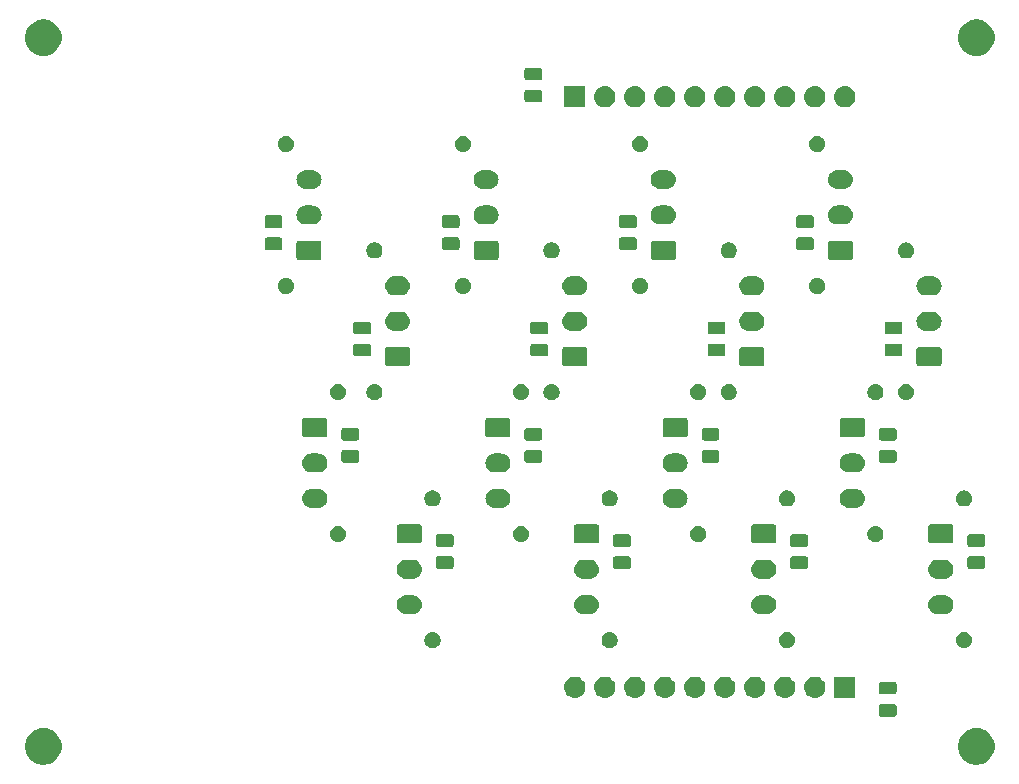
<source format=gbr>
%TF.GenerationSoftware,KiCad,Pcbnew,(5.1.4)-1*%
%TF.CreationDate,2019-11-14T01:11:51-06:00*%
%TF.ProjectId,BPSMinionConnector,4250534d-696e-4696-9f6e-436f6e6e6563,rev?*%
%TF.SameCoordinates,Original*%
%TF.FileFunction,Soldermask,Bot*%
%TF.FilePolarity,Negative*%
%FSLAX46Y46*%
G04 Gerber Fmt 4.6, Leading zero omitted, Abs format (unit mm)*
G04 Created by KiCad (PCBNEW (5.1.4)-1) date 2019-11-14 01:11:51*
%MOMM*%
%LPD*%
G04 APERTURE LIST*
%ADD10C,0.100000*%
G04 APERTURE END LIST*
D10*
G36*
X182302585Y-131478802D02*
G01*
X182452410Y-131508604D01*
X182734674Y-131625521D01*
X182988705Y-131795259D01*
X183204741Y-132011295D01*
X183374479Y-132265326D01*
X183491396Y-132547590D01*
X183551000Y-132847240D01*
X183551000Y-133152760D01*
X183491396Y-133452410D01*
X183374479Y-133734674D01*
X183204741Y-133988705D01*
X182988705Y-134204741D01*
X182734674Y-134374479D01*
X182452410Y-134491396D01*
X182302585Y-134521198D01*
X182152761Y-134551000D01*
X181847239Y-134551000D01*
X181697415Y-134521198D01*
X181547590Y-134491396D01*
X181265326Y-134374479D01*
X181011295Y-134204741D01*
X180795259Y-133988705D01*
X180625521Y-133734674D01*
X180508604Y-133452410D01*
X180449000Y-133152760D01*
X180449000Y-132847240D01*
X180508604Y-132547590D01*
X180625521Y-132265326D01*
X180795259Y-132011295D01*
X181011295Y-131795259D01*
X181265326Y-131625521D01*
X181547590Y-131508604D01*
X181697415Y-131478802D01*
X181847239Y-131449000D01*
X182152761Y-131449000D01*
X182302585Y-131478802D01*
X182302585Y-131478802D01*
G37*
G36*
X103302585Y-131478802D02*
G01*
X103452410Y-131508604D01*
X103734674Y-131625521D01*
X103988705Y-131795259D01*
X104204741Y-132011295D01*
X104374479Y-132265326D01*
X104491396Y-132547590D01*
X104551000Y-132847240D01*
X104551000Y-133152760D01*
X104491396Y-133452410D01*
X104374479Y-133734674D01*
X104204741Y-133988705D01*
X103988705Y-134204741D01*
X103734674Y-134374479D01*
X103452410Y-134491396D01*
X103302585Y-134521198D01*
X103152761Y-134551000D01*
X102847239Y-134551000D01*
X102697415Y-134521198D01*
X102547590Y-134491396D01*
X102265326Y-134374479D01*
X102011295Y-134204741D01*
X101795259Y-133988705D01*
X101625521Y-133734674D01*
X101508604Y-133452410D01*
X101449000Y-133152760D01*
X101449000Y-132847240D01*
X101508604Y-132547590D01*
X101625521Y-132265326D01*
X101795259Y-132011295D01*
X102011295Y-131795259D01*
X102265326Y-131625521D01*
X102547590Y-131508604D01*
X102697415Y-131478802D01*
X102847239Y-131449000D01*
X103152761Y-131449000D01*
X103302585Y-131478802D01*
X103302585Y-131478802D01*
G37*
G36*
X175084468Y-129403565D02*
G01*
X175123138Y-129415296D01*
X175158777Y-129434346D01*
X175190017Y-129459983D01*
X175215654Y-129491223D01*
X175234704Y-129526862D01*
X175246435Y-129565532D01*
X175251000Y-129611888D01*
X175251000Y-130263112D01*
X175246435Y-130309468D01*
X175234704Y-130348138D01*
X175215654Y-130383777D01*
X175190017Y-130415017D01*
X175158777Y-130440654D01*
X175123138Y-130459704D01*
X175084468Y-130471435D01*
X175038112Y-130476000D01*
X173961888Y-130476000D01*
X173915532Y-130471435D01*
X173876862Y-130459704D01*
X173841223Y-130440654D01*
X173809983Y-130415017D01*
X173784346Y-130383777D01*
X173765296Y-130348138D01*
X173753565Y-130309468D01*
X173749000Y-130263112D01*
X173749000Y-129611888D01*
X173753565Y-129565532D01*
X173765296Y-129526862D01*
X173784346Y-129491223D01*
X173809983Y-129459983D01*
X173841223Y-129434346D01*
X173876862Y-129415296D01*
X173915532Y-129403565D01*
X173961888Y-129399000D01*
X175038112Y-129399000D01*
X175084468Y-129403565D01*
X175084468Y-129403565D01*
G37*
G36*
X168430443Y-127105519D02*
G01*
X168496627Y-127112037D01*
X168666466Y-127163557D01*
X168822991Y-127247222D01*
X168858729Y-127276552D01*
X168960186Y-127359814D01*
X169043448Y-127461271D01*
X169072778Y-127497009D01*
X169156443Y-127653534D01*
X169207963Y-127823373D01*
X169225359Y-128000000D01*
X169207963Y-128176627D01*
X169156443Y-128346466D01*
X169072778Y-128502991D01*
X169043448Y-128538729D01*
X168960186Y-128640186D01*
X168858729Y-128723448D01*
X168822991Y-128752778D01*
X168666466Y-128836443D01*
X168496627Y-128887963D01*
X168430443Y-128894481D01*
X168364260Y-128901000D01*
X168275740Y-128901000D01*
X168209557Y-128894481D01*
X168143373Y-128887963D01*
X167973534Y-128836443D01*
X167817009Y-128752778D01*
X167781271Y-128723448D01*
X167679814Y-128640186D01*
X167596552Y-128538729D01*
X167567222Y-128502991D01*
X167483557Y-128346466D01*
X167432037Y-128176627D01*
X167414641Y-128000000D01*
X167432037Y-127823373D01*
X167483557Y-127653534D01*
X167567222Y-127497009D01*
X167596552Y-127461271D01*
X167679814Y-127359814D01*
X167781271Y-127276552D01*
X167817009Y-127247222D01*
X167973534Y-127163557D01*
X168143373Y-127112037D01*
X168209557Y-127105519D01*
X168275740Y-127099000D01*
X168364260Y-127099000D01*
X168430443Y-127105519D01*
X168430443Y-127105519D01*
G37*
G36*
X148110443Y-127105519D02*
G01*
X148176627Y-127112037D01*
X148346466Y-127163557D01*
X148502991Y-127247222D01*
X148538729Y-127276552D01*
X148640186Y-127359814D01*
X148723448Y-127461271D01*
X148752778Y-127497009D01*
X148836443Y-127653534D01*
X148887963Y-127823373D01*
X148905359Y-128000000D01*
X148887963Y-128176627D01*
X148836443Y-128346466D01*
X148752778Y-128502991D01*
X148723448Y-128538729D01*
X148640186Y-128640186D01*
X148538729Y-128723448D01*
X148502991Y-128752778D01*
X148346466Y-128836443D01*
X148176627Y-128887963D01*
X148110443Y-128894481D01*
X148044260Y-128901000D01*
X147955740Y-128901000D01*
X147889557Y-128894481D01*
X147823373Y-128887963D01*
X147653534Y-128836443D01*
X147497009Y-128752778D01*
X147461271Y-128723448D01*
X147359814Y-128640186D01*
X147276552Y-128538729D01*
X147247222Y-128502991D01*
X147163557Y-128346466D01*
X147112037Y-128176627D01*
X147094641Y-128000000D01*
X147112037Y-127823373D01*
X147163557Y-127653534D01*
X147247222Y-127497009D01*
X147276552Y-127461271D01*
X147359814Y-127359814D01*
X147461271Y-127276552D01*
X147497009Y-127247222D01*
X147653534Y-127163557D01*
X147823373Y-127112037D01*
X147889557Y-127105519D01*
X147955740Y-127099000D01*
X148044260Y-127099000D01*
X148110443Y-127105519D01*
X148110443Y-127105519D01*
G37*
G36*
X150650443Y-127105519D02*
G01*
X150716627Y-127112037D01*
X150886466Y-127163557D01*
X151042991Y-127247222D01*
X151078729Y-127276552D01*
X151180186Y-127359814D01*
X151263448Y-127461271D01*
X151292778Y-127497009D01*
X151376443Y-127653534D01*
X151427963Y-127823373D01*
X151445359Y-128000000D01*
X151427963Y-128176627D01*
X151376443Y-128346466D01*
X151292778Y-128502991D01*
X151263448Y-128538729D01*
X151180186Y-128640186D01*
X151078729Y-128723448D01*
X151042991Y-128752778D01*
X150886466Y-128836443D01*
X150716627Y-128887963D01*
X150650443Y-128894481D01*
X150584260Y-128901000D01*
X150495740Y-128901000D01*
X150429557Y-128894481D01*
X150363373Y-128887963D01*
X150193534Y-128836443D01*
X150037009Y-128752778D01*
X150001271Y-128723448D01*
X149899814Y-128640186D01*
X149816552Y-128538729D01*
X149787222Y-128502991D01*
X149703557Y-128346466D01*
X149652037Y-128176627D01*
X149634641Y-128000000D01*
X149652037Y-127823373D01*
X149703557Y-127653534D01*
X149787222Y-127497009D01*
X149816552Y-127461271D01*
X149899814Y-127359814D01*
X150001271Y-127276552D01*
X150037009Y-127247222D01*
X150193534Y-127163557D01*
X150363373Y-127112037D01*
X150429557Y-127105519D01*
X150495740Y-127099000D01*
X150584260Y-127099000D01*
X150650443Y-127105519D01*
X150650443Y-127105519D01*
G37*
G36*
X153190443Y-127105519D02*
G01*
X153256627Y-127112037D01*
X153426466Y-127163557D01*
X153582991Y-127247222D01*
X153618729Y-127276552D01*
X153720186Y-127359814D01*
X153803448Y-127461271D01*
X153832778Y-127497009D01*
X153916443Y-127653534D01*
X153967963Y-127823373D01*
X153985359Y-128000000D01*
X153967963Y-128176627D01*
X153916443Y-128346466D01*
X153832778Y-128502991D01*
X153803448Y-128538729D01*
X153720186Y-128640186D01*
X153618729Y-128723448D01*
X153582991Y-128752778D01*
X153426466Y-128836443D01*
X153256627Y-128887963D01*
X153190443Y-128894481D01*
X153124260Y-128901000D01*
X153035740Y-128901000D01*
X152969557Y-128894481D01*
X152903373Y-128887963D01*
X152733534Y-128836443D01*
X152577009Y-128752778D01*
X152541271Y-128723448D01*
X152439814Y-128640186D01*
X152356552Y-128538729D01*
X152327222Y-128502991D01*
X152243557Y-128346466D01*
X152192037Y-128176627D01*
X152174641Y-128000000D01*
X152192037Y-127823373D01*
X152243557Y-127653534D01*
X152327222Y-127497009D01*
X152356552Y-127461271D01*
X152439814Y-127359814D01*
X152541271Y-127276552D01*
X152577009Y-127247222D01*
X152733534Y-127163557D01*
X152903373Y-127112037D01*
X152969557Y-127105519D01*
X153035740Y-127099000D01*
X153124260Y-127099000D01*
X153190443Y-127105519D01*
X153190443Y-127105519D01*
G37*
G36*
X155730443Y-127105519D02*
G01*
X155796627Y-127112037D01*
X155966466Y-127163557D01*
X156122991Y-127247222D01*
X156158729Y-127276552D01*
X156260186Y-127359814D01*
X156343448Y-127461271D01*
X156372778Y-127497009D01*
X156456443Y-127653534D01*
X156507963Y-127823373D01*
X156525359Y-128000000D01*
X156507963Y-128176627D01*
X156456443Y-128346466D01*
X156372778Y-128502991D01*
X156343448Y-128538729D01*
X156260186Y-128640186D01*
X156158729Y-128723448D01*
X156122991Y-128752778D01*
X155966466Y-128836443D01*
X155796627Y-128887963D01*
X155730443Y-128894481D01*
X155664260Y-128901000D01*
X155575740Y-128901000D01*
X155509557Y-128894481D01*
X155443373Y-128887963D01*
X155273534Y-128836443D01*
X155117009Y-128752778D01*
X155081271Y-128723448D01*
X154979814Y-128640186D01*
X154896552Y-128538729D01*
X154867222Y-128502991D01*
X154783557Y-128346466D01*
X154732037Y-128176627D01*
X154714641Y-128000000D01*
X154732037Y-127823373D01*
X154783557Y-127653534D01*
X154867222Y-127497009D01*
X154896552Y-127461271D01*
X154979814Y-127359814D01*
X155081271Y-127276552D01*
X155117009Y-127247222D01*
X155273534Y-127163557D01*
X155443373Y-127112037D01*
X155509557Y-127105519D01*
X155575740Y-127099000D01*
X155664260Y-127099000D01*
X155730443Y-127105519D01*
X155730443Y-127105519D01*
G37*
G36*
X160810443Y-127105519D02*
G01*
X160876627Y-127112037D01*
X161046466Y-127163557D01*
X161202991Y-127247222D01*
X161238729Y-127276552D01*
X161340186Y-127359814D01*
X161423448Y-127461271D01*
X161452778Y-127497009D01*
X161536443Y-127653534D01*
X161587963Y-127823373D01*
X161605359Y-128000000D01*
X161587963Y-128176627D01*
X161536443Y-128346466D01*
X161452778Y-128502991D01*
X161423448Y-128538729D01*
X161340186Y-128640186D01*
X161238729Y-128723448D01*
X161202991Y-128752778D01*
X161046466Y-128836443D01*
X160876627Y-128887963D01*
X160810443Y-128894481D01*
X160744260Y-128901000D01*
X160655740Y-128901000D01*
X160589557Y-128894481D01*
X160523373Y-128887963D01*
X160353534Y-128836443D01*
X160197009Y-128752778D01*
X160161271Y-128723448D01*
X160059814Y-128640186D01*
X159976552Y-128538729D01*
X159947222Y-128502991D01*
X159863557Y-128346466D01*
X159812037Y-128176627D01*
X159794641Y-128000000D01*
X159812037Y-127823373D01*
X159863557Y-127653534D01*
X159947222Y-127497009D01*
X159976552Y-127461271D01*
X160059814Y-127359814D01*
X160161271Y-127276552D01*
X160197009Y-127247222D01*
X160353534Y-127163557D01*
X160523373Y-127112037D01*
X160589557Y-127105519D01*
X160655740Y-127099000D01*
X160744260Y-127099000D01*
X160810443Y-127105519D01*
X160810443Y-127105519D01*
G37*
G36*
X163350443Y-127105519D02*
G01*
X163416627Y-127112037D01*
X163586466Y-127163557D01*
X163742991Y-127247222D01*
X163778729Y-127276552D01*
X163880186Y-127359814D01*
X163963448Y-127461271D01*
X163992778Y-127497009D01*
X164076443Y-127653534D01*
X164127963Y-127823373D01*
X164145359Y-128000000D01*
X164127963Y-128176627D01*
X164076443Y-128346466D01*
X163992778Y-128502991D01*
X163963448Y-128538729D01*
X163880186Y-128640186D01*
X163778729Y-128723448D01*
X163742991Y-128752778D01*
X163586466Y-128836443D01*
X163416627Y-128887963D01*
X163350443Y-128894481D01*
X163284260Y-128901000D01*
X163195740Y-128901000D01*
X163129557Y-128894481D01*
X163063373Y-128887963D01*
X162893534Y-128836443D01*
X162737009Y-128752778D01*
X162701271Y-128723448D01*
X162599814Y-128640186D01*
X162516552Y-128538729D01*
X162487222Y-128502991D01*
X162403557Y-128346466D01*
X162352037Y-128176627D01*
X162334641Y-128000000D01*
X162352037Y-127823373D01*
X162403557Y-127653534D01*
X162487222Y-127497009D01*
X162516552Y-127461271D01*
X162599814Y-127359814D01*
X162701271Y-127276552D01*
X162737009Y-127247222D01*
X162893534Y-127163557D01*
X163063373Y-127112037D01*
X163129557Y-127105519D01*
X163195740Y-127099000D01*
X163284260Y-127099000D01*
X163350443Y-127105519D01*
X163350443Y-127105519D01*
G37*
G36*
X165890443Y-127105519D02*
G01*
X165956627Y-127112037D01*
X166126466Y-127163557D01*
X166282991Y-127247222D01*
X166318729Y-127276552D01*
X166420186Y-127359814D01*
X166503448Y-127461271D01*
X166532778Y-127497009D01*
X166616443Y-127653534D01*
X166667963Y-127823373D01*
X166685359Y-128000000D01*
X166667963Y-128176627D01*
X166616443Y-128346466D01*
X166532778Y-128502991D01*
X166503448Y-128538729D01*
X166420186Y-128640186D01*
X166318729Y-128723448D01*
X166282991Y-128752778D01*
X166126466Y-128836443D01*
X165956627Y-128887963D01*
X165890443Y-128894481D01*
X165824260Y-128901000D01*
X165735740Y-128901000D01*
X165669557Y-128894481D01*
X165603373Y-128887963D01*
X165433534Y-128836443D01*
X165277009Y-128752778D01*
X165241271Y-128723448D01*
X165139814Y-128640186D01*
X165056552Y-128538729D01*
X165027222Y-128502991D01*
X164943557Y-128346466D01*
X164892037Y-128176627D01*
X164874641Y-128000000D01*
X164892037Y-127823373D01*
X164943557Y-127653534D01*
X165027222Y-127497009D01*
X165056552Y-127461271D01*
X165139814Y-127359814D01*
X165241271Y-127276552D01*
X165277009Y-127247222D01*
X165433534Y-127163557D01*
X165603373Y-127112037D01*
X165669557Y-127105519D01*
X165735740Y-127099000D01*
X165824260Y-127099000D01*
X165890443Y-127105519D01*
X165890443Y-127105519D01*
G37*
G36*
X171761000Y-128901000D02*
G01*
X169959000Y-128901000D01*
X169959000Y-127099000D01*
X171761000Y-127099000D01*
X171761000Y-128901000D01*
X171761000Y-128901000D01*
G37*
G36*
X158270443Y-127105519D02*
G01*
X158336627Y-127112037D01*
X158506466Y-127163557D01*
X158662991Y-127247222D01*
X158698729Y-127276552D01*
X158800186Y-127359814D01*
X158883448Y-127461271D01*
X158912778Y-127497009D01*
X158996443Y-127653534D01*
X159047963Y-127823373D01*
X159065359Y-128000000D01*
X159047963Y-128176627D01*
X158996443Y-128346466D01*
X158912778Y-128502991D01*
X158883448Y-128538729D01*
X158800186Y-128640186D01*
X158698729Y-128723448D01*
X158662991Y-128752778D01*
X158506466Y-128836443D01*
X158336627Y-128887963D01*
X158270443Y-128894481D01*
X158204260Y-128901000D01*
X158115740Y-128901000D01*
X158049557Y-128894481D01*
X157983373Y-128887963D01*
X157813534Y-128836443D01*
X157657009Y-128752778D01*
X157621271Y-128723448D01*
X157519814Y-128640186D01*
X157436552Y-128538729D01*
X157407222Y-128502991D01*
X157323557Y-128346466D01*
X157272037Y-128176627D01*
X157254641Y-128000000D01*
X157272037Y-127823373D01*
X157323557Y-127653534D01*
X157407222Y-127497009D01*
X157436552Y-127461271D01*
X157519814Y-127359814D01*
X157621271Y-127276552D01*
X157657009Y-127247222D01*
X157813534Y-127163557D01*
X157983373Y-127112037D01*
X158049557Y-127105519D01*
X158115740Y-127099000D01*
X158204260Y-127099000D01*
X158270443Y-127105519D01*
X158270443Y-127105519D01*
G37*
G36*
X175084468Y-127528565D02*
G01*
X175123138Y-127540296D01*
X175158777Y-127559346D01*
X175190017Y-127584983D01*
X175215654Y-127616223D01*
X175234704Y-127651862D01*
X175246435Y-127690532D01*
X175251000Y-127736888D01*
X175251000Y-128388112D01*
X175246435Y-128434468D01*
X175234704Y-128473138D01*
X175215654Y-128508777D01*
X175190017Y-128540017D01*
X175158777Y-128565654D01*
X175123138Y-128584704D01*
X175084468Y-128596435D01*
X175038112Y-128601000D01*
X173961888Y-128601000D01*
X173915532Y-128596435D01*
X173876862Y-128584704D01*
X173841223Y-128565654D01*
X173809983Y-128540017D01*
X173784346Y-128508777D01*
X173765296Y-128473138D01*
X173753565Y-128434468D01*
X173749000Y-128388112D01*
X173749000Y-127736888D01*
X173753565Y-127690532D01*
X173765296Y-127651862D01*
X173784346Y-127616223D01*
X173809983Y-127584983D01*
X173841223Y-127559346D01*
X173876862Y-127540296D01*
X173915532Y-127528565D01*
X173961888Y-127524000D01*
X175038112Y-127524000D01*
X175084468Y-127528565D01*
X175084468Y-127528565D01*
G37*
G36*
X181160098Y-123340362D02*
G01*
X181284941Y-123392074D01*
X181284943Y-123392075D01*
X181397299Y-123467149D01*
X181492851Y-123562701D01*
X181567926Y-123675059D01*
X181619638Y-123799902D01*
X181646000Y-123932434D01*
X181646000Y-124067566D01*
X181619638Y-124200098D01*
X181567926Y-124324941D01*
X181567925Y-124324943D01*
X181492851Y-124437299D01*
X181397299Y-124532851D01*
X181284943Y-124607925D01*
X181284942Y-124607926D01*
X181284941Y-124607926D01*
X181160098Y-124659638D01*
X181027566Y-124686000D01*
X180892434Y-124686000D01*
X180759902Y-124659638D01*
X180635059Y-124607926D01*
X180635058Y-124607926D01*
X180635057Y-124607925D01*
X180522701Y-124532851D01*
X180427149Y-124437299D01*
X180352075Y-124324943D01*
X180352074Y-124324941D01*
X180300362Y-124200098D01*
X180274000Y-124067566D01*
X180274000Y-123932434D01*
X180300362Y-123799902D01*
X180352074Y-123675059D01*
X180427149Y-123562701D01*
X180522701Y-123467149D01*
X180635057Y-123392075D01*
X180635059Y-123392074D01*
X180759902Y-123340362D01*
X180892434Y-123314000D01*
X181027566Y-123314000D01*
X181160098Y-123340362D01*
X181160098Y-123340362D01*
G37*
G36*
X151160098Y-123340362D02*
G01*
X151284941Y-123392074D01*
X151284943Y-123392075D01*
X151397299Y-123467149D01*
X151492851Y-123562701D01*
X151567926Y-123675059D01*
X151619638Y-123799902D01*
X151646000Y-123932434D01*
X151646000Y-124067566D01*
X151619638Y-124200098D01*
X151567926Y-124324941D01*
X151567925Y-124324943D01*
X151492851Y-124437299D01*
X151397299Y-124532851D01*
X151284943Y-124607925D01*
X151284942Y-124607926D01*
X151284941Y-124607926D01*
X151160098Y-124659638D01*
X151027566Y-124686000D01*
X150892434Y-124686000D01*
X150759902Y-124659638D01*
X150635059Y-124607926D01*
X150635058Y-124607926D01*
X150635057Y-124607925D01*
X150522701Y-124532851D01*
X150427149Y-124437299D01*
X150352075Y-124324943D01*
X150352074Y-124324941D01*
X150300362Y-124200098D01*
X150274000Y-124067566D01*
X150274000Y-123932434D01*
X150300362Y-123799902D01*
X150352074Y-123675059D01*
X150427149Y-123562701D01*
X150522701Y-123467149D01*
X150635057Y-123392075D01*
X150635059Y-123392074D01*
X150759902Y-123340362D01*
X150892434Y-123314000D01*
X151027566Y-123314000D01*
X151160098Y-123340362D01*
X151160098Y-123340362D01*
G37*
G36*
X166160098Y-123340362D02*
G01*
X166284941Y-123392074D01*
X166284943Y-123392075D01*
X166397299Y-123467149D01*
X166492851Y-123562701D01*
X166567926Y-123675059D01*
X166619638Y-123799902D01*
X166646000Y-123932434D01*
X166646000Y-124067566D01*
X166619638Y-124200098D01*
X166567926Y-124324941D01*
X166567925Y-124324943D01*
X166492851Y-124437299D01*
X166397299Y-124532851D01*
X166284943Y-124607925D01*
X166284942Y-124607926D01*
X166284941Y-124607926D01*
X166160098Y-124659638D01*
X166027566Y-124686000D01*
X165892434Y-124686000D01*
X165759902Y-124659638D01*
X165635059Y-124607926D01*
X165635058Y-124607926D01*
X165635057Y-124607925D01*
X165522701Y-124532851D01*
X165427149Y-124437299D01*
X165352075Y-124324943D01*
X165352074Y-124324941D01*
X165300362Y-124200098D01*
X165274000Y-124067566D01*
X165274000Y-123932434D01*
X165300362Y-123799902D01*
X165352074Y-123675059D01*
X165427149Y-123562701D01*
X165522701Y-123467149D01*
X165635057Y-123392075D01*
X165635059Y-123392074D01*
X165759902Y-123340362D01*
X165892434Y-123314000D01*
X166027566Y-123314000D01*
X166160098Y-123340362D01*
X166160098Y-123340362D01*
G37*
G36*
X136160098Y-123340362D02*
G01*
X136284941Y-123392074D01*
X136284943Y-123392075D01*
X136397299Y-123467149D01*
X136492851Y-123562701D01*
X136567926Y-123675059D01*
X136619638Y-123799902D01*
X136646000Y-123932434D01*
X136646000Y-124067566D01*
X136619638Y-124200098D01*
X136567926Y-124324941D01*
X136567925Y-124324943D01*
X136492851Y-124437299D01*
X136397299Y-124532851D01*
X136284943Y-124607925D01*
X136284942Y-124607926D01*
X136284941Y-124607926D01*
X136160098Y-124659638D01*
X136027566Y-124686000D01*
X135892434Y-124686000D01*
X135759902Y-124659638D01*
X135635059Y-124607926D01*
X135635058Y-124607926D01*
X135635057Y-124607925D01*
X135522701Y-124532851D01*
X135427149Y-124437299D01*
X135352075Y-124324943D01*
X135352074Y-124324941D01*
X135300362Y-124200098D01*
X135274000Y-124067566D01*
X135274000Y-123932434D01*
X135300362Y-123799902D01*
X135352074Y-123675059D01*
X135427149Y-123562701D01*
X135522701Y-123467149D01*
X135635057Y-123392075D01*
X135635059Y-123392074D01*
X135759902Y-123340362D01*
X135892434Y-123314000D01*
X136027566Y-123314000D01*
X136160098Y-123340362D01*
X136160098Y-123340362D01*
G37*
G36*
X179338571Y-120202863D02*
G01*
X179417023Y-120210590D01*
X179517682Y-120241125D01*
X179568013Y-120256392D01*
X179707165Y-120330771D01*
X179829133Y-120430867D01*
X179929229Y-120552835D01*
X180003608Y-120691987D01*
X180003608Y-120691988D01*
X180049410Y-120842977D01*
X180064875Y-121000000D01*
X180049410Y-121157023D01*
X180018875Y-121257682D01*
X180003608Y-121308013D01*
X179929229Y-121447165D01*
X179829133Y-121569133D01*
X179707165Y-121669229D01*
X179568013Y-121743608D01*
X179517682Y-121758875D01*
X179417023Y-121789410D01*
X179338571Y-121797137D01*
X179299346Y-121801000D01*
X178700654Y-121801000D01*
X178661429Y-121797137D01*
X178582977Y-121789410D01*
X178482318Y-121758875D01*
X178431987Y-121743608D01*
X178292835Y-121669229D01*
X178170867Y-121569133D01*
X178070771Y-121447165D01*
X177996392Y-121308013D01*
X177981125Y-121257682D01*
X177950590Y-121157023D01*
X177935125Y-121000000D01*
X177950590Y-120842977D01*
X177996392Y-120691988D01*
X177996392Y-120691987D01*
X178070771Y-120552835D01*
X178170867Y-120430867D01*
X178292835Y-120330771D01*
X178431987Y-120256392D01*
X178482318Y-120241125D01*
X178582977Y-120210590D01*
X178661429Y-120202863D01*
X178700654Y-120199000D01*
X179299346Y-120199000D01*
X179338571Y-120202863D01*
X179338571Y-120202863D01*
G37*
G36*
X134338571Y-120202863D02*
G01*
X134417023Y-120210590D01*
X134517682Y-120241125D01*
X134568013Y-120256392D01*
X134707165Y-120330771D01*
X134829133Y-120430867D01*
X134929229Y-120552835D01*
X135003608Y-120691987D01*
X135003608Y-120691988D01*
X135049410Y-120842977D01*
X135064875Y-121000000D01*
X135049410Y-121157023D01*
X135018875Y-121257682D01*
X135003608Y-121308013D01*
X134929229Y-121447165D01*
X134829133Y-121569133D01*
X134707165Y-121669229D01*
X134568013Y-121743608D01*
X134517682Y-121758875D01*
X134417023Y-121789410D01*
X134338571Y-121797137D01*
X134299346Y-121801000D01*
X133700654Y-121801000D01*
X133661429Y-121797137D01*
X133582977Y-121789410D01*
X133482318Y-121758875D01*
X133431987Y-121743608D01*
X133292835Y-121669229D01*
X133170867Y-121569133D01*
X133070771Y-121447165D01*
X132996392Y-121308013D01*
X132981125Y-121257682D01*
X132950590Y-121157023D01*
X132935125Y-121000000D01*
X132950590Y-120842977D01*
X132996392Y-120691988D01*
X132996392Y-120691987D01*
X133070771Y-120552835D01*
X133170867Y-120430867D01*
X133292835Y-120330771D01*
X133431987Y-120256392D01*
X133482318Y-120241125D01*
X133582977Y-120210590D01*
X133661429Y-120202863D01*
X133700654Y-120199000D01*
X134299346Y-120199000D01*
X134338571Y-120202863D01*
X134338571Y-120202863D01*
G37*
G36*
X149338571Y-120202863D02*
G01*
X149417023Y-120210590D01*
X149517682Y-120241125D01*
X149568013Y-120256392D01*
X149707165Y-120330771D01*
X149829133Y-120430867D01*
X149929229Y-120552835D01*
X150003608Y-120691987D01*
X150003608Y-120691988D01*
X150049410Y-120842977D01*
X150064875Y-121000000D01*
X150049410Y-121157023D01*
X150018875Y-121257682D01*
X150003608Y-121308013D01*
X149929229Y-121447165D01*
X149829133Y-121569133D01*
X149707165Y-121669229D01*
X149568013Y-121743608D01*
X149517682Y-121758875D01*
X149417023Y-121789410D01*
X149338571Y-121797137D01*
X149299346Y-121801000D01*
X148700654Y-121801000D01*
X148661429Y-121797137D01*
X148582977Y-121789410D01*
X148482318Y-121758875D01*
X148431987Y-121743608D01*
X148292835Y-121669229D01*
X148170867Y-121569133D01*
X148070771Y-121447165D01*
X147996392Y-121308013D01*
X147981125Y-121257682D01*
X147950590Y-121157023D01*
X147935125Y-121000000D01*
X147950590Y-120842977D01*
X147996392Y-120691988D01*
X147996392Y-120691987D01*
X148070771Y-120552835D01*
X148170867Y-120430867D01*
X148292835Y-120330771D01*
X148431987Y-120256392D01*
X148482318Y-120241125D01*
X148582977Y-120210590D01*
X148661429Y-120202863D01*
X148700654Y-120199000D01*
X149299346Y-120199000D01*
X149338571Y-120202863D01*
X149338571Y-120202863D01*
G37*
G36*
X164338571Y-120202863D02*
G01*
X164417023Y-120210590D01*
X164517682Y-120241125D01*
X164568013Y-120256392D01*
X164707165Y-120330771D01*
X164829133Y-120430867D01*
X164929229Y-120552835D01*
X165003608Y-120691987D01*
X165003608Y-120691988D01*
X165049410Y-120842977D01*
X165064875Y-121000000D01*
X165049410Y-121157023D01*
X165018875Y-121257682D01*
X165003608Y-121308013D01*
X164929229Y-121447165D01*
X164829133Y-121569133D01*
X164707165Y-121669229D01*
X164568013Y-121743608D01*
X164517682Y-121758875D01*
X164417023Y-121789410D01*
X164338571Y-121797137D01*
X164299346Y-121801000D01*
X163700654Y-121801000D01*
X163661429Y-121797137D01*
X163582977Y-121789410D01*
X163482318Y-121758875D01*
X163431987Y-121743608D01*
X163292835Y-121669229D01*
X163170867Y-121569133D01*
X163070771Y-121447165D01*
X162996392Y-121308013D01*
X162981125Y-121257682D01*
X162950590Y-121157023D01*
X162935125Y-121000000D01*
X162950590Y-120842977D01*
X162996392Y-120691988D01*
X162996392Y-120691987D01*
X163070771Y-120552835D01*
X163170867Y-120430867D01*
X163292835Y-120330771D01*
X163431987Y-120256392D01*
X163482318Y-120241125D01*
X163582977Y-120210590D01*
X163661429Y-120202863D01*
X163700654Y-120199000D01*
X164299346Y-120199000D01*
X164338571Y-120202863D01*
X164338571Y-120202863D01*
G37*
G36*
X179338571Y-117202863D02*
G01*
X179417023Y-117210590D01*
X179517682Y-117241125D01*
X179568013Y-117256392D01*
X179707165Y-117330771D01*
X179829133Y-117430867D01*
X179929229Y-117552835D01*
X180003608Y-117691987D01*
X180003608Y-117691988D01*
X180049410Y-117842977D01*
X180064875Y-118000000D01*
X180049410Y-118157023D01*
X180018875Y-118257682D01*
X180003608Y-118308013D01*
X179929229Y-118447165D01*
X179829133Y-118569133D01*
X179707165Y-118669229D01*
X179568013Y-118743608D01*
X179517682Y-118758875D01*
X179417023Y-118789410D01*
X179338571Y-118797137D01*
X179299346Y-118801000D01*
X178700654Y-118801000D01*
X178661429Y-118797137D01*
X178582977Y-118789410D01*
X178482318Y-118758875D01*
X178431987Y-118743608D01*
X178292835Y-118669229D01*
X178170867Y-118569133D01*
X178070771Y-118447165D01*
X177996392Y-118308013D01*
X177981125Y-118257682D01*
X177950590Y-118157023D01*
X177935125Y-118000000D01*
X177950590Y-117842977D01*
X177996392Y-117691988D01*
X177996392Y-117691987D01*
X178070771Y-117552835D01*
X178170867Y-117430867D01*
X178292835Y-117330771D01*
X178431987Y-117256392D01*
X178482318Y-117241125D01*
X178582977Y-117210590D01*
X178661429Y-117202863D01*
X178700654Y-117199000D01*
X179299346Y-117199000D01*
X179338571Y-117202863D01*
X179338571Y-117202863D01*
G37*
G36*
X134338571Y-117202863D02*
G01*
X134417023Y-117210590D01*
X134517682Y-117241125D01*
X134568013Y-117256392D01*
X134707165Y-117330771D01*
X134829133Y-117430867D01*
X134929229Y-117552835D01*
X135003608Y-117691987D01*
X135003608Y-117691988D01*
X135049410Y-117842977D01*
X135064875Y-118000000D01*
X135049410Y-118157023D01*
X135018875Y-118257682D01*
X135003608Y-118308013D01*
X134929229Y-118447165D01*
X134829133Y-118569133D01*
X134707165Y-118669229D01*
X134568013Y-118743608D01*
X134517682Y-118758875D01*
X134417023Y-118789410D01*
X134338571Y-118797137D01*
X134299346Y-118801000D01*
X133700654Y-118801000D01*
X133661429Y-118797137D01*
X133582977Y-118789410D01*
X133482318Y-118758875D01*
X133431987Y-118743608D01*
X133292835Y-118669229D01*
X133170867Y-118569133D01*
X133070771Y-118447165D01*
X132996392Y-118308013D01*
X132981125Y-118257682D01*
X132950590Y-118157023D01*
X132935125Y-118000000D01*
X132950590Y-117842977D01*
X132996392Y-117691988D01*
X132996392Y-117691987D01*
X133070771Y-117552835D01*
X133170867Y-117430867D01*
X133292835Y-117330771D01*
X133431987Y-117256392D01*
X133482318Y-117241125D01*
X133582977Y-117210590D01*
X133661429Y-117202863D01*
X133700654Y-117199000D01*
X134299346Y-117199000D01*
X134338571Y-117202863D01*
X134338571Y-117202863D01*
G37*
G36*
X149338571Y-117202863D02*
G01*
X149417023Y-117210590D01*
X149517682Y-117241125D01*
X149568013Y-117256392D01*
X149707165Y-117330771D01*
X149829133Y-117430867D01*
X149929229Y-117552835D01*
X150003608Y-117691987D01*
X150003608Y-117691988D01*
X150049410Y-117842977D01*
X150064875Y-118000000D01*
X150049410Y-118157023D01*
X150018875Y-118257682D01*
X150003608Y-118308013D01*
X149929229Y-118447165D01*
X149829133Y-118569133D01*
X149707165Y-118669229D01*
X149568013Y-118743608D01*
X149517682Y-118758875D01*
X149417023Y-118789410D01*
X149338571Y-118797137D01*
X149299346Y-118801000D01*
X148700654Y-118801000D01*
X148661429Y-118797137D01*
X148582977Y-118789410D01*
X148482318Y-118758875D01*
X148431987Y-118743608D01*
X148292835Y-118669229D01*
X148170867Y-118569133D01*
X148070771Y-118447165D01*
X147996392Y-118308013D01*
X147981125Y-118257682D01*
X147950590Y-118157023D01*
X147935125Y-118000000D01*
X147950590Y-117842977D01*
X147996392Y-117691988D01*
X147996392Y-117691987D01*
X148070771Y-117552835D01*
X148170867Y-117430867D01*
X148292835Y-117330771D01*
X148431987Y-117256392D01*
X148482318Y-117241125D01*
X148582977Y-117210590D01*
X148661429Y-117202863D01*
X148700654Y-117199000D01*
X149299346Y-117199000D01*
X149338571Y-117202863D01*
X149338571Y-117202863D01*
G37*
G36*
X164338571Y-117202863D02*
G01*
X164417023Y-117210590D01*
X164517682Y-117241125D01*
X164568013Y-117256392D01*
X164707165Y-117330771D01*
X164829133Y-117430867D01*
X164929229Y-117552835D01*
X165003608Y-117691987D01*
X165003608Y-117691988D01*
X165049410Y-117842977D01*
X165064875Y-118000000D01*
X165049410Y-118157023D01*
X165018875Y-118257682D01*
X165003608Y-118308013D01*
X164929229Y-118447165D01*
X164829133Y-118569133D01*
X164707165Y-118669229D01*
X164568013Y-118743608D01*
X164517682Y-118758875D01*
X164417023Y-118789410D01*
X164338571Y-118797137D01*
X164299346Y-118801000D01*
X163700654Y-118801000D01*
X163661429Y-118797137D01*
X163582977Y-118789410D01*
X163482318Y-118758875D01*
X163431987Y-118743608D01*
X163292835Y-118669229D01*
X163170867Y-118569133D01*
X163070771Y-118447165D01*
X162996392Y-118308013D01*
X162981125Y-118257682D01*
X162950590Y-118157023D01*
X162935125Y-118000000D01*
X162950590Y-117842977D01*
X162996392Y-117691988D01*
X162996392Y-117691987D01*
X163070771Y-117552835D01*
X163170867Y-117430867D01*
X163292835Y-117330771D01*
X163431987Y-117256392D01*
X163482318Y-117241125D01*
X163582977Y-117210590D01*
X163661429Y-117202863D01*
X163700654Y-117199000D01*
X164299346Y-117199000D01*
X164338571Y-117202863D01*
X164338571Y-117202863D01*
G37*
G36*
X182584468Y-116903565D02*
G01*
X182623138Y-116915296D01*
X182658777Y-116934346D01*
X182690017Y-116959983D01*
X182715654Y-116991223D01*
X182734704Y-117026862D01*
X182746435Y-117065532D01*
X182751000Y-117111888D01*
X182751000Y-117763112D01*
X182746435Y-117809468D01*
X182734704Y-117848138D01*
X182715654Y-117883777D01*
X182690017Y-117915017D01*
X182658777Y-117940654D01*
X182623138Y-117959704D01*
X182584468Y-117971435D01*
X182538112Y-117976000D01*
X181461888Y-117976000D01*
X181415532Y-117971435D01*
X181376862Y-117959704D01*
X181341223Y-117940654D01*
X181309983Y-117915017D01*
X181284346Y-117883777D01*
X181265296Y-117848138D01*
X181253565Y-117809468D01*
X181249000Y-117763112D01*
X181249000Y-117111888D01*
X181253565Y-117065532D01*
X181265296Y-117026862D01*
X181284346Y-116991223D01*
X181309983Y-116959983D01*
X181341223Y-116934346D01*
X181376862Y-116915296D01*
X181415532Y-116903565D01*
X181461888Y-116899000D01*
X182538112Y-116899000D01*
X182584468Y-116903565D01*
X182584468Y-116903565D01*
G37*
G36*
X167584468Y-116903565D02*
G01*
X167623138Y-116915296D01*
X167658777Y-116934346D01*
X167690017Y-116959983D01*
X167715654Y-116991223D01*
X167734704Y-117026862D01*
X167746435Y-117065532D01*
X167751000Y-117111888D01*
X167751000Y-117763112D01*
X167746435Y-117809468D01*
X167734704Y-117848138D01*
X167715654Y-117883777D01*
X167690017Y-117915017D01*
X167658777Y-117940654D01*
X167623138Y-117959704D01*
X167584468Y-117971435D01*
X167538112Y-117976000D01*
X166461888Y-117976000D01*
X166415532Y-117971435D01*
X166376862Y-117959704D01*
X166341223Y-117940654D01*
X166309983Y-117915017D01*
X166284346Y-117883777D01*
X166265296Y-117848138D01*
X166253565Y-117809468D01*
X166249000Y-117763112D01*
X166249000Y-117111888D01*
X166253565Y-117065532D01*
X166265296Y-117026862D01*
X166284346Y-116991223D01*
X166309983Y-116959983D01*
X166341223Y-116934346D01*
X166376862Y-116915296D01*
X166415532Y-116903565D01*
X166461888Y-116899000D01*
X167538112Y-116899000D01*
X167584468Y-116903565D01*
X167584468Y-116903565D01*
G37*
G36*
X152584468Y-116903565D02*
G01*
X152623138Y-116915296D01*
X152658777Y-116934346D01*
X152690017Y-116959983D01*
X152715654Y-116991223D01*
X152734704Y-117026862D01*
X152746435Y-117065532D01*
X152751000Y-117111888D01*
X152751000Y-117763112D01*
X152746435Y-117809468D01*
X152734704Y-117848138D01*
X152715654Y-117883777D01*
X152690017Y-117915017D01*
X152658777Y-117940654D01*
X152623138Y-117959704D01*
X152584468Y-117971435D01*
X152538112Y-117976000D01*
X151461888Y-117976000D01*
X151415532Y-117971435D01*
X151376862Y-117959704D01*
X151341223Y-117940654D01*
X151309983Y-117915017D01*
X151284346Y-117883777D01*
X151265296Y-117848138D01*
X151253565Y-117809468D01*
X151249000Y-117763112D01*
X151249000Y-117111888D01*
X151253565Y-117065532D01*
X151265296Y-117026862D01*
X151284346Y-116991223D01*
X151309983Y-116959983D01*
X151341223Y-116934346D01*
X151376862Y-116915296D01*
X151415532Y-116903565D01*
X151461888Y-116899000D01*
X152538112Y-116899000D01*
X152584468Y-116903565D01*
X152584468Y-116903565D01*
G37*
G36*
X137584468Y-116903565D02*
G01*
X137623138Y-116915296D01*
X137658777Y-116934346D01*
X137690017Y-116959983D01*
X137715654Y-116991223D01*
X137734704Y-117026862D01*
X137746435Y-117065532D01*
X137751000Y-117111888D01*
X137751000Y-117763112D01*
X137746435Y-117809468D01*
X137734704Y-117848138D01*
X137715654Y-117883777D01*
X137690017Y-117915017D01*
X137658777Y-117940654D01*
X137623138Y-117959704D01*
X137584468Y-117971435D01*
X137538112Y-117976000D01*
X136461888Y-117976000D01*
X136415532Y-117971435D01*
X136376862Y-117959704D01*
X136341223Y-117940654D01*
X136309983Y-117915017D01*
X136284346Y-117883777D01*
X136265296Y-117848138D01*
X136253565Y-117809468D01*
X136249000Y-117763112D01*
X136249000Y-117111888D01*
X136253565Y-117065532D01*
X136265296Y-117026862D01*
X136284346Y-116991223D01*
X136309983Y-116959983D01*
X136341223Y-116934346D01*
X136376862Y-116915296D01*
X136415532Y-116903565D01*
X136461888Y-116899000D01*
X137538112Y-116899000D01*
X137584468Y-116903565D01*
X137584468Y-116903565D01*
G37*
G36*
X152584468Y-115028565D02*
G01*
X152623138Y-115040296D01*
X152658777Y-115059346D01*
X152690017Y-115084983D01*
X152715654Y-115116223D01*
X152734704Y-115151862D01*
X152746435Y-115190532D01*
X152751000Y-115236888D01*
X152751000Y-115888112D01*
X152746435Y-115934468D01*
X152734704Y-115973138D01*
X152715654Y-116008777D01*
X152690017Y-116040017D01*
X152658777Y-116065654D01*
X152623138Y-116084704D01*
X152584468Y-116096435D01*
X152538112Y-116101000D01*
X151461888Y-116101000D01*
X151415532Y-116096435D01*
X151376862Y-116084704D01*
X151341223Y-116065654D01*
X151309983Y-116040017D01*
X151284346Y-116008777D01*
X151265296Y-115973138D01*
X151253565Y-115934468D01*
X151249000Y-115888112D01*
X151249000Y-115236888D01*
X151253565Y-115190532D01*
X151265296Y-115151862D01*
X151284346Y-115116223D01*
X151309983Y-115084983D01*
X151341223Y-115059346D01*
X151376862Y-115040296D01*
X151415532Y-115028565D01*
X151461888Y-115024000D01*
X152538112Y-115024000D01*
X152584468Y-115028565D01*
X152584468Y-115028565D01*
G37*
G36*
X137584468Y-115028565D02*
G01*
X137623138Y-115040296D01*
X137658777Y-115059346D01*
X137690017Y-115084983D01*
X137715654Y-115116223D01*
X137734704Y-115151862D01*
X137746435Y-115190532D01*
X137751000Y-115236888D01*
X137751000Y-115888112D01*
X137746435Y-115934468D01*
X137734704Y-115973138D01*
X137715654Y-116008777D01*
X137690017Y-116040017D01*
X137658777Y-116065654D01*
X137623138Y-116084704D01*
X137584468Y-116096435D01*
X137538112Y-116101000D01*
X136461888Y-116101000D01*
X136415532Y-116096435D01*
X136376862Y-116084704D01*
X136341223Y-116065654D01*
X136309983Y-116040017D01*
X136284346Y-116008777D01*
X136265296Y-115973138D01*
X136253565Y-115934468D01*
X136249000Y-115888112D01*
X136249000Y-115236888D01*
X136253565Y-115190532D01*
X136265296Y-115151862D01*
X136284346Y-115116223D01*
X136309983Y-115084983D01*
X136341223Y-115059346D01*
X136376862Y-115040296D01*
X136415532Y-115028565D01*
X136461888Y-115024000D01*
X137538112Y-115024000D01*
X137584468Y-115028565D01*
X137584468Y-115028565D01*
G37*
G36*
X167584468Y-115028565D02*
G01*
X167623138Y-115040296D01*
X167658777Y-115059346D01*
X167690017Y-115084983D01*
X167715654Y-115116223D01*
X167734704Y-115151862D01*
X167746435Y-115190532D01*
X167751000Y-115236888D01*
X167751000Y-115888112D01*
X167746435Y-115934468D01*
X167734704Y-115973138D01*
X167715654Y-116008777D01*
X167690017Y-116040017D01*
X167658777Y-116065654D01*
X167623138Y-116084704D01*
X167584468Y-116096435D01*
X167538112Y-116101000D01*
X166461888Y-116101000D01*
X166415532Y-116096435D01*
X166376862Y-116084704D01*
X166341223Y-116065654D01*
X166309983Y-116040017D01*
X166284346Y-116008777D01*
X166265296Y-115973138D01*
X166253565Y-115934468D01*
X166249000Y-115888112D01*
X166249000Y-115236888D01*
X166253565Y-115190532D01*
X166265296Y-115151862D01*
X166284346Y-115116223D01*
X166309983Y-115084983D01*
X166341223Y-115059346D01*
X166376862Y-115040296D01*
X166415532Y-115028565D01*
X166461888Y-115024000D01*
X167538112Y-115024000D01*
X167584468Y-115028565D01*
X167584468Y-115028565D01*
G37*
G36*
X182584468Y-115028565D02*
G01*
X182623138Y-115040296D01*
X182658777Y-115059346D01*
X182690017Y-115084983D01*
X182715654Y-115116223D01*
X182734704Y-115151862D01*
X182746435Y-115190532D01*
X182751000Y-115236888D01*
X182751000Y-115888112D01*
X182746435Y-115934468D01*
X182734704Y-115973138D01*
X182715654Y-116008777D01*
X182690017Y-116040017D01*
X182658777Y-116065654D01*
X182623138Y-116084704D01*
X182584468Y-116096435D01*
X182538112Y-116101000D01*
X181461888Y-116101000D01*
X181415532Y-116096435D01*
X181376862Y-116084704D01*
X181341223Y-116065654D01*
X181309983Y-116040017D01*
X181284346Y-116008777D01*
X181265296Y-115973138D01*
X181253565Y-115934468D01*
X181249000Y-115888112D01*
X181249000Y-115236888D01*
X181253565Y-115190532D01*
X181265296Y-115151862D01*
X181284346Y-115116223D01*
X181309983Y-115084983D01*
X181341223Y-115059346D01*
X181376862Y-115040296D01*
X181415532Y-115028565D01*
X181461888Y-115024000D01*
X182538112Y-115024000D01*
X182584468Y-115028565D01*
X182584468Y-115028565D01*
G37*
G36*
X149913048Y-114203122D02*
G01*
X149947387Y-114213539D01*
X149979036Y-114230456D01*
X150006778Y-114253222D01*
X150029544Y-114280964D01*
X150046461Y-114312613D01*
X150056878Y-114346952D01*
X150061000Y-114388807D01*
X150061000Y-115611193D01*
X150056878Y-115653048D01*
X150046461Y-115687387D01*
X150029544Y-115719036D01*
X150006778Y-115746778D01*
X149979036Y-115769544D01*
X149947387Y-115786461D01*
X149913048Y-115796878D01*
X149871193Y-115801000D01*
X148128807Y-115801000D01*
X148086952Y-115796878D01*
X148052613Y-115786461D01*
X148020964Y-115769544D01*
X147993222Y-115746778D01*
X147970456Y-115719036D01*
X147953539Y-115687387D01*
X147943122Y-115653048D01*
X147939000Y-115611193D01*
X147939000Y-114388807D01*
X147943122Y-114346952D01*
X147953539Y-114312613D01*
X147970456Y-114280964D01*
X147993222Y-114253222D01*
X148020964Y-114230456D01*
X148052613Y-114213539D01*
X148086952Y-114203122D01*
X148128807Y-114199000D01*
X149871193Y-114199000D01*
X149913048Y-114203122D01*
X149913048Y-114203122D01*
G37*
G36*
X164913048Y-114203122D02*
G01*
X164947387Y-114213539D01*
X164979036Y-114230456D01*
X165006778Y-114253222D01*
X165029544Y-114280964D01*
X165046461Y-114312613D01*
X165056878Y-114346952D01*
X165061000Y-114388807D01*
X165061000Y-115611193D01*
X165056878Y-115653048D01*
X165046461Y-115687387D01*
X165029544Y-115719036D01*
X165006778Y-115746778D01*
X164979036Y-115769544D01*
X164947387Y-115786461D01*
X164913048Y-115796878D01*
X164871193Y-115801000D01*
X163128807Y-115801000D01*
X163086952Y-115796878D01*
X163052613Y-115786461D01*
X163020964Y-115769544D01*
X162993222Y-115746778D01*
X162970456Y-115719036D01*
X162953539Y-115687387D01*
X162943122Y-115653048D01*
X162939000Y-115611193D01*
X162939000Y-114388807D01*
X162943122Y-114346952D01*
X162953539Y-114312613D01*
X162970456Y-114280964D01*
X162993222Y-114253222D01*
X163020964Y-114230456D01*
X163052613Y-114213539D01*
X163086952Y-114203122D01*
X163128807Y-114199000D01*
X164871193Y-114199000D01*
X164913048Y-114203122D01*
X164913048Y-114203122D01*
G37*
G36*
X134913048Y-114203122D02*
G01*
X134947387Y-114213539D01*
X134979036Y-114230456D01*
X135006778Y-114253222D01*
X135029544Y-114280964D01*
X135046461Y-114312613D01*
X135056878Y-114346952D01*
X135061000Y-114388807D01*
X135061000Y-115611193D01*
X135056878Y-115653048D01*
X135046461Y-115687387D01*
X135029544Y-115719036D01*
X135006778Y-115746778D01*
X134979036Y-115769544D01*
X134947387Y-115786461D01*
X134913048Y-115796878D01*
X134871193Y-115801000D01*
X133128807Y-115801000D01*
X133086952Y-115796878D01*
X133052613Y-115786461D01*
X133020964Y-115769544D01*
X132993222Y-115746778D01*
X132970456Y-115719036D01*
X132953539Y-115687387D01*
X132943122Y-115653048D01*
X132939000Y-115611193D01*
X132939000Y-114388807D01*
X132943122Y-114346952D01*
X132953539Y-114312613D01*
X132970456Y-114280964D01*
X132993222Y-114253222D01*
X133020964Y-114230456D01*
X133052613Y-114213539D01*
X133086952Y-114203122D01*
X133128807Y-114199000D01*
X134871193Y-114199000D01*
X134913048Y-114203122D01*
X134913048Y-114203122D01*
G37*
G36*
X179913048Y-114203122D02*
G01*
X179947387Y-114213539D01*
X179979036Y-114230456D01*
X180006778Y-114253222D01*
X180029544Y-114280964D01*
X180046461Y-114312613D01*
X180056878Y-114346952D01*
X180061000Y-114388807D01*
X180061000Y-115611193D01*
X180056878Y-115653048D01*
X180046461Y-115687387D01*
X180029544Y-115719036D01*
X180006778Y-115746778D01*
X179979036Y-115769544D01*
X179947387Y-115786461D01*
X179913048Y-115796878D01*
X179871193Y-115801000D01*
X178128807Y-115801000D01*
X178086952Y-115796878D01*
X178052613Y-115786461D01*
X178020964Y-115769544D01*
X177993222Y-115746778D01*
X177970456Y-115719036D01*
X177953539Y-115687387D01*
X177943122Y-115653048D01*
X177939000Y-115611193D01*
X177939000Y-114388807D01*
X177943122Y-114346952D01*
X177953539Y-114312613D01*
X177970456Y-114280964D01*
X177993222Y-114253222D01*
X178020964Y-114230456D01*
X178052613Y-114213539D01*
X178086952Y-114203122D01*
X178128807Y-114199000D01*
X179871193Y-114199000D01*
X179913048Y-114203122D01*
X179913048Y-114203122D01*
G37*
G36*
X173660098Y-114340362D02*
G01*
X173784941Y-114392074D01*
X173784943Y-114392075D01*
X173895579Y-114466000D01*
X173897299Y-114467149D01*
X173992851Y-114562701D01*
X174067926Y-114675059D01*
X174119638Y-114799902D01*
X174146000Y-114932434D01*
X174146000Y-115067566D01*
X174119638Y-115200098D01*
X174081053Y-115293250D01*
X174067925Y-115324943D01*
X173992851Y-115437299D01*
X173897299Y-115532851D01*
X173784943Y-115607925D01*
X173784942Y-115607926D01*
X173784941Y-115607926D01*
X173660098Y-115659638D01*
X173527566Y-115686000D01*
X173392434Y-115686000D01*
X173259902Y-115659638D01*
X173135059Y-115607926D01*
X173135058Y-115607926D01*
X173135057Y-115607925D01*
X173022701Y-115532851D01*
X172927149Y-115437299D01*
X172852075Y-115324943D01*
X172838947Y-115293250D01*
X172800362Y-115200098D01*
X172774000Y-115067566D01*
X172774000Y-114932434D01*
X172800362Y-114799902D01*
X172852074Y-114675059D01*
X172927149Y-114562701D01*
X173022701Y-114467149D01*
X173024421Y-114466000D01*
X173135057Y-114392075D01*
X173135059Y-114392074D01*
X173259902Y-114340362D01*
X173392434Y-114314000D01*
X173527566Y-114314000D01*
X173660098Y-114340362D01*
X173660098Y-114340362D01*
G37*
G36*
X158660098Y-114340362D02*
G01*
X158784941Y-114392074D01*
X158784943Y-114392075D01*
X158895579Y-114466000D01*
X158897299Y-114467149D01*
X158992851Y-114562701D01*
X159067926Y-114675059D01*
X159119638Y-114799902D01*
X159146000Y-114932434D01*
X159146000Y-115067566D01*
X159119638Y-115200098D01*
X159081053Y-115293250D01*
X159067925Y-115324943D01*
X158992851Y-115437299D01*
X158897299Y-115532851D01*
X158784943Y-115607925D01*
X158784942Y-115607926D01*
X158784941Y-115607926D01*
X158660098Y-115659638D01*
X158527566Y-115686000D01*
X158392434Y-115686000D01*
X158259902Y-115659638D01*
X158135059Y-115607926D01*
X158135058Y-115607926D01*
X158135057Y-115607925D01*
X158022701Y-115532851D01*
X157927149Y-115437299D01*
X157852075Y-115324943D01*
X157838947Y-115293250D01*
X157800362Y-115200098D01*
X157774000Y-115067566D01*
X157774000Y-114932434D01*
X157800362Y-114799902D01*
X157852074Y-114675059D01*
X157927149Y-114562701D01*
X158022701Y-114467149D01*
X158024421Y-114466000D01*
X158135057Y-114392075D01*
X158135059Y-114392074D01*
X158259902Y-114340362D01*
X158392434Y-114314000D01*
X158527566Y-114314000D01*
X158660098Y-114340362D01*
X158660098Y-114340362D01*
G37*
G36*
X143660098Y-114340362D02*
G01*
X143784941Y-114392074D01*
X143784943Y-114392075D01*
X143895579Y-114466000D01*
X143897299Y-114467149D01*
X143992851Y-114562701D01*
X144067926Y-114675059D01*
X144119638Y-114799902D01*
X144146000Y-114932434D01*
X144146000Y-115067566D01*
X144119638Y-115200098D01*
X144081053Y-115293250D01*
X144067925Y-115324943D01*
X143992851Y-115437299D01*
X143897299Y-115532851D01*
X143784943Y-115607925D01*
X143784942Y-115607926D01*
X143784941Y-115607926D01*
X143660098Y-115659638D01*
X143527566Y-115686000D01*
X143392434Y-115686000D01*
X143259902Y-115659638D01*
X143135059Y-115607926D01*
X143135058Y-115607926D01*
X143135057Y-115607925D01*
X143022701Y-115532851D01*
X142927149Y-115437299D01*
X142852075Y-115324943D01*
X142838947Y-115293250D01*
X142800362Y-115200098D01*
X142774000Y-115067566D01*
X142774000Y-114932434D01*
X142800362Y-114799902D01*
X142852074Y-114675059D01*
X142927149Y-114562701D01*
X143022701Y-114467149D01*
X143024421Y-114466000D01*
X143135057Y-114392075D01*
X143135059Y-114392074D01*
X143259902Y-114340362D01*
X143392434Y-114314000D01*
X143527566Y-114314000D01*
X143660098Y-114340362D01*
X143660098Y-114340362D01*
G37*
G36*
X128160098Y-114340362D02*
G01*
X128284941Y-114392074D01*
X128284943Y-114392075D01*
X128395579Y-114466000D01*
X128397299Y-114467149D01*
X128492851Y-114562701D01*
X128567926Y-114675059D01*
X128619638Y-114799902D01*
X128646000Y-114932434D01*
X128646000Y-115067566D01*
X128619638Y-115200098D01*
X128581053Y-115293250D01*
X128567925Y-115324943D01*
X128492851Y-115437299D01*
X128397299Y-115532851D01*
X128284943Y-115607925D01*
X128284942Y-115607926D01*
X128284941Y-115607926D01*
X128160098Y-115659638D01*
X128027566Y-115686000D01*
X127892434Y-115686000D01*
X127759902Y-115659638D01*
X127635059Y-115607926D01*
X127635058Y-115607926D01*
X127635057Y-115607925D01*
X127522701Y-115532851D01*
X127427149Y-115437299D01*
X127352075Y-115324943D01*
X127338947Y-115293250D01*
X127300362Y-115200098D01*
X127274000Y-115067566D01*
X127274000Y-114932434D01*
X127300362Y-114799902D01*
X127352074Y-114675059D01*
X127427149Y-114562701D01*
X127522701Y-114467149D01*
X127524421Y-114466000D01*
X127635057Y-114392075D01*
X127635059Y-114392074D01*
X127759902Y-114340362D01*
X127892434Y-114314000D01*
X128027566Y-114314000D01*
X128160098Y-114340362D01*
X128160098Y-114340362D01*
G37*
G36*
X171838571Y-111202863D02*
G01*
X171917023Y-111210590D01*
X172017682Y-111241125D01*
X172068013Y-111256392D01*
X172207165Y-111330771D01*
X172329133Y-111430867D01*
X172429229Y-111552835D01*
X172503608Y-111691987D01*
X172503608Y-111691988D01*
X172549410Y-111842977D01*
X172564875Y-112000000D01*
X172549410Y-112157023D01*
X172536343Y-112200098D01*
X172503608Y-112308013D01*
X172429229Y-112447165D01*
X172329133Y-112569133D01*
X172207165Y-112669229D01*
X172068013Y-112743608D01*
X172017682Y-112758875D01*
X171917023Y-112789410D01*
X171838571Y-112797137D01*
X171799346Y-112801000D01*
X171200654Y-112801000D01*
X171161429Y-112797137D01*
X171082977Y-112789410D01*
X170982318Y-112758875D01*
X170931987Y-112743608D01*
X170792835Y-112669229D01*
X170670867Y-112569133D01*
X170570771Y-112447165D01*
X170496392Y-112308013D01*
X170463657Y-112200098D01*
X170450590Y-112157023D01*
X170435125Y-112000000D01*
X170450590Y-111842977D01*
X170496392Y-111691988D01*
X170496392Y-111691987D01*
X170570771Y-111552835D01*
X170670867Y-111430867D01*
X170792835Y-111330771D01*
X170931987Y-111256392D01*
X170982318Y-111241125D01*
X171082977Y-111210590D01*
X171161429Y-111202863D01*
X171200654Y-111199000D01*
X171799346Y-111199000D01*
X171838571Y-111202863D01*
X171838571Y-111202863D01*
G37*
G36*
X156838571Y-111202863D02*
G01*
X156917023Y-111210590D01*
X157017682Y-111241125D01*
X157068013Y-111256392D01*
X157207165Y-111330771D01*
X157329133Y-111430867D01*
X157429229Y-111552835D01*
X157503608Y-111691987D01*
X157503608Y-111691988D01*
X157549410Y-111842977D01*
X157564875Y-112000000D01*
X157549410Y-112157023D01*
X157536343Y-112200098D01*
X157503608Y-112308013D01*
X157429229Y-112447165D01*
X157329133Y-112569133D01*
X157207165Y-112669229D01*
X157068013Y-112743608D01*
X157017682Y-112758875D01*
X156917023Y-112789410D01*
X156838571Y-112797137D01*
X156799346Y-112801000D01*
X156200654Y-112801000D01*
X156161429Y-112797137D01*
X156082977Y-112789410D01*
X155982318Y-112758875D01*
X155931987Y-112743608D01*
X155792835Y-112669229D01*
X155670867Y-112569133D01*
X155570771Y-112447165D01*
X155496392Y-112308013D01*
X155463657Y-112200098D01*
X155450590Y-112157023D01*
X155435125Y-112000000D01*
X155450590Y-111842977D01*
X155496392Y-111691988D01*
X155496392Y-111691987D01*
X155570771Y-111552835D01*
X155670867Y-111430867D01*
X155792835Y-111330771D01*
X155931987Y-111256392D01*
X155982318Y-111241125D01*
X156082977Y-111210590D01*
X156161429Y-111202863D01*
X156200654Y-111199000D01*
X156799346Y-111199000D01*
X156838571Y-111202863D01*
X156838571Y-111202863D01*
G37*
G36*
X141838571Y-111202863D02*
G01*
X141917023Y-111210590D01*
X142017682Y-111241125D01*
X142068013Y-111256392D01*
X142207165Y-111330771D01*
X142329133Y-111430867D01*
X142429229Y-111552835D01*
X142503608Y-111691987D01*
X142503608Y-111691988D01*
X142549410Y-111842977D01*
X142564875Y-112000000D01*
X142549410Y-112157023D01*
X142536343Y-112200098D01*
X142503608Y-112308013D01*
X142429229Y-112447165D01*
X142329133Y-112569133D01*
X142207165Y-112669229D01*
X142068013Y-112743608D01*
X142017682Y-112758875D01*
X141917023Y-112789410D01*
X141838571Y-112797137D01*
X141799346Y-112801000D01*
X141200654Y-112801000D01*
X141161429Y-112797137D01*
X141082977Y-112789410D01*
X140982318Y-112758875D01*
X140931987Y-112743608D01*
X140792835Y-112669229D01*
X140670867Y-112569133D01*
X140570771Y-112447165D01*
X140496392Y-112308013D01*
X140463657Y-112200098D01*
X140450590Y-112157023D01*
X140435125Y-112000000D01*
X140450590Y-111842977D01*
X140496392Y-111691988D01*
X140496392Y-111691987D01*
X140570771Y-111552835D01*
X140670867Y-111430867D01*
X140792835Y-111330771D01*
X140931987Y-111256392D01*
X140982318Y-111241125D01*
X141082977Y-111210590D01*
X141161429Y-111202863D01*
X141200654Y-111199000D01*
X141799346Y-111199000D01*
X141838571Y-111202863D01*
X141838571Y-111202863D01*
G37*
G36*
X126338571Y-111202863D02*
G01*
X126417023Y-111210590D01*
X126517682Y-111241125D01*
X126568013Y-111256392D01*
X126707165Y-111330771D01*
X126829133Y-111430867D01*
X126929229Y-111552835D01*
X127003608Y-111691987D01*
X127003608Y-111691988D01*
X127049410Y-111842977D01*
X127064875Y-112000000D01*
X127049410Y-112157023D01*
X127036343Y-112200098D01*
X127003608Y-112308013D01*
X126929229Y-112447165D01*
X126829133Y-112569133D01*
X126707165Y-112669229D01*
X126568013Y-112743608D01*
X126517682Y-112758875D01*
X126417023Y-112789410D01*
X126338571Y-112797137D01*
X126299346Y-112801000D01*
X125700654Y-112801000D01*
X125661429Y-112797137D01*
X125582977Y-112789410D01*
X125482318Y-112758875D01*
X125431987Y-112743608D01*
X125292835Y-112669229D01*
X125170867Y-112569133D01*
X125070771Y-112447165D01*
X124996392Y-112308013D01*
X124963657Y-112200098D01*
X124950590Y-112157023D01*
X124935125Y-112000000D01*
X124950590Y-111842977D01*
X124996392Y-111691988D01*
X124996392Y-111691987D01*
X125070771Y-111552835D01*
X125170867Y-111430867D01*
X125292835Y-111330771D01*
X125431987Y-111256392D01*
X125482318Y-111241125D01*
X125582977Y-111210590D01*
X125661429Y-111202863D01*
X125700654Y-111199000D01*
X126299346Y-111199000D01*
X126338571Y-111202863D01*
X126338571Y-111202863D01*
G37*
G36*
X136160098Y-111340362D02*
G01*
X136284941Y-111392074D01*
X136284943Y-111392075D01*
X136342999Y-111430867D01*
X136397299Y-111467149D01*
X136492851Y-111562701D01*
X136567926Y-111675059D01*
X136619638Y-111799902D01*
X136646000Y-111932434D01*
X136646000Y-112067566D01*
X136619638Y-112200098D01*
X136574938Y-112308012D01*
X136567925Y-112324943D01*
X136492851Y-112437299D01*
X136397299Y-112532851D01*
X136284943Y-112607925D01*
X136284942Y-112607926D01*
X136284941Y-112607926D01*
X136160098Y-112659638D01*
X136027566Y-112686000D01*
X135892434Y-112686000D01*
X135759902Y-112659638D01*
X135635059Y-112607926D01*
X135635058Y-112607926D01*
X135635057Y-112607925D01*
X135522701Y-112532851D01*
X135427149Y-112437299D01*
X135352075Y-112324943D01*
X135345062Y-112308012D01*
X135300362Y-112200098D01*
X135274000Y-112067566D01*
X135274000Y-111932434D01*
X135300362Y-111799902D01*
X135352074Y-111675059D01*
X135427149Y-111562701D01*
X135522701Y-111467149D01*
X135577001Y-111430867D01*
X135635057Y-111392075D01*
X135635059Y-111392074D01*
X135759902Y-111340362D01*
X135892434Y-111314000D01*
X136027566Y-111314000D01*
X136160098Y-111340362D01*
X136160098Y-111340362D01*
G37*
G36*
X166160098Y-111340362D02*
G01*
X166284941Y-111392074D01*
X166284943Y-111392075D01*
X166342999Y-111430867D01*
X166397299Y-111467149D01*
X166492851Y-111562701D01*
X166567926Y-111675059D01*
X166619638Y-111799902D01*
X166646000Y-111932434D01*
X166646000Y-112067566D01*
X166619638Y-112200098D01*
X166574938Y-112308012D01*
X166567925Y-112324943D01*
X166492851Y-112437299D01*
X166397299Y-112532851D01*
X166284943Y-112607925D01*
X166284942Y-112607926D01*
X166284941Y-112607926D01*
X166160098Y-112659638D01*
X166027566Y-112686000D01*
X165892434Y-112686000D01*
X165759902Y-112659638D01*
X165635059Y-112607926D01*
X165635058Y-112607926D01*
X165635057Y-112607925D01*
X165522701Y-112532851D01*
X165427149Y-112437299D01*
X165352075Y-112324943D01*
X165345062Y-112308012D01*
X165300362Y-112200098D01*
X165274000Y-112067566D01*
X165274000Y-111932434D01*
X165300362Y-111799902D01*
X165352074Y-111675059D01*
X165427149Y-111562701D01*
X165522701Y-111467149D01*
X165577001Y-111430867D01*
X165635057Y-111392075D01*
X165635059Y-111392074D01*
X165759902Y-111340362D01*
X165892434Y-111314000D01*
X166027566Y-111314000D01*
X166160098Y-111340362D01*
X166160098Y-111340362D01*
G37*
G36*
X181160098Y-111340362D02*
G01*
X181284941Y-111392074D01*
X181284943Y-111392075D01*
X181342999Y-111430867D01*
X181397299Y-111467149D01*
X181492851Y-111562701D01*
X181567926Y-111675059D01*
X181619638Y-111799902D01*
X181646000Y-111932434D01*
X181646000Y-112067566D01*
X181619638Y-112200098D01*
X181574938Y-112308012D01*
X181567925Y-112324943D01*
X181492851Y-112437299D01*
X181397299Y-112532851D01*
X181284943Y-112607925D01*
X181284942Y-112607926D01*
X181284941Y-112607926D01*
X181160098Y-112659638D01*
X181027566Y-112686000D01*
X180892434Y-112686000D01*
X180759902Y-112659638D01*
X180635059Y-112607926D01*
X180635058Y-112607926D01*
X180635057Y-112607925D01*
X180522701Y-112532851D01*
X180427149Y-112437299D01*
X180352075Y-112324943D01*
X180345062Y-112308012D01*
X180300362Y-112200098D01*
X180274000Y-112067566D01*
X180274000Y-111932434D01*
X180300362Y-111799902D01*
X180352074Y-111675059D01*
X180427149Y-111562701D01*
X180522701Y-111467149D01*
X180577001Y-111430867D01*
X180635057Y-111392075D01*
X180635059Y-111392074D01*
X180759902Y-111340362D01*
X180892434Y-111314000D01*
X181027566Y-111314000D01*
X181160098Y-111340362D01*
X181160098Y-111340362D01*
G37*
G36*
X151160098Y-111340362D02*
G01*
X151284941Y-111392074D01*
X151284943Y-111392075D01*
X151342999Y-111430867D01*
X151397299Y-111467149D01*
X151492851Y-111562701D01*
X151567926Y-111675059D01*
X151619638Y-111799902D01*
X151646000Y-111932434D01*
X151646000Y-112067566D01*
X151619638Y-112200098D01*
X151574938Y-112308012D01*
X151567925Y-112324943D01*
X151492851Y-112437299D01*
X151397299Y-112532851D01*
X151284943Y-112607925D01*
X151284942Y-112607926D01*
X151284941Y-112607926D01*
X151160098Y-112659638D01*
X151027566Y-112686000D01*
X150892434Y-112686000D01*
X150759902Y-112659638D01*
X150635059Y-112607926D01*
X150635058Y-112607926D01*
X150635057Y-112607925D01*
X150522701Y-112532851D01*
X150427149Y-112437299D01*
X150352075Y-112324943D01*
X150345062Y-112308012D01*
X150300362Y-112200098D01*
X150274000Y-112067566D01*
X150274000Y-111932434D01*
X150300362Y-111799902D01*
X150352074Y-111675059D01*
X150427149Y-111562701D01*
X150522701Y-111467149D01*
X150577001Y-111430867D01*
X150635057Y-111392075D01*
X150635059Y-111392074D01*
X150759902Y-111340362D01*
X150892434Y-111314000D01*
X151027566Y-111314000D01*
X151160098Y-111340362D01*
X151160098Y-111340362D01*
G37*
G36*
X156838571Y-108202863D02*
G01*
X156917023Y-108210590D01*
X157017682Y-108241125D01*
X157068013Y-108256392D01*
X157207165Y-108330771D01*
X157329133Y-108430867D01*
X157429229Y-108552835D01*
X157503608Y-108691987D01*
X157503608Y-108691988D01*
X157549410Y-108842977D01*
X157564875Y-109000000D01*
X157549410Y-109157023D01*
X157518875Y-109257682D01*
X157503608Y-109308013D01*
X157429229Y-109447165D01*
X157329133Y-109569133D01*
X157207165Y-109669229D01*
X157068013Y-109743608D01*
X157017682Y-109758875D01*
X156917023Y-109789410D01*
X156838571Y-109797137D01*
X156799346Y-109801000D01*
X156200654Y-109801000D01*
X156161429Y-109797137D01*
X156082977Y-109789410D01*
X155982318Y-109758875D01*
X155931987Y-109743608D01*
X155792835Y-109669229D01*
X155670867Y-109569133D01*
X155570771Y-109447165D01*
X155496392Y-109308013D01*
X155481125Y-109257682D01*
X155450590Y-109157023D01*
X155435125Y-109000000D01*
X155450590Y-108842977D01*
X155496392Y-108691988D01*
X155496392Y-108691987D01*
X155570771Y-108552835D01*
X155670867Y-108430867D01*
X155792835Y-108330771D01*
X155931987Y-108256392D01*
X155982318Y-108241125D01*
X156082977Y-108210590D01*
X156161429Y-108202863D01*
X156200654Y-108199000D01*
X156799346Y-108199000D01*
X156838571Y-108202863D01*
X156838571Y-108202863D01*
G37*
G36*
X126338571Y-108202863D02*
G01*
X126417023Y-108210590D01*
X126517682Y-108241125D01*
X126568013Y-108256392D01*
X126707165Y-108330771D01*
X126829133Y-108430867D01*
X126929229Y-108552835D01*
X127003608Y-108691987D01*
X127003608Y-108691988D01*
X127049410Y-108842977D01*
X127064875Y-109000000D01*
X127049410Y-109157023D01*
X127018875Y-109257682D01*
X127003608Y-109308013D01*
X126929229Y-109447165D01*
X126829133Y-109569133D01*
X126707165Y-109669229D01*
X126568013Y-109743608D01*
X126517682Y-109758875D01*
X126417023Y-109789410D01*
X126338571Y-109797137D01*
X126299346Y-109801000D01*
X125700654Y-109801000D01*
X125661429Y-109797137D01*
X125582977Y-109789410D01*
X125482318Y-109758875D01*
X125431987Y-109743608D01*
X125292835Y-109669229D01*
X125170867Y-109569133D01*
X125070771Y-109447165D01*
X124996392Y-109308013D01*
X124981125Y-109257682D01*
X124950590Y-109157023D01*
X124935125Y-109000000D01*
X124950590Y-108842977D01*
X124996392Y-108691988D01*
X124996392Y-108691987D01*
X125070771Y-108552835D01*
X125170867Y-108430867D01*
X125292835Y-108330771D01*
X125431987Y-108256392D01*
X125482318Y-108241125D01*
X125582977Y-108210590D01*
X125661429Y-108202863D01*
X125700654Y-108199000D01*
X126299346Y-108199000D01*
X126338571Y-108202863D01*
X126338571Y-108202863D01*
G37*
G36*
X141838571Y-108202863D02*
G01*
X141917023Y-108210590D01*
X142017682Y-108241125D01*
X142068013Y-108256392D01*
X142207165Y-108330771D01*
X142329133Y-108430867D01*
X142429229Y-108552835D01*
X142503608Y-108691987D01*
X142503608Y-108691988D01*
X142549410Y-108842977D01*
X142564875Y-109000000D01*
X142549410Y-109157023D01*
X142518875Y-109257682D01*
X142503608Y-109308013D01*
X142429229Y-109447165D01*
X142329133Y-109569133D01*
X142207165Y-109669229D01*
X142068013Y-109743608D01*
X142017682Y-109758875D01*
X141917023Y-109789410D01*
X141838571Y-109797137D01*
X141799346Y-109801000D01*
X141200654Y-109801000D01*
X141161429Y-109797137D01*
X141082977Y-109789410D01*
X140982318Y-109758875D01*
X140931987Y-109743608D01*
X140792835Y-109669229D01*
X140670867Y-109569133D01*
X140570771Y-109447165D01*
X140496392Y-109308013D01*
X140481125Y-109257682D01*
X140450590Y-109157023D01*
X140435125Y-109000000D01*
X140450590Y-108842977D01*
X140496392Y-108691988D01*
X140496392Y-108691987D01*
X140570771Y-108552835D01*
X140670867Y-108430867D01*
X140792835Y-108330771D01*
X140931987Y-108256392D01*
X140982318Y-108241125D01*
X141082977Y-108210590D01*
X141161429Y-108202863D01*
X141200654Y-108199000D01*
X141799346Y-108199000D01*
X141838571Y-108202863D01*
X141838571Y-108202863D01*
G37*
G36*
X171838571Y-108202863D02*
G01*
X171917023Y-108210590D01*
X172017682Y-108241125D01*
X172068013Y-108256392D01*
X172207165Y-108330771D01*
X172329133Y-108430867D01*
X172429229Y-108552835D01*
X172503608Y-108691987D01*
X172503608Y-108691988D01*
X172549410Y-108842977D01*
X172564875Y-109000000D01*
X172549410Y-109157023D01*
X172518875Y-109257682D01*
X172503608Y-109308013D01*
X172429229Y-109447165D01*
X172329133Y-109569133D01*
X172207165Y-109669229D01*
X172068013Y-109743608D01*
X172017682Y-109758875D01*
X171917023Y-109789410D01*
X171838571Y-109797137D01*
X171799346Y-109801000D01*
X171200654Y-109801000D01*
X171161429Y-109797137D01*
X171082977Y-109789410D01*
X170982318Y-109758875D01*
X170931987Y-109743608D01*
X170792835Y-109669229D01*
X170670867Y-109569133D01*
X170570771Y-109447165D01*
X170496392Y-109308013D01*
X170481125Y-109257682D01*
X170450590Y-109157023D01*
X170435125Y-109000000D01*
X170450590Y-108842977D01*
X170496392Y-108691988D01*
X170496392Y-108691987D01*
X170570771Y-108552835D01*
X170670867Y-108430867D01*
X170792835Y-108330771D01*
X170931987Y-108256392D01*
X170982318Y-108241125D01*
X171082977Y-108210590D01*
X171161429Y-108202863D01*
X171200654Y-108199000D01*
X171799346Y-108199000D01*
X171838571Y-108202863D01*
X171838571Y-108202863D01*
G37*
G36*
X175084468Y-107903565D02*
G01*
X175123138Y-107915296D01*
X175158777Y-107934346D01*
X175190017Y-107959983D01*
X175215654Y-107991223D01*
X175234704Y-108026862D01*
X175246435Y-108065532D01*
X175251000Y-108111888D01*
X175251000Y-108763112D01*
X175246435Y-108809468D01*
X175234704Y-108848138D01*
X175215654Y-108883777D01*
X175190017Y-108915017D01*
X175158777Y-108940654D01*
X175123138Y-108959704D01*
X175084468Y-108971435D01*
X175038112Y-108976000D01*
X173961888Y-108976000D01*
X173915532Y-108971435D01*
X173876862Y-108959704D01*
X173841223Y-108940654D01*
X173809983Y-108915017D01*
X173784346Y-108883777D01*
X173765296Y-108848138D01*
X173753565Y-108809468D01*
X173749000Y-108763112D01*
X173749000Y-108111888D01*
X173753565Y-108065532D01*
X173765296Y-108026862D01*
X173784346Y-107991223D01*
X173809983Y-107959983D01*
X173841223Y-107934346D01*
X173876862Y-107915296D01*
X173915532Y-107903565D01*
X173961888Y-107899000D01*
X175038112Y-107899000D01*
X175084468Y-107903565D01*
X175084468Y-107903565D01*
G37*
G36*
X160084468Y-107903565D02*
G01*
X160123138Y-107915296D01*
X160158777Y-107934346D01*
X160190017Y-107959983D01*
X160215654Y-107991223D01*
X160234704Y-108026862D01*
X160246435Y-108065532D01*
X160251000Y-108111888D01*
X160251000Y-108763112D01*
X160246435Y-108809468D01*
X160234704Y-108848138D01*
X160215654Y-108883777D01*
X160190017Y-108915017D01*
X160158777Y-108940654D01*
X160123138Y-108959704D01*
X160084468Y-108971435D01*
X160038112Y-108976000D01*
X158961888Y-108976000D01*
X158915532Y-108971435D01*
X158876862Y-108959704D01*
X158841223Y-108940654D01*
X158809983Y-108915017D01*
X158784346Y-108883777D01*
X158765296Y-108848138D01*
X158753565Y-108809468D01*
X158749000Y-108763112D01*
X158749000Y-108111888D01*
X158753565Y-108065532D01*
X158765296Y-108026862D01*
X158784346Y-107991223D01*
X158809983Y-107959983D01*
X158841223Y-107934346D01*
X158876862Y-107915296D01*
X158915532Y-107903565D01*
X158961888Y-107899000D01*
X160038112Y-107899000D01*
X160084468Y-107903565D01*
X160084468Y-107903565D01*
G37*
G36*
X145084468Y-107903565D02*
G01*
X145123138Y-107915296D01*
X145158777Y-107934346D01*
X145190017Y-107959983D01*
X145215654Y-107991223D01*
X145234704Y-108026862D01*
X145246435Y-108065532D01*
X145251000Y-108111888D01*
X145251000Y-108763112D01*
X145246435Y-108809468D01*
X145234704Y-108848138D01*
X145215654Y-108883777D01*
X145190017Y-108915017D01*
X145158777Y-108940654D01*
X145123138Y-108959704D01*
X145084468Y-108971435D01*
X145038112Y-108976000D01*
X143961888Y-108976000D01*
X143915532Y-108971435D01*
X143876862Y-108959704D01*
X143841223Y-108940654D01*
X143809983Y-108915017D01*
X143784346Y-108883777D01*
X143765296Y-108848138D01*
X143753565Y-108809468D01*
X143749000Y-108763112D01*
X143749000Y-108111888D01*
X143753565Y-108065532D01*
X143765296Y-108026862D01*
X143784346Y-107991223D01*
X143809983Y-107959983D01*
X143841223Y-107934346D01*
X143876862Y-107915296D01*
X143915532Y-107903565D01*
X143961888Y-107899000D01*
X145038112Y-107899000D01*
X145084468Y-107903565D01*
X145084468Y-107903565D01*
G37*
G36*
X129584468Y-107903565D02*
G01*
X129623138Y-107915296D01*
X129658777Y-107934346D01*
X129690017Y-107959983D01*
X129715654Y-107991223D01*
X129734704Y-108026862D01*
X129746435Y-108065532D01*
X129751000Y-108111888D01*
X129751000Y-108763112D01*
X129746435Y-108809468D01*
X129734704Y-108848138D01*
X129715654Y-108883777D01*
X129690017Y-108915017D01*
X129658777Y-108940654D01*
X129623138Y-108959704D01*
X129584468Y-108971435D01*
X129538112Y-108976000D01*
X128461888Y-108976000D01*
X128415532Y-108971435D01*
X128376862Y-108959704D01*
X128341223Y-108940654D01*
X128309983Y-108915017D01*
X128284346Y-108883777D01*
X128265296Y-108848138D01*
X128253565Y-108809468D01*
X128249000Y-108763112D01*
X128249000Y-108111888D01*
X128253565Y-108065532D01*
X128265296Y-108026862D01*
X128284346Y-107991223D01*
X128309983Y-107959983D01*
X128341223Y-107934346D01*
X128376862Y-107915296D01*
X128415532Y-107903565D01*
X128461888Y-107899000D01*
X129538112Y-107899000D01*
X129584468Y-107903565D01*
X129584468Y-107903565D01*
G37*
G36*
X175084468Y-106028565D02*
G01*
X175123138Y-106040296D01*
X175158777Y-106059346D01*
X175190017Y-106084983D01*
X175215654Y-106116223D01*
X175234704Y-106151862D01*
X175246435Y-106190532D01*
X175251000Y-106236888D01*
X175251000Y-106888112D01*
X175246435Y-106934468D01*
X175234704Y-106973138D01*
X175215654Y-107008777D01*
X175190017Y-107040017D01*
X175158777Y-107065654D01*
X175123138Y-107084704D01*
X175084468Y-107096435D01*
X175038112Y-107101000D01*
X173961888Y-107101000D01*
X173915532Y-107096435D01*
X173876862Y-107084704D01*
X173841223Y-107065654D01*
X173809983Y-107040017D01*
X173784346Y-107008777D01*
X173765296Y-106973138D01*
X173753565Y-106934468D01*
X173749000Y-106888112D01*
X173749000Y-106236888D01*
X173753565Y-106190532D01*
X173765296Y-106151862D01*
X173784346Y-106116223D01*
X173809983Y-106084983D01*
X173841223Y-106059346D01*
X173876862Y-106040296D01*
X173915532Y-106028565D01*
X173961888Y-106024000D01*
X175038112Y-106024000D01*
X175084468Y-106028565D01*
X175084468Y-106028565D01*
G37*
G36*
X129584468Y-106028565D02*
G01*
X129623138Y-106040296D01*
X129658777Y-106059346D01*
X129690017Y-106084983D01*
X129715654Y-106116223D01*
X129734704Y-106151862D01*
X129746435Y-106190532D01*
X129751000Y-106236888D01*
X129751000Y-106888112D01*
X129746435Y-106934468D01*
X129734704Y-106973138D01*
X129715654Y-107008777D01*
X129690017Y-107040017D01*
X129658777Y-107065654D01*
X129623138Y-107084704D01*
X129584468Y-107096435D01*
X129538112Y-107101000D01*
X128461888Y-107101000D01*
X128415532Y-107096435D01*
X128376862Y-107084704D01*
X128341223Y-107065654D01*
X128309983Y-107040017D01*
X128284346Y-107008777D01*
X128265296Y-106973138D01*
X128253565Y-106934468D01*
X128249000Y-106888112D01*
X128249000Y-106236888D01*
X128253565Y-106190532D01*
X128265296Y-106151862D01*
X128284346Y-106116223D01*
X128309983Y-106084983D01*
X128341223Y-106059346D01*
X128376862Y-106040296D01*
X128415532Y-106028565D01*
X128461888Y-106024000D01*
X129538112Y-106024000D01*
X129584468Y-106028565D01*
X129584468Y-106028565D01*
G37*
G36*
X145084468Y-106028565D02*
G01*
X145123138Y-106040296D01*
X145158777Y-106059346D01*
X145190017Y-106084983D01*
X145215654Y-106116223D01*
X145234704Y-106151862D01*
X145246435Y-106190532D01*
X145251000Y-106236888D01*
X145251000Y-106888112D01*
X145246435Y-106934468D01*
X145234704Y-106973138D01*
X145215654Y-107008777D01*
X145190017Y-107040017D01*
X145158777Y-107065654D01*
X145123138Y-107084704D01*
X145084468Y-107096435D01*
X145038112Y-107101000D01*
X143961888Y-107101000D01*
X143915532Y-107096435D01*
X143876862Y-107084704D01*
X143841223Y-107065654D01*
X143809983Y-107040017D01*
X143784346Y-107008777D01*
X143765296Y-106973138D01*
X143753565Y-106934468D01*
X143749000Y-106888112D01*
X143749000Y-106236888D01*
X143753565Y-106190532D01*
X143765296Y-106151862D01*
X143784346Y-106116223D01*
X143809983Y-106084983D01*
X143841223Y-106059346D01*
X143876862Y-106040296D01*
X143915532Y-106028565D01*
X143961888Y-106024000D01*
X145038112Y-106024000D01*
X145084468Y-106028565D01*
X145084468Y-106028565D01*
G37*
G36*
X160084468Y-106028565D02*
G01*
X160123138Y-106040296D01*
X160158777Y-106059346D01*
X160190017Y-106084983D01*
X160215654Y-106116223D01*
X160234704Y-106151862D01*
X160246435Y-106190532D01*
X160251000Y-106236888D01*
X160251000Y-106888112D01*
X160246435Y-106934468D01*
X160234704Y-106973138D01*
X160215654Y-107008777D01*
X160190017Y-107040017D01*
X160158777Y-107065654D01*
X160123138Y-107084704D01*
X160084468Y-107096435D01*
X160038112Y-107101000D01*
X158961888Y-107101000D01*
X158915532Y-107096435D01*
X158876862Y-107084704D01*
X158841223Y-107065654D01*
X158809983Y-107040017D01*
X158784346Y-107008777D01*
X158765296Y-106973138D01*
X158753565Y-106934468D01*
X158749000Y-106888112D01*
X158749000Y-106236888D01*
X158753565Y-106190532D01*
X158765296Y-106151862D01*
X158784346Y-106116223D01*
X158809983Y-106084983D01*
X158841223Y-106059346D01*
X158876862Y-106040296D01*
X158915532Y-106028565D01*
X158961888Y-106024000D01*
X160038112Y-106024000D01*
X160084468Y-106028565D01*
X160084468Y-106028565D01*
G37*
G36*
X172413048Y-105203122D02*
G01*
X172447387Y-105213539D01*
X172479036Y-105230456D01*
X172506778Y-105253222D01*
X172529544Y-105280964D01*
X172546461Y-105312613D01*
X172556878Y-105346952D01*
X172561000Y-105388807D01*
X172561000Y-106611193D01*
X172556878Y-106653048D01*
X172546461Y-106687387D01*
X172529544Y-106719036D01*
X172506778Y-106746778D01*
X172479036Y-106769544D01*
X172447387Y-106786461D01*
X172413048Y-106796878D01*
X172371193Y-106801000D01*
X170628807Y-106801000D01*
X170586952Y-106796878D01*
X170552613Y-106786461D01*
X170520964Y-106769544D01*
X170493222Y-106746778D01*
X170470456Y-106719036D01*
X170453539Y-106687387D01*
X170443122Y-106653048D01*
X170439000Y-106611193D01*
X170439000Y-105388807D01*
X170443122Y-105346952D01*
X170453539Y-105312613D01*
X170470456Y-105280964D01*
X170493222Y-105253222D01*
X170520964Y-105230456D01*
X170552613Y-105213539D01*
X170586952Y-105203122D01*
X170628807Y-105199000D01*
X172371193Y-105199000D01*
X172413048Y-105203122D01*
X172413048Y-105203122D01*
G37*
G36*
X157413048Y-105203122D02*
G01*
X157447387Y-105213539D01*
X157479036Y-105230456D01*
X157506778Y-105253222D01*
X157529544Y-105280964D01*
X157546461Y-105312613D01*
X157556878Y-105346952D01*
X157561000Y-105388807D01*
X157561000Y-106611193D01*
X157556878Y-106653048D01*
X157546461Y-106687387D01*
X157529544Y-106719036D01*
X157506778Y-106746778D01*
X157479036Y-106769544D01*
X157447387Y-106786461D01*
X157413048Y-106796878D01*
X157371193Y-106801000D01*
X155628807Y-106801000D01*
X155586952Y-106796878D01*
X155552613Y-106786461D01*
X155520964Y-106769544D01*
X155493222Y-106746778D01*
X155470456Y-106719036D01*
X155453539Y-106687387D01*
X155443122Y-106653048D01*
X155439000Y-106611193D01*
X155439000Y-105388807D01*
X155443122Y-105346952D01*
X155453539Y-105312613D01*
X155470456Y-105280964D01*
X155493222Y-105253222D01*
X155520964Y-105230456D01*
X155552613Y-105213539D01*
X155586952Y-105203122D01*
X155628807Y-105199000D01*
X157371193Y-105199000D01*
X157413048Y-105203122D01*
X157413048Y-105203122D01*
G37*
G36*
X142413048Y-105203122D02*
G01*
X142447387Y-105213539D01*
X142479036Y-105230456D01*
X142506778Y-105253222D01*
X142529544Y-105280964D01*
X142546461Y-105312613D01*
X142556878Y-105346952D01*
X142561000Y-105388807D01*
X142561000Y-106611193D01*
X142556878Y-106653048D01*
X142546461Y-106687387D01*
X142529544Y-106719036D01*
X142506778Y-106746778D01*
X142479036Y-106769544D01*
X142447387Y-106786461D01*
X142413048Y-106796878D01*
X142371193Y-106801000D01*
X140628807Y-106801000D01*
X140586952Y-106796878D01*
X140552613Y-106786461D01*
X140520964Y-106769544D01*
X140493222Y-106746778D01*
X140470456Y-106719036D01*
X140453539Y-106687387D01*
X140443122Y-106653048D01*
X140439000Y-106611193D01*
X140439000Y-105388807D01*
X140443122Y-105346952D01*
X140453539Y-105312613D01*
X140470456Y-105280964D01*
X140493222Y-105253222D01*
X140520964Y-105230456D01*
X140552613Y-105213539D01*
X140586952Y-105203122D01*
X140628807Y-105199000D01*
X142371193Y-105199000D01*
X142413048Y-105203122D01*
X142413048Y-105203122D01*
G37*
G36*
X126913048Y-105203122D02*
G01*
X126947387Y-105213539D01*
X126979036Y-105230456D01*
X127006778Y-105253222D01*
X127029544Y-105280964D01*
X127046461Y-105312613D01*
X127056878Y-105346952D01*
X127061000Y-105388807D01*
X127061000Y-106611193D01*
X127056878Y-106653048D01*
X127046461Y-106687387D01*
X127029544Y-106719036D01*
X127006778Y-106746778D01*
X126979036Y-106769544D01*
X126947387Y-106786461D01*
X126913048Y-106796878D01*
X126871193Y-106801000D01*
X125128807Y-106801000D01*
X125086952Y-106796878D01*
X125052613Y-106786461D01*
X125020964Y-106769544D01*
X124993222Y-106746778D01*
X124970456Y-106719036D01*
X124953539Y-106687387D01*
X124943122Y-106653048D01*
X124939000Y-106611193D01*
X124939000Y-105388807D01*
X124943122Y-105346952D01*
X124953539Y-105312613D01*
X124970456Y-105280964D01*
X124993222Y-105253222D01*
X125020964Y-105230456D01*
X125052613Y-105213539D01*
X125086952Y-105203122D01*
X125128807Y-105199000D01*
X126871193Y-105199000D01*
X126913048Y-105203122D01*
X126913048Y-105203122D01*
G37*
G36*
X128160098Y-102340362D02*
G01*
X128284941Y-102392074D01*
X128284943Y-102392075D01*
X128397299Y-102467149D01*
X128492851Y-102562701D01*
X128567926Y-102675059D01*
X128619638Y-102799902D01*
X128646000Y-102932434D01*
X128646000Y-103067566D01*
X128619638Y-103200098D01*
X128567926Y-103324941D01*
X128567925Y-103324943D01*
X128492851Y-103437299D01*
X128397299Y-103532851D01*
X128284943Y-103607925D01*
X128284942Y-103607926D01*
X128284941Y-103607926D01*
X128160098Y-103659638D01*
X128027566Y-103686000D01*
X127892434Y-103686000D01*
X127759902Y-103659638D01*
X127635059Y-103607926D01*
X127635058Y-103607926D01*
X127635057Y-103607925D01*
X127522701Y-103532851D01*
X127427149Y-103437299D01*
X127352075Y-103324943D01*
X127352074Y-103324941D01*
X127300362Y-103200098D01*
X127274000Y-103067566D01*
X127274000Y-102932434D01*
X127300362Y-102799902D01*
X127352074Y-102675059D01*
X127427149Y-102562701D01*
X127522701Y-102467149D01*
X127635057Y-102392075D01*
X127635059Y-102392074D01*
X127759902Y-102340362D01*
X127892434Y-102314000D01*
X128027566Y-102314000D01*
X128160098Y-102340362D01*
X128160098Y-102340362D01*
G37*
G36*
X143660098Y-102340362D02*
G01*
X143784941Y-102392074D01*
X143784943Y-102392075D01*
X143897299Y-102467149D01*
X143992851Y-102562701D01*
X144067926Y-102675059D01*
X144119638Y-102799902D01*
X144146000Y-102932434D01*
X144146000Y-103067566D01*
X144119638Y-103200098D01*
X144067926Y-103324941D01*
X144067925Y-103324943D01*
X143992851Y-103437299D01*
X143897299Y-103532851D01*
X143784943Y-103607925D01*
X143784942Y-103607926D01*
X143784941Y-103607926D01*
X143660098Y-103659638D01*
X143527566Y-103686000D01*
X143392434Y-103686000D01*
X143259902Y-103659638D01*
X143135059Y-103607926D01*
X143135058Y-103607926D01*
X143135057Y-103607925D01*
X143022701Y-103532851D01*
X142927149Y-103437299D01*
X142852075Y-103324943D01*
X142852074Y-103324941D01*
X142800362Y-103200098D01*
X142774000Y-103067566D01*
X142774000Y-102932434D01*
X142800362Y-102799902D01*
X142852074Y-102675059D01*
X142927149Y-102562701D01*
X143022701Y-102467149D01*
X143135057Y-102392075D01*
X143135059Y-102392074D01*
X143259902Y-102340362D01*
X143392434Y-102314000D01*
X143527566Y-102314000D01*
X143660098Y-102340362D01*
X143660098Y-102340362D01*
G37*
G36*
X131240098Y-102340362D02*
G01*
X131364941Y-102392074D01*
X131364943Y-102392075D01*
X131477299Y-102467149D01*
X131572851Y-102562701D01*
X131647926Y-102675059D01*
X131699638Y-102799902D01*
X131726000Y-102932434D01*
X131726000Y-103067566D01*
X131699638Y-103200098D01*
X131647926Y-103324941D01*
X131647925Y-103324943D01*
X131572851Y-103437299D01*
X131477299Y-103532851D01*
X131364943Y-103607925D01*
X131364942Y-103607926D01*
X131364941Y-103607926D01*
X131240098Y-103659638D01*
X131107566Y-103686000D01*
X130972434Y-103686000D01*
X130839902Y-103659638D01*
X130715059Y-103607926D01*
X130715058Y-103607926D01*
X130715057Y-103607925D01*
X130602701Y-103532851D01*
X130507149Y-103437299D01*
X130432075Y-103324943D01*
X130432074Y-103324941D01*
X130380362Y-103200098D01*
X130354000Y-103067566D01*
X130354000Y-102932434D01*
X130380362Y-102799902D01*
X130432074Y-102675059D01*
X130507149Y-102562701D01*
X130602701Y-102467149D01*
X130715057Y-102392075D01*
X130715059Y-102392074D01*
X130839902Y-102340362D01*
X130972434Y-102314000D01*
X131107566Y-102314000D01*
X131240098Y-102340362D01*
X131240098Y-102340362D01*
G37*
G36*
X146240098Y-102340362D02*
G01*
X146364941Y-102392074D01*
X146364943Y-102392075D01*
X146477299Y-102467149D01*
X146572851Y-102562701D01*
X146647926Y-102675059D01*
X146699638Y-102799902D01*
X146726000Y-102932434D01*
X146726000Y-103067566D01*
X146699638Y-103200098D01*
X146647926Y-103324941D01*
X146647925Y-103324943D01*
X146572851Y-103437299D01*
X146477299Y-103532851D01*
X146364943Y-103607925D01*
X146364942Y-103607926D01*
X146364941Y-103607926D01*
X146240098Y-103659638D01*
X146107566Y-103686000D01*
X145972434Y-103686000D01*
X145839902Y-103659638D01*
X145715059Y-103607926D01*
X145715058Y-103607926D01*
X145715057Y-103607925D01*
X145602701Y-103532851D01*
X145507149Y-103437299D01*
X145432075Y-103324943D01*
X145432074Y-103324941D01*
X145380362Y-103200098D01*
X145354000Y-103067566D01*
X145354000Y-102932434D01*
X145380362Y-102799902D01*
X145432074Y-102675059D01*
X145507149Y-102562701D01*
X145602701Y-102467149D01*
X145715057Y-102392075D01*
X145715059Y-102392074D01*
X145839902Y-102340362D01*
X145972434Y-102314000D01*
X146107566Y-102314000D01*
X146240098Y-102340362D01*
X146240098Y-102340362D01*
G37*
G36*
X158660098Y-102340362D02*
G01*
X158784941Y-102392074D01*
X158784943Y-102392075D01*
X158897299Y-102467149D01*
X158992851Y-102562701D01*
X159067926Y-102675059D01*
X159119638Y-102799902D01*
X159146000Y-102932434D01*
X159146000Y-103067566D01*
X159119638Y-103200098D01*
X159067926Y-103324941D01*
X159067925Y-103324943D01*
X158992851Y-103437299D01*
X158897299Y-103532851D01*
X158784943Y-103607925D01*
X158784942Y-103607926D01*
X158784941Y-103607926D01*
X158660098Y-103659638D01*
X158527566Y-103686000D01*
X158392434Y-103686000D01*
X158259902Y-103659638D01*
X158135059Y-103607926D01*
X158135058Y-103607926D01*
X158135057Y-103607925D01*
X158022701Y-103532851D01*
X157927149Y-103437299D01*
X157852075Y-103324943D01*
X157852074Y-103324941D01*
X157800362Y-103200098D01*
X157774000Y-103067566D01*
X157774000Y-102932434D01*
X157800362Y-102799902D01*
X157852074Y-102675059D01*
X157927149Y-102562701D01*
X158022701Y-102467149D01*
X158135057Y-102392075D01*
X158135059Y-102392074D01*
X158259902Y-102340362D01*
X158392434Y-102314000D01*
X158527566Y-102314000D01*
X158660098Y-102340362D01*
X158660098Y-102340362D01*
G37*
G36*
X173660098Y-102340362D02*
G01*
X173784941Y-102392074D01*
X173784943Y-102392075D01*
X173897299Y-102467149D01*
X173992851Y-102562701D01*
X174067926Y-102675059D01*
X174119638Y-102799902D01*
X174146000Y-102932434D01*
X174146000Y-103067566D01*
X174119638Y-103200098D01*
X174067926Y-103324941D01*
X174067925Y-103324943D01*
X173992851Y-103437299D01*
X173897299Y-103532851D01*
X173784943Y-103607925D01*
X173784942Y-103607926D01*
X173784941Y-103607926D01*
X173660098Y-103659638D01*
X173527566Y-103686000D01*
X173392434Y-103686000D01*
X173259902Y-103659638D01*
X173135059Y-103607926D01*
X173135058Y-103607926D01*
X173135057Y-103607925D01*
X173022701Y-103532851D01*
X172927149Y-103437299D01*
X172852075Y-103324943D01*
X172852074Y-103324941D01*
X172800362Y-103200098D01*
X172774000Y-103067566D01*
X172774000Y-102932434D01*
X172800362Y-102799902D01*
X172852074Y-102675059D01*
X172927149Y-102562701D01*
X173022701Y-102467149D01*
X173135057Y-102392075D01*
X173135059Y-102392074D01*
X173259902Y-102340362D01*
X173392434Y-102314000D01*
X173527566Y-102314000D01*
X173660098Y-102340362D01*
X173660098Y-102340362D01*
G37*
G36*
X176240098Y-102340362D02*
G01*
X176364941Y-102392074D01*
X176364943Y-102392075D01*
X176477299Y-102467149D01*
X176572851Y-102562701D01*
X176647926Y-102675059D01*
X176699638Y-102799902D01*
X176726000Y-102932434D01*
X176726000Y-103067566D01*
X176699638Y-103200098D01*
X176647926Y-103324941D01*
X176647925Y-103324943D01*
X176572851Y-103437299D01*
X176477299Y-103532851D01*
X176364943Y-103607925D01*
X176364942Y-103607926D01*
X176364941Y-103607926D01*
X176240098Y-103659638D01*
X176107566Y-103686000D01*
X175972434Y-103686000D01*
X175839902Y-103659638D01*
X175715059Y-103607926D01*
X175715058Y-103607926D01*
X175715057Y-103607925D01*
X175602701Y-103532851D01*
X175507149Y-103437299D01*
X175432075Y-103324943D01*
X175432074Y-103324941D01*
X175380362Y-103200098D01*
X175354000Y-103067566D01*
X175354000Y-102932434D01*
X175380362Y-102799902D01*
X175432074Y-102675059D01*
X175507149Y-102562701D01*
X175602701Y-102467149D01*
X175715057Y-102392075D01*
X175715059Y-102392074D01*
X175839902Y-102340362D01*
X175972434Y-102314000D01*
X176107566Y-102314000D01*
X176240098Y-102340362D01*
X176240098Y-102340362D01*
G37*
G36*
X161240098Y-102340362D02*
G01*
X161364941Y-102392074D01*
X161364943Y-102392075D01*
X161477299Y-102467149D01*
X161572851Y-102562701D01*
X161647926Y-102675059D01*
X161699638Y-102799902D01*
X161726000Y-102932434D01*
X161726000Y-103067566D01*
X161699638Y-103200098D01*
X161647926Y-103324941D01*
X161647925Y-103324943D01*
X161572851Y-103437299D01*
X161477299Y-103532851D01*
X161364943Y-103607925D01*
X161364942Y-103607926D01*
X161364941Y-103607926D01*
X161240098Y-103659638D01*
X161107566Y-103686000D01*
X160972434Y-103686000D01*
X160839902Y-103659638D01*
X160715059Y-103607926D01*
X160715058Y-103607926D01*
X160715057Y-103607925D01*
X160602701Y-103532851D01*
X160507149Y-103437299D01*
X160432075Y-103324943D01*
X160432074Y-103324941D01*
X160380362Y-103200098D01*
X160354000Y-103067566D01*
X160354000Y-102932434D01*
X160380362Y-102799902D01*
X160432074Y-102675059D01*
X160507149Y-102562701D01*
X160602701Y-102467149D01*
X160715057Y-102392075D01*
X160715059Y-102392074D01*
X160839902Y-102340362D01*
X160972434Y-102314000D01*
X161107566Y-102314000D01*
X161240098Y-102340362D01*
X161240098Y-102340362D01*
G37*
G36*
X178913048Y-99203122D02*
G01*
X178947387Y-99213539D01*
X178979036Y-99230456D01*
X179006778Y-99253222D01*
X179029544Y-99280964D01*
X179046461Y-99312613D01*
X179056878Y-99346952D01*
X179061000Y-99388807D01*
X179061000Y-100611193D01*
X179056878Y-100653048D01*
X179046461Y-100687387D01*
X179029544Y-100719036D01*
X179006778Y-100746778D01*
X178979036Y-100769544D01*
X178947387Y-100786461D01*
X178913048Y-100796878D01*
X178871193Y-100801000D01*
X177128807Y-100801000D01*
X177086952Y-100796878D01*
X177052613Y-100786461D01*
X177020964Y-100769544D01*
X176993222Y-100746778D01*
X176970456Y-100719036D01*
X176953539Y-100687387D01*
X176943122Y-100653048D01*
X176939000Y-100611193D01*
X176939000Y-99388807D01*
X176943122Y-99346952D01*
X176953539Y-99312613D01*
X176970456Y-99280964D01*
X176993222Y-99253222D01*
X177020964Y-99230456D01*
X177052613Y-99213539D01*
X177086952Y-99203122D01*
X177128807Y-99199000D01*
X178871193Y-99199000D01*
X178913048Y-99203122D01*
X178913048Y-99203122D01*
G37*
G36*
X133913048Y-99203122D02*
G01*
X133947387Y-99213539D01*
X133979036Y-99230456D01*
X134006778Y-99253222D01*
X134029544Y-99280964D01*
X134046461Y-99312613D01*
X134056878Y-99346952D01*
X134061000Y-99388807D01*
X134061000Y-100611193D01*
X134056878Y-100653048D01*
X134046461Y-100687387D01*
X134029544Y-100719036D01*
X134006778Y-100746778D01*
X133979036Y-100769544D01*
X133947387Y-100786461D01*
X133913048Y-100796878D01*
X133871193Y-100801000D01*
X132128807Y-100801000D01*
X132086952Y-100796878D01*
X132052613Y-100786461D01*
X132020964Y-100769544D01*
X131993222Y-100746778D01*
X131970456Y-100719036D01*
X131953539Y-100687387D01*
X131943122Y-100653048D01*
X131939000Y-100611193D01*
X131939000Y-99388807D01*
X131943122Y-99346952D01*
X131953539Y-99312613D01*
X131970456Y-99280964D01*
X131993222Y-99253222D01*
X132020964Y-99230456D01*
X132052613Y-99213539D01*
X132086952Y-99203122D01*
X132128807Y-99199000D01*
X133871193Y-99199000D01*
X133913048Y-99203122D01*
X133913048Y-99203122D01*
G37*
G36*
X148913048Y-99203122D02*
G01*
X148947387Y-99213539D01*
X148979036Y-99230456D01*
X149006778Y-99253222D01*
X149029544Y-99280964D01*
X149046461Y-99312613D01*
X149056878Y-99346952D01*
X149061000Y-99388807D01*
X149061000Y-100611193D01*
X149056878Y-100653048D01*
X149046461Y-100687387D01*
X149029544Y-100719036D01*
X149006778Y-100746778D01*
X148979036Y-100769544D01*
X148947387Y-100786461D01*
X148913048Y-100796878D01*
X148871193Y-100801000D01*
X147128807Y-100801000D01*
X147086952Y-100796878D01*
X147052613Y-100786461D01*
X147020964Y-100769544D01*
X146993222Y-100746778D01*
X146970456Y-100719036D01*
X146953539Y-100687387D01*
X146943122Y-100653048D01*
X146939000Y-100611193D01*
X146939000Y-99388807D01*
X146943122Y-99346952D01*
X146953539Y-99312613D01*
X146970456Y-99280964D01*
X146993222Y-99253222D01*
X147020964Y-99230456D01*
X147052613Y-99213539D01*
X147086952Y-99203122D01*
X147128807Y-99199000D01*
X148871193Y-99199000D01*
X148913048Y-99203122D01*
X148913048Y-99203122D01*
G37*
G36*
X163913048Y-99203122D02*
G01*
X163947387Y-99213539D01*
X163979036Y-99230456D01*
X164006778Y-99253222D01*
X164029544Y-99280964D01*
X164046461Y-99312613D01*
X164056878Y-99346952D01*
X164061000Y-99388807D01*
X164061000Y-100611193D01*
X164056878Y-100653048D01*
X164046461Y-100687387D01*
X164029544Y-100719036D01*
X164006778Y-100746778D01*
X163979036Y-100769544D01*
X163947387Y-100786461D01*
X163913048Y-100796878D01*
X163871193Y-100801000D01*
X162128807Y-100801000D01*
X162086952Y-100796878D01*
X162052613Y-100786461D01*
X162020964Y-100769544D01*
X161993222Y-100746778D01*
X161970456Y-100719036D01*
X161953539Y-100687387D01*
X161943122Y-100653048D01*
X161939000Y-100611193D01*
X161939000Y-99388807D01*
X161943122Y-99346952D01*
X161953539Y-99312613D01*
X161970456Y-99280964D01*
X161993222Y-99253222D01*
X162020964Y-99230456D01*
X162052613Y-99213539D01*
X162086952Y-99203122D01*
X162128807Y-99199000D01*
X163871193Y-99199000D01*
X163913048Y-99203122D01*
X163913048Y-99203122D01*
G37*
G36*
X175584468Y-98903565D02*
G01*
X175623138Y-98915296D01*
X175658777Y-98934346D01*
X175690017Y-98959983D01*
X175715654Y-98991223D01*
X175734704Y-99026862D01*
X175746435Y-99065532D01*
X175751000Y-99111888D01*
X175751000Y-99763112D01*
X175746435Y-99809468D01*
X175734704Y-99848138D01*
X175715654Y-99883777D01*
X175690017Y-99915017D01*
X175658777Y-99940654D01*
X175623138Y-99959704D01*
X175584468Y-99971435D01*
X175538112Y-99976000D01*
X174461888Y-99976000D01*
X174415532Y-99971435D01*
X174376862Y-99959704D01*
X174341223Y-99940654D01*
X174309983Y-99915017D01*
X174284346Y-99883777D01*
X174265296Y-99848138D01*
X174253565Y-99809468D01*
X174249000Y-99763112D01*
X174249000Y-99111888D01*
X174253565Y-99065532D01*
X174265296Y-99026862D01*
X174284346Y-98991223D01*
X174309983Y-98959983D01*
X174341223Y-98934346D01*
X174376862Y-98915296D01*
X174415532Y-98903565D01*
X174461888Y-98899000D01*
X175538112Y-98899000D01*
X175584468Y-98903565D01*
X175584468Y-98903565D01*
G37*
G36*
X160584468Y-98903565D02*
G01*
X160623138Y-98915296D01*
X160658777Y-98934346D01*
X160690017Y-98959983D01*
X160715654Y-98991223D01*
X160734704Y-99026862D01*
X160746435Y-99065532D01*
X160751000Y-99111888D01*
X160751000Y-99763112D01*
X160746435Y-99809468D01*
X160734704Y-99848138D01*
X160715654Y-99883777D01*
X160690017Y-99915017D01*
X160658777Y-99940654D01*
X160623138Y-99959704D01*
X160584468Y-99971435D01*
X160538112Y-99976000D01*
X159461888Y-99976000D01*
X159415532Y-99971435D01*
X159376862Y-99959704D01*
X159341223Y-99940654D01*
X159309983Y-99915017D01*
X159284346Y-99883777D01*
X159265296Y-99848138D01*
X159253565Y-99809468D01*
X159249000Y-99763112D01*
X159249000Y-99111888D01*
X159253565Y-99065532D01*
X159265296Y-99026862D01*
X159284346Y-98991223D01*
X159309983Y-98959983D01*
X159341223Y-98934346D01*
X159376862Y-98915296D01*
X159415532Y-98903565D01*
X159461888Y-98899000D01*
X160538112Y-98899000D01*
X160584468Y-98903565D01*
X160584468Y-98903565D01*
G37*
G36*
X130584468Y-98903565D02*
G01*
X130623138Y-98915296D01*
X130658777Y-98934346D01*
X130690017Y-98959983D01*
X130715654Y-98991223D01*
X130734704Y-99026862D01*
X130746435Y-99065532D01*
X130751000Y-99111888D01*
X130751000Y-99763112D01*
X130746435Y-99809468D01*
X130734704Y-99848138D01*
X130715654Y-99883777D01*
X130690017Y-99915017D01*
X130658777Y-99940654D01*
X130623138Y-99959704D01*
X130584468Y-99971435D01*
X130538112Y-99976000D01*
X129461888Y-99976000D01*
X129415532Y-99971435D01*
X129376862Y-99959704D01*
X129341223Y-99940654D01*
X129309983Y-99915017D01*
X129284346Y-99883777D01*
X129265296Y-99848138D01*
X129253565Y-99809468D01*
X129249000Y-99763112D01*
X129249000Y-99111888D01*
X129253565Y-99065532D01*
X129265296Y-99026862D01*
X129284346Y-98991223D01*
X129309983Y-98959983D01*
X129341223Y-98934346D01*
X129376862Y-98915296D01*
X129415532Y-98903565D01*
X129461888Y-98899000D01*
X130538112Y-98899000D01*
X130584468Y-98903565D01*
X130584468Y-98903565D01*
G37*
G36*
X145584468Y-98903565D02*
G01*
X145623138Y-98915296D01*
X145658777Y-98934346D01*
X145690017Y-98959983D01*
X145715654Y-98991223D01*
X145734704Y-99026862D01*
X145746435Y-99065532D01*
X145751000Y-99111888D01*
X145751000Y-99763112D01*
X145746435Y-99809468D01*
X145734704Y-99848138D01*
X145715654Y-99883777D01*
X145690017Y-99915017D01*
X145658777Y-99940654D01*
X145623138Y-99959704D01*
X145584468Y-99971435D01*
X145538112Y-99976000D01*
X144461888Y-99976000D01*
X144415532Y-99971435D01*
X144376862Y-99959704D01*
X144341223Y-99940654D01*
X144309983Y-99915017D01*
X144284346Y-99883777D01*
X144265296Y-99848138D01*
X144253565Y-99809468D01*
X144249000Y-99763112D01*
X144249000Y-99111888D01*
X144253565Y-99065532D01*
X144265296Y-99026862D01*
X144284346Y-98991223D01*
X144309983Y-98959983D01*
X144341223Y-98934346D01*
X144376862Y-98915296D01*
X144415532Y-98903565D01*
X144461888Y-98899000D01*
X145538112Y-98899000D01*
X145584468Y-98903565D01*
X145584468Y-98903565D01*
G37*
G36*
X175584468Y-97028565D02*
G01*
X175623138Y-97040296D01*
X175658777Y-97059346D01*
X175690017Y-97084983D01*
X175715654Y-97116223D01*
X175734704Y-97151862D01*
X175746435Y-97190532D01*
X175751000Y-97236888D01*
X175751000Y-97888112D01*
X175746435Y-97934468D01*
X175734704Y-97973138D01*
X175715654Y-98008777D01*
X175690017Y-98040017D01*
X175658777Y-98065654D01*
X175623138Y-98084704D01*
X175584468Y-98096435D01*
X175538112Y-98101000D01*
X174461888Y-98101000D01*
X174415532Y-98096435D01*
X174376862Y-98084704D01*
X174341223Y-98065654D01*
X174309983Y-98040017D01*
X174284346Y-98008777D01*
X174265296Y-97973138D01*
X174253565Y-97934468D01*
X174249000Y-97888112D01*
X174249000Y-97236888D01*
X174253565Y-97190532D01*
X174265296Y-97151862D01*
X174284346Y-97116223D01*
X174309983Y-97084983D01*
X174341223Y-97059346D01*
X174376862Y-97040296D01*
X174415532Y-97028565D01*
X174461888Y-97024000D01*
X175538112Y-97024000D01*
X175584468Y-97028565D01*
X175584468Y-97028565D01*
G37*
G36*
X160584468Y-97028565D02*
G01*
X160623138Y-97040296D01*
X160658777Y-97059346D01*
X160690017Y-97084983D01*
X160715654Y-97116223D01*
X160734704Y-97151862D01*
X160746435Y-97190532D01*
X160751000Y-97236888D01*
X160751000Y-97888112D01*
X160746435Y-97934468D01*
X160734704Y-97973138D01*
X160715654Y-98008777D01*
X160690017Y-98040017D01*
X160658777Y-98065654D01*
X160623138Y-98084704D01*
X160584468Y-98096435D01*
X160538112Y-98101000D01*
X159461888Y-98101000D01*
X159415532Y-98096435D01*
X159376862Y-98084704D01*
X159341223Y-98065654D01*
X159309983Y-98040017D01*
X159284346Y-98008777D01*
X159265296Y-97973138D01*
X159253565Y-97934468D01*
X159249000Y-97888112D01*
X159249000Y-97236888D01*
X159253565Y-97190532D01*
X159265296Y-97151862D01*
X159284346Y-97116223D01*
X159309983Y-97084983D01*
X159341223Y-97059346D01*
X159376862Y-97040296D01*
X159415532Y-97028565D01*
X159461888Y-97024000D01*
X160538112Y-97024000D01*
X160584468Y-97028565D01*
X160584468Y-97028565D01*
G37*
G36*
X145584468Y-97028565D02*
G01*
X145623138Y-97040296D01*
X145658777Y-97059346D01*
X145690017Y-97084983D01*
X145715654Y-97116223D01*
X145734704Y-97151862D01*
X145746435Y-97190532D01*
X145751000Y-97236888D01*
X145751000Y-97888112D01*
X145746435Y-97934468D01*
X145734704Y-97973138D01*
X145715654Y-98008777D01*
X145690017Y-98040017D01*
X145658777Y-98065654D01*
X145623138Y-98084704D01*
X145584468Y-98096435D01*
X145538112Y-98101000D01*
X144461888Y-98101000D01*
X144415532Y-98096435D01*
X144376862Y-98084704D01*
X144341223Y-98065654D01*
X144309983Y-98040017D01*
X144284346Y-98008777D01*
X144265296Y-97973138D01*
X144253565Y-97934468D01*
X144249000Y-97888112D01*
X144249000Y-97236888D01*
X144253565Y-97190532D01*
X144265296Y-97151862D01*
X144284346Y-97116223D01*
X144309983Y-97084983D01*
X144341223Y-97059346D01*
X144376862Y-97040296D01*
X144415532Y-97028565D01*
X144461888Y-97024000D01*
X145538112Y-97024000D01*
X145584468Y-97028565D01*
X145584468Y-97028565D01*
G37*
G36*
X130584468Y-97028565D02*
G01*
X130623138Y-97040296D01*
X130658777Y-97059346D01*
X130690017Y-97084983D01*
X130715654Y-97116223D01*
X130734704Y-97151862D01*
X130746435Y-97190532D01*
X130751000Y-97236888D01*
X130751000Y-97888112D01*
X130746435Y-97934468D01*
X130734704Y-97973138D01*
X130715654Y-98008777D01*
X130690017Y-98040017D01*
X130658777Y-98065654D01*
X130623138Y-98084704D01*
X130584468Y-98096435D01*
X130538112Y-98101000D01*
X129461888Y-98101000D01*
X129415532Y-98096435D01*
X129376862Y-98084704D01*
X129341223Y-98065654D01*
X129309983Y-98040017D01*
X129284346Y-98008777D01*
X129265296Y-97973138D01*
X129253565Y-97934468D01*
X129249000Y-97888112D01*
X129249000Y-97236888D01*
X129253565Y-97190532D01*
X129265296Y-97151862D01*
X129284346Y-97116223D01*
X129309983Y-97084983D01*
X129341223Y-97059346D01*
X129376862Y-97040296D01*
X129415532Y-97028565D01*
X129461888Y-97024000D01*
X130538112Y-97024000D01*
X130584468Y-97028565D01*
X130584468Y-97028565D01*
G37*
G36*
X178338571Y-96202863D02*
G01*
X178417023Y-96210590D01*
X178517682Y-96241125D01*
X178568013Y-96256392D01*
X178707165Y-96330771D01*
X178829133Y-96430867D01*
X178929229Y-96552835D01*
X179003608Y-96691987D01*
X179003608Y-96691988D01*
X179049410Y-96842977D01*
X179064875Y-97000000D01*
X179049410Y-97157023D01*
X179039342Y-97190212D01*
X179003608Y-97308013D01*
X178929229Y-97447165D01*
X178829133Y-97569133D01*
X178707165Y-97669229D01*
X178568013Y-97743608D01*
X178517682Y-97758875D01*
X178417023Y-97789410D01*
X178338571Y-97797137D01*
X178299346Y-97801000D01*
X177700654Y-97801000D01*
X177661429Y-97797137D01*
X177582977Y-97789410D01*
X177482318Y-97758875D01*
X177431987Y-97743608D01*
X177292835Y-97669229D01*
X177170867Y-97569133D01*
X177070771Y-97447165D01*
X176996392Y-97308013D01*
X176960658Y-97190212D01*
X176950590Y-97157023D01*
X176935125Y-97000000D01*
X176950590Y-96842977D01*
X176996392Y-96691988D01*
X176996392Y-96691987D01*
X177070771Y-96552835D01*
X177170867Y-96430867D01*
X177292835Y-96330771D01*
X177431987Y-96256392D01*
X177482318Y-96241125D01*
X177582977Y-96210590D01*
X177661429Y-96202863D01*
X177700654Y-96199000D01*
X178299346Y-96199000D01*
X178338571Y-96202863D01*
X178338571Y-96202863D01*
G37*
G36*
X133338571Y-96202863D02*
G01*
X133417023Y-96210590D01*
X133517682Y-96241125D01*
X133568013Y-96256392D01*
X133707165Y-96330771D01*
X133829133Y-96430867D01*
X133929229Y-96552835D01*
X134003608Y-96691987D01*
X134003608Y-96691988D01*
X134049410Y-96842977D01*
X134064875Y-97000000D01*
X134049410Y-97157023D01*
X134039342Y-97190212D01*
X134003608Y-97308013D01*
X133929229Y-97447165D01*
X133829133Y-97569133D01*
X133707165Y-97669229D01*
X133568013Y-97743608D01*
X133517682Y-97758875D01*
X133417023Y-97789410D01*
X133338571Y-97797137D01*
X133299346Y-97801000D01*
X132700654Y-97801000D01*
X132661429Y-97797137D01*
X132582977Y-97789410D01*
X132482318Y-97758875D01*
X132431987Y-97743608D01*
X132292835Y-97669229D01*
X132170867Y-97569133D01*
X132070771Y-97447165D01*
X131996392Y-97308013D01*
X131960658Y-97190212D01*
X131950590Y-97157023D01*
X131935125Y-97000000D01*
X131950590Y-96842977D01*
X131996392Y-96691988D01*
X131996392Y-96691987D01*
X132070771Y-96552835D01*
X132170867Y-96430867D01*
X132292835Y-96330771D01*
X132431987Y-96256392D01*
X132482318Y-96241125D01*
X132582977Y-96210590D01*
X132661429Y-96202863D01*
X132700654Y-96199000D01*
X133299346Y-96199000D01*
X133338571Y-96202863D01*
X133338571Y-96202863D01*
G37*
G36*
X148338571Y-96202863D02*
G01*
X148417023Y-96210590D01*
X148517682Y-96241125D01*
X148568013Y-96256392D01*
X148707165Y-96330771D01*
X148829133Y-96430867D01*
X148929229Y-96552835D01*
X149003608Y-96691987D01*
X149003608Y-96691988D01*
X149049410Y-96842977D01*
X149064875Y-97000000D01*
X149049410Y-97157023D01*
X149039342Y-97190212D01*
X149003608Y-97308013D01*
X148929229Y-97447165D01*
X148829133Y-97569133D01*
X148707165Y-97669229D01*
X148568013Y-97743608D01*
X148517682Y-97758875D01*
X148417023Y-97789410D01*
X148338571Y-97797137D01*
X148299346Y-97801000D01*
X147700654Y-97801000D01*
X147661429Y-97797137D01*
X147582977Y-97789410D01*
X147482318Y-97758875D01*
X147431987Y-97743608D01*
X147292835Y-97669229D01*
X147170867Y-97569133D01*
X147070771Y-97447165D01*
X146996392Y-97308013D01*
X146960658Y-97190212D01*
X146950590Y-97157023D01*
X146935125Y-97000000D01*
X146950590Y-96842977D01*
X146996392Y-96691988D01*
X146996392Y-96691987D01*
X147070771Y-96552835D01*
X147170867Y-96430867D01*
X147292835Y-96330771D01*
X147431987Y-96256392D01*
X147482318Y-96241125D01*
X147582977Y-96210590D01*
X147661429Y-96202863D01*
X147700654Y-96199000D01*
X148299346Y-96199000D01*
X148338571Y-96202863D01*
X148338571Y-96202863D01*
G37*
G36*
X163338571Y-96202863D02*
G01*
X163417023Y-96210590D01*
X163517682Y-96241125D01*
X163568013Y-96256392D01*
X163707165Y-96330771D01*
X163829133Y-96430867D01*
X163929229Y-96552835D01*
X164003608Y-96691987D01*
X164003608Y-96691988D01*
X164049410Y-96842977D01*
X164064875Y-97000000D01*
X164049410Y-97157023D01*
X164039342Y-97190212D01*
X164003608Y-97308013D01*
X163929229Y-97447165D01*
X163829133Y-97569133D01*
X163707165Y-97669229D01*
X163568013Y-97743608D01*
X163517682Y-97758875D01*
X163417023Y-97789410D01*
X163338571Y-97797137D01*
X163299346Y-97801000D01*
X162700654Y-97801000D01*
X162661429Y-97797137D01*
X162582977Y-97789410D01*
X162482318Y-97758875D01*
X162431987Y-97743608D01*
X162292835Y-97669229D01*
X162170867Y-97569133D01*
X162070771Y-97447165D01*
X161996392Y-97308013D01*
X161960658Y-97190212D01*
X161950590Y-97157023D01*
X161935125Y-97000000D01*
X161950590Y-96842977D01*
X161996392Y-96691988D01*
X161996392Y-96691987D01*
X162070771Y-96552835D01*
X162170867Y-96430867D01*
X162292835Y-96330771D01*
X162431987Y-96256392D01*
X162482318Y-96241125D01*
X162582977Y-96210590D01*
X162661429Y-96202863D01*
X162700654Y-96199000D01*
X163299346Y-96199000D01*
X163338571Y-96202863D01*
X163338571Y-96202863D01*
G37*
G36*
X133338571Y-93202863D02*
G01*
X133417023Y-93210590D01*
X133517682Y-93241125D01*
X133568013Y-93256392D01*
X133707165Y-93330771D01*
X133829133Y-93430867D01*
X133929229Y-93552835D01*
X134003608Y-93691987D01*
X134003608Y-93691988D01*
X134049410Y-93842977D01*
X134064875Y-94000000D01*
X134049410Y-94157023D01*
X134036343Y-94200098D01*
X134003608Y-94308013D01*
X133929229Y-94447165D01*
X133829133Y-94569133D01*
X133707165Y-94669229D01*
X133568013Y-94743608D01*
X133517682Y-94758875D01*
X133417023Y-94789410D01*
X133338571Y-94797137D01*
X133299346Y-94801000D01*
X132700654Y-94801000D01*
X132661429Y-94797137D01*
X132582977Y-94789410D01*
X132482318Y-94758875D01*
X132431987Y-94743608D01*
X132292835Y-94669229D01*
X132170867Y-94569133D01*
X132070771Y-94447165D01*
X131996392Y-94308013D01*
X131963657Y-94200098D01*
X131950590Y-94157023D01*
X131935125Y-94000000D01*
X131950590Y-93842977D01*
X131996392Y-93691988D01*
X131996392Y-93691987D01*
X132070771Y-93552835D01*
X132170867Y-93430867D01*
X132292835Y-93330771D01*
X132431987Y-93256392D01*
X132482318Y-93241125D01*
X132582977Y-93210590D01*
X132661429Y-93202863D01*
X132700654Y-93199000D01*
X133299346Y-93199000D01*
X133338571Y-93202863D01*
X133338571Y-93202863D01*
G37*
G36*
X178338571Y-93202863D02*
G01*
X178417023Y-93210590D01*
X178517682Y-93241125D01*
X178568013Y-93256392D01*
X178707165Y-93330771D01*
X178829133Y-93430867D01*
X178929229Y-93552835D01*
X179003608Y-93691987D01*
X179003608Y-93691988D01*
X179049410Y-93842977D01*
X179064875Y-94000000D01*
X179049410Y-94157023D01*
X179036343Y-94200098D01*
X179003608Y-94308013D01*
X178929229Y-94447165D01*
X178829133Y-94569133D01*
X178707165Y-94669229D01*
X178568013Y-94743608D01*
X178517682Y-94758875D01*
X178417023Y-94789410D01*
X178338571Y-94797137D01*
X178299346Y-94801000D01*
X177700654Y-94801000D01*
X177661429Y-94797137D01*
X177582977Y-94789410D01*
X177482318Y-94758875D01*
X177431987Y-94743608D01*
X177292835Y-94669229D01*
X177170867Y-94569133D01*
X177070771Y-94447165D01*
X176996392Y-94308013D01*
X176963657Y-94200098D01*
X176950590Y-94157023D01*
X176935125Y-94000000D01*
X176950590Y-93842977D01*
X176996392Y-93691988D01*
X176996392Y-93691987D01*
X177070771Y-93552835D01*
X177170867Y-93430867D01*
X177292835Y-93330771D01*
X177431987Y-93256392D01*
X177482318Y-93241125D01*
X177582977Y-93210590D01*
X177661429Y-93202863D01*
X177700654Y-93199000D01*
X178299346Y-93199000D01*
X178338571Y-93202863D01*
X178338571Y-93202863D01*
G37*
G36*
X163338571Y-93202863D02*
G01*
X163417023Y-93210590D01*
X163517682Y-93241125D01*
X163568013Y-93256392D01*
X163707165Y-93330771D01*
X163829133Y-93430867D01*
X163929229Y-93552835D01*
X164003608Y-93691987D01*
X164003608Y-93691988D01*
X164049410Y-93842977D01*
X164064875Y-94000000D01*
X164049410Y-94157023D01*
X164036343Y-94200098D01*
X164003608Y-94308013D01*
X163929229Y-94447165D01*
X163829133Y-94569133D01*
X163707165Y-94669229D01*
X163568013Y-94743608D01*
X163517682Y-94758875D01*
X163417023Y-94789410D01*
X163338571Y-94797137D01*
X163299346Y-94801000D01*
X162700654Y-94801000D01*
X162661429Y-94797137D01*
X162582977Y-94789410D01*
X162482318Y-94758875D01*
X162431987Y-94743608D01*
X162292835Y-94669229D01*
X162170867Y-94569133D01*
X162070771Y-94447165D01*
X161996392Y-94308013D01*
X161963657Y-94200098D01*
X161950590Y-94157023D01*
X161935125Y-94000000D01*
X161950590Y-93842977D01*
X161996392Y-93691988D01*
X161996392Y-93691987D01*
X162070771Y-93552835D01*
X162170867Y-93430867D01*
X162292835Y-93330771D01*
X162431987Y-93256392D01*
X162482318Y-93241125D01*
X162582977Y-93210590D01*
X162661429Y-93202863D01*
X162700654Y-93199000D01*
X163299346Y-93199000D01*
X163338571Y-93202863D01*
X163338571Y-93202863D01*
G37*
G36*
X148338571Y-93202863D02*
G01*
X148417023Y-93210590D01*
X148517682Y-93241125D01*
X148568013Y-93256392D01*
X148707165Y-93330771D01*
X148829133Y-93430867D01*
X148929229Y-93552835D01*
X149003608Y-93691987D01*
X149003608Y-93691988D01*
X149049410Y-93842977D01*
X149064875Y-94000000D01*
X149049410Y-94157023D01*
X149036343Y-94200098D01*
X149003608Y-94308013D01*
X148929229Y-94447165D01*
X148829133Y-94569133D01*
X148707165Y-94669229D01*
X148568013Y-94743608D01*
X148517682Y-94758875D01*
X148417023Y-94789410D01*
X148338571Y-94797137D01*
X148299346Y-94801000D01*
X147700654Y-94801000D01*
X147661429Y-94797137D01*
X147582977Y-94789410D01*
X147482318Y-94758875D01*
X147431987Y-94743608D01*
X147292835Y-94669229D01*
X147170867Y-94569133D01*
X147070771Y-94447165D01*
X146996392Y-94308013D01*
X146963657Y-94200098D01*
X146950590Y-94157023D01*
X146935125Y-94000000D01*
X146950590Y-93842977D01*
X146996392Y-93691988D01*
X146996392Y-93691987D01*
X147070771Y-93552835D01*
X147170867Y-93430867D01*
X147292835Y-93330771D01*
X147431987Y-93256392D01*
X147482318Y-93241125D01*
X147582977Y-93210590D01*
X147661429Y-93202863D01*
X147700654Y-93199000D01*
X148299346Y-93199000D01*
X148338571Y-93202863D01*
X148338571Y-93202863D01*
G37*
G36*
X153740098Y-93340362D02*
G01*
X153864941Y-93392074D01*
X153864943Y-93392075D01*
X153922999Y-93430867D01*
X153977299Y-93467149D01*
X154072851Y-93562701D01*
X154147926Y-93675059D01*
X154199638Y-93799902D01*
X154226000Y-93932434D01*
X154226000Y-94067566D01*
X154199638Y-94200098D01*
X154154938Y-94308012D01*
X154147925Y-94324943D01*
X154072851Y-94437299D01*
X153977299Y-94532851D01*
X153864943Y-94607925D01*
X153864942Y-94607926D01*
X153864941Y-94607926D01*
X153740098Y-94659638D01*
X153607566Y-94686000D01*
X153472434Y-94686000D01*
X153339902Y-94659638D01*
X153215059Y-94607926D01*
X153215058Y-94607926D01*
X153215057Y-94607925D01*
X153102701Y-94532851D01*
X153007149Y-94437299D01*
X152932075Y-94324943D01*
X152925062Y-94308012D01*
X152880362Y-94200098D01*
X152854000Y-94067566D01*
X152854000Y-93932434D01*
X152880362Y-93799902D01*
X152932074Y-93675059D01*
X153007149Y-93562701D01*
X153102701Y-93467149D01*
X153157001Y-93430867D01*
X153215057Y-93392075D01*
X153215059Y-93392074D01*
X153339902Y-93340362D01*
X153472434Y-93314000D01*
X153607566Y-93314000D01*
X153740098Y-93340362D01*
X153740098Y-93340362D01*
G37*
G36*
X138740098Y-93340362D02*
G01*
X138864941Y-93392074D01*
X138864943Y-93392075D01*
X138922999Y-93430867D01*
X138977299Y-93467149D01*
X139072851Y-93562701D01*
X139147926Y-93675059D01*
X139199638Y-93799902D01*
X139226000Y-93932434D01*
X139226000Y-94067566D01*
X139199638Y-94200098D01*
X139154938Y-94308012D01*
X139147925Y-94324943D01*
X139072851Y-94437299D01*
X138977299Y-94532851D01*
X138864943Y-94607925D01*
X138864942Y-94607926D01*
X138864941Y-94607926D01*
X138740098Y-94659638D01*
X138607566Y-94686000D01*
X138472434Y-94686000D01*
X138339902Y-94659638D01*
X138215059Y-94607926D01*
X138215058Y-94607926D01*
X138215057Y-94607925D01*
X138102701Y-94532851D01*
X138007149Y-94437299D01*
X137932075Y-94324943D01*
X137925062Y-94308012D01*
X137880362Y-94200098D01*
X137854000Y-94067566D01*
X137854000Y-93932434D01*
X137880362Y-93799902D01*
X137932074Y-93675059D01*
X138007149Y-93562701D01*
X138102701Y-93467149D01*
X138157001Y-93430867D01*
X138215057Y-93392075D01*
X138215059Y-93392074D01*
X138339902Y-93340362D01*
X138472434Y-93314000D01*
X138607566Y-93314000D01*
X138740098Y-93340362D01*
X138740098Y-93340362D01*
G37*
G36*
X123740098Y-93340362D02*
G01*
X123864941Y-93392074D01*
X123864943Y-93392075D01*
X123922999Y-93430867D01*
X123977299Y-93467149D01*
X124072851Y-93562701D01*
X124147926Y-93675059D01*
X124199638Y-93799902D01*
X124226000Y-93932434D01*
X124226000Y-94067566D01*
X124199638Y-94200098D01*
X124154938Y-94308012D01*
X124147925Y-94324943D01*
X124072851Y-94437299D01*
X123977299Y-94532851D01*
X123864943Y-94607925D01*
X123864942Y-94607926D01*
X123864941Y-94607926D01*
X123740098Y-94659638D01*
X123607566Y-94686000D01*
X123472434Y-94686000D01*
X123339902Y-94659638D01*
X123215059Y-94607926D01*
X123215058Y-94607926D01*
X123215057Y-94607925D01*
X123102701Y-94532851D01*
X123007149Y-94437299D01*
X122932075Y-94324943D01*
X122925062Y-94308012D01*
X122880362Y-94200098D01*
X122854000Y-94067566D01*
X122854000Y-93932434D01*
X122880362Y-93799902D01*
X122932074Y-93675059D01*
X123007149Y-93562701D01*
X123102701Y-93467149D01*
X123157001Y-93430867D01*
X123215057Y-93392075D01*
X123215059Y-93392074D01*
X123339902Y-93340362D01*
X123472434Y-93314000D01*
X123607566Y-93314000D01*
X123740098Y-93340362D01*
X123740098Y-93340362D01*
G37*
G36*
X168740098Y-93340362D02*
G01*
X168864941Y-93392074D01*
X168864943Y-93392075D01*
X168922999Y-93430867D01*
X168977299Y-93467149D01*
X169072851Y-93562701D01*
X169147926Y-93675059D01*
X169199638Y-93799902D01*
X169226000Y-93932434D01*
X169226000Y-94067566D01*
X169199638Y-94200098D01*
X169154938Y-94308012D01*
X169147925Y-94324943D01*
X169072851Y-94437299D01*
X168977299Y-94532851D01*
X168864943Y-94607925D01*
X168864942Y-94607926D01*
X168864941Y-94607926D01*
X168740098Y-94659638D01*
X168607566Y-94686000D01*
X168472434Y-94686000D01*
X168339902Y-94659638D01*
X168215059Y-94607926D01*
X168215058Y-94607926D01*
X168215057Y-94607925D01*
X168102701Y-94532851D01*
X168007149Y-94437299D01*
X167932075Y-94324943D01*
X167925062Y-94308012D01*
X167880362Y-94200098D01*
X167854000Y-94067566D01*
X167854000Y-93932434D01*
X167880362Y-93799902D01*
X167932074Y-93675059D01*
X168007149Y-93562701D01*
X168102701Y-93467149D01*
X168157001Y-93430867D01*
X168215057Y-93392075D01*
X168215059Y-93392074D01*
X168339902Y-93340362D01*
X168472434Y-93314000D01*
X168607566Y-93314000D01*
X168740098Y-93340362D01*
X168740098Y-93340362D01*
G37*
G36*
X156413048Y-90203122D02*
G01*
X156447387Y-90213539D01*
X156479036Y-90230456D01*
X156506778Y-90253222D01*
X156529544Y-90280964D01*
X156546461Y-90312613D01*
X156556878Y-90346952D01*
X156561000Y-90388807D01*
X156561000Y-91611193D01*
X156556878Y-91653048D01*
X156546461Y-91687387D01*
X156529544Y-91719036D01*
X156506778Y-91746778D01*
X156479036Y-91769544D01*
X156447387Y-91786461D01*
X156413048Y-91796878D01*
X156371193Y-91801000D01*
X154628807Y-91801000D01*
X154586952Y-91796878D01*
X154552613Y-91786461D01*
X154520964Y-91769544D01*
X154493222Y-91746778D01*
X154470456Y-91719036D01*
X154453539Y-91687387D01*
X154443122Y-91653048D01*
X154439000Y-91611193D01*
X154439000Y-90388807D01*
X154443122Y-90346952D01*
X154453539Y-90312613D01*
X154470456Y-90280964D01*
X154493222Y-90253222D01*
X154520964Y-90230456D01*
X154552613Y-90213539D01*
X154586952Y-90203122D01*
X154628807Y-90199000D01*
X156371193Y-90199000D01*
X156413048Y-90203122D01*
X156413048Y-90203122D01*
G37*
G36*
X126413048Y-90203122D02*
G01*
X126447387Y-90213539D01*
X126479036Y-90230456D01*
X126506778Y-90253222D01*
X126529544Y-90280964D01*
X126546461Y-90312613D01*
X126556878Y-90346952D01*
X126561000Y-90388807D01*
X126561000Y-91611193D01*
X126556878Y-91653048D01*
X126546461Y-91687387D01*
X126529544Y-91719036D01*
X126506778Y-91746778D01*
X126479036Y-91769544D01*
X126447387Y-91786461D01*
X126413048Y-91796878D01*
X126371193Y-91801000D01*
X124628807Y-91801000D01*
X124586952Y-91796878D01*
X124552613Y-91786461D01*
X124520964Y-91769544D01*
X124493222Y-91746778D01*
X124470456Y-91719036D01*
X124453539Y-91687387D01*
X124443122Y-91653048D01*
X124439000Y-91611193D01*
X124439000Y-90388807D01*
X124443122Y-90346952D01*
X124453539Y-90312613D01*
X124470456Y-90280964D01*
X124493222Y-90253222D01*
X124520964Y-90230456D01*
X124552613Y-90213539D01*
X124586952Y-90203122D01*
X124628807Y-90199000D01*
X126371193Y-90199000D01*
X126413048Y-90203122D01*
X126413048Y-90203122D01*
G37*
G36*
X141413048Y-90203122D02*
G01*
X141447387Y-90213539D01*
X141479036Y-90230456D01*
X141506778Y-90253222D01*
X141529544Y-90280964D01*
X141546461Y-90312613D01*
X141556878Y-90346952D01*
X141561000Y-90388807D01*
X141561000Y-91611193D01*
X141556878Y-91653048D01*
X141546461Y-91687387D01*
X141529544Y-91719036D01*
X141506778Y-91746778D01*
X141479036Y-91769544D01*
X141447387Y-91786461D01*
X141413048Y-91796878D01*
X141371193Y-91801000D01*
X139628807Y-91801000D01*
X139586952Y-91796878D01*
X139552613Y-91786461D01*
X139520964Y-91769544D01*
X139493222Y-91746778D01*
X139470456Y-91719036D01*
X139453539Y-91687387D01*
X139443122Y-91653048D01*
X139439000Y-91611193D01*
X139439000Y-90388807D01*
X139443122Y-90346952D01*
X139453539Y-90312613D01*
X139470456Y-90280964D01*
X139493222Y-90253222D01*
X139520964Y-90230456D01*
X139552613Y-90213539D01*
X139586952Y-90203122D01*
X139628807Y-90199000D01*
X141371193Y-90199000D01*
X141413048Y-90203122D01*
X141413048Y-90203122D01*
G37*
G36*
X171413048Y-90203122D02*
G01*
X171447387Y-90213539D01*
X171479036Y-90230456D01*
X171506778Y-90253222D01*
X171529544Y-90280964D01*
X171546461Y-90312613D01*
X171556878Y-90346952D01*
X171561000Y-90388807D01*
X171561000Y-91611193D01*
X171556878Y-91653048D01*
X171546461Y-91687387D01*
X171529544Y-91719036D01*
X171506778Y-91746778D01*
X171479036Y-91769544D01*
X171447387Y-91786461D01*
X171413048Y-91796878D01*
X171371193Y-91801000D01*
X169628807Y-91801000D01*
X169586952Y-91796878D01*
X169552613Y-91786461D01*
X169520964Y-91769544D01*
X169493222Y-91746778D01*
X169470456Y-91719036D01*
X169453539Y-91687387D01*
X169443122Y-91653048D01*
X169439000Y-91611193D01*
X169439000Y-90388807D01*
X169443122Y-90346952D01*
X169453539Y-90312613D01*
X169470456Y-90280964D01*
X169493222Y-90253222D01*
X169520964Y-90230456D01*
X169552613Y-90213539D01*
X169586952Y-90203122D01*
X169628807Y-90199000D01*
X171371193Y-90199000D01*
X171413048Y-90203122D01*
X171413048Y-90203122D01*
G37*
G36*
X131240098Y-90340362D02*
G01*
X131364941Y-90392074D01*
X131364943Y-90392075D01*
X131475579Y-90466000D01*
X131477299Y-90467149D01*
X131572851Y-90562701D01*
X131647926Y-90675059D01*
X131699638Y-90799902D01*
X131726000Y-90932434D01*
X131726000Y-91067566D01*
X131699638Y-91200098D01*
X131647926Y-91324941D01*
X131647925Y-91324943D01*
X131572851Y-91437299D01*
X131477299Y-91532851D01*
X131364943Y-91607925D01*
X131364942Y-91607926D01*
X131364941Y-91607926D01*
X131240098Y-91659638D01*
X131107566Y-91686000D01*
X130972434Y-91686000D01*
X130839902Y-91659638D01*
X130715059Y-91607926D01*
X130715058Y-91607926D01*
X130715057Y-91607925D01*
X130602701Y-91532851D01*
X130507149Y-91437299D01*
X130432075Y-91324943D01*
X130432074Y-91324941D01*
X130380362Y-91200098D01*
X130354000Y-91067566D01*
X130354000Y-90932434D01*
X130380362Y-90799902D01*
X130432074Y-90675059D01*
X130507149Y-90562701D01*
X130602701Y-90467149D01*
X130604421Y-90466000D01*
X130715057Y-90392075D01*
X130715059Y-90392074D01*
X130839902Y-90340362D01*
X130972434Y-90314000D01*
X131107566Y-90314000D01*
X131240098Y-90340362D01*
X131240098Y-90340362D01*
G37*
G36*
X146240098Y-90340362D02*
G01*
X146364941Y-90392074D01*
X146364943Y-90392075D01*
X146475579Y-90466000D01*
X146477299Y-90467149D01*
X146572851Y-90562701D01*
X146647926Y-90675059D01*
X146699638Y-90799902D01*
X146726000Y-90932434D01*
X146726000Y-91067566D01*
X146699638Y-91200098D01*
X146647926Y-91324941D01*
X146647925Y-91324943D01*
X146572851Y-91437299D01*
X146477299Y-91532851D01*
X146364943Y-91607925D01*
X146364942Y-91607926D01*
X146364941Y-91607926D01*
X146240098Y-91659638D01*
X146107566Y-91686000D01*
X145972434Y-91686000D01*
X145839902Y-91659638D01*
X145715059Y-91607926D01*
X145715058Y-91607926D01*
X145715057Y-91607925D01*
X145602701Y-91532851D01*
X145507149Y-91437299D01*
X145432075Y-91324943D01*
X145432074Y-91324941D01*
X145380362Y-91200098D01*
X145354000Y-91067566D01*
X145354000Y-90932434D01*
X145380362Y-90799902D01*
X145432074Y-90675059D01*
X145507149Y-90562701D01*
X145602701Y-90467149D01*
X145604421Y-90466000D01*
X145715057Y-90392075D01*
X145715059Y-90392074D01*
X145839902Y-90340362D01*
X145972434Y-90314000D01*
X146107566Y-90314000D01*
X146240098Y-90340362D01*
X146240098Y-90340362D01*
G37*
G36*
X176240098Y-90340362D02*
G01*
X176364941Y-90392074D01*
X176364943Y-90392075D01*
X176475579Y-90466000D01*
X176477299Y-90467149D01*
X176572851Y-90562701D01*
X176647926Y-90675059D01*
X176699638Y-90799902D01*
X176726000Y-90932434D01*
X176726000Y-91067566D01*
X176699638Y-91200098D01*
X176647926Y-91324941D01*
X176647925Y-91324943D01*
X176572851Y-91437299D01*
X176477299Y-91532851D01*
X176364943Y-91607925D01*
X176364942Y-91607926D01*
X176364941Y-91607926D01*
X176240098Y-91659638D01*
X176107566Y-91686000D01*
X175972434Y-91686000D01*
X175839902Y-91659638D01*
X175715059Y-91607926D01*
X175715058Y-91607926D01*
X175715057Y-91607925D01*
X175602701Y-91532851D01*
X175507149Y-91437299D01*
X175432075Y-91324943D01*
X175432074Y-91324941D01*
X175380362Y-91200098D01*
X175354000Y-91067566D01*
X175354000Y-90932434D01*
X175380362Y-90799902D01*
X175432074Y-90675059D01*
X175507149Y-90562701D01*
X175602701Y-90467149D01*
X175604421Y-90466000D01*
X175715057Y-90392075D01*
X175715059Y-90392074D01*
X175839902Y-90340362D01*
X175972434Y-90314000D01*
X176107566Y-90314000D01*
X176240098Y-90340362D01*
X176240098Y-90340362D01*
G37*
G36*
X161240098Y-90340362D02*
G01*
X161364941Y-90392074D01*
X161364943Y-90392075D01*
X161475579Y-90466000D01*
X161477299Y-90467149D01*
X161572851Y-90562701D01*
X161647926Y-90675059D01*
X161699638Y-90799902D01*
X161726000Y-90932434D01*
X161726000Y-91067566D01*
X161699638Y-91200098D01*
X161647926Y-91324941D01*
X161647925Y-91324943D01*
X161572851Y-91437299D01*
X161477299Y-91532851D01*
X161364943Y-91607925D01*
X161364942Y-91607926D01*
X161364941Y-91607926D01*
X161240098Y-91659638D01*
X161107566Y-91686000D01*
X160972434Y-91686000D01*
X160839902Y-91659638D01*
X160715059Y-91607926D01*
X160715058Y-91607926D01*
X160715057Y-91607925D01*
X160602701Y-91532851D01*
X160507149Y-91437299D01*
X160432075Y-91324943D01*
X160432074Y-91324941D01*
X160380362Y-91200098D01*
X160354000Y-91067566D01*
X160354000Y-90932434D01*
X160380362Y-90799902D01*
X160432074Y-90675059D01*
X160507149Y-90562701D01*
X160602701Y-90467149D01*
X160604421Y-90466000D01*
X160715057Y-90392075D01*
X160715059Y-90392074D01*
X160839902Y-90340362D01*
X160972434Y-90314000D01*
X161107566Y-90314000D01*
X161240098Y-90340362D01*
X161240098Y-90340362D01*
G37*
G36*
X123084468Y-89903565D02*
G01*
X123123138Y-89915296D01*
X123158777Y-89934346D01*
X123190017Y-89959983D01*
X123215654Y-89991223D01*
X123234704Y-90026862D01*
X123246435Y-90065532D01*
X123251000Y-90111888D01*
X123251000Y-90763112D01*
X123246435Y-90809468D01*
X123234704Y-90848138D01*
X123215654Y-90883777D01*
X123190017Y-90915017D01*
X123158777Y-90940654D01*
X123123138Y-90959704D01*
X123084468Y-90971435D01*
X123038112Y-90976000D01*
X121961888Y-90976000D01*
X121915532Y-90971435D01*
X121876862Y-90959704D01*
X121841223Y-90940654D01*
X121809983Y-90915017D01*
X121784346Y-90883777D01*
X121765296Y-90848138D01*
X121753565Y-90809468D01*
X121749000Y-90763112D01*
X121749000Y-90111888D01*
X121753565Y-90065532D01*
X121765296Y-90026862D01*
X121784346Y-89991223D01*
X121809983Y-89959983D01*
X121841223Y-89934346D01*
X121876862Y-89915296D01*
X121915532Y-89903565D01*
X121961888Y-89899000D01*
X123038112Y-89899000D01*
X123084468Y-89903565D01*
X123084468Y-89903565D01*
G37*
G36*
X168084468Y-89903565D02*
G01*
X168123138Y-89915296D01*
X168158777Y-89934346D01*
X168190017Y-89959983D01*
X168215654Y-89991223D01*
X168234704Y-90026862D01*
X168246435Y-90065532D01*
X168251000Y-90111888D01*
X168251000Y-90763112D01*
X168246435Y-90809468D01*
X168234704Y-90848138D01*
X168215654Y-90883777D01*
X168190017Y-90915017D01*
X168158777Y-90940654D01*
X168123138Y-90959704D01*
X168084468Y-90971435D01*
X168038112Y-90976000D01*
X166961888Y-90976000D01*
X166915532Y-90971435D01*
X166876862Y-90959704D01*
X166841223Y-90940654D01*
X166809983Y-90915017D01*
X166784346Y-90883777D01*
X166765296Y-90848138D01*
X166753565Y-90809468D01*
X166749000Y-90763112D01*
X166749000Y-90111888D01*
X166753565Y-90065532D01*
X166765296Y-90026862D01*
X166784346Y-89991223D01*
X166809983Y-89959983D01*
X166841223Y-89934346D01*
X166876862Y-89915296D01*
X166915532Y-89903565D01*
X166961888Y-89899000D01*
X168038112Y-89899000D01*
X168084468Y-89903565D01*
X168084468Y-89903565D01*
G37*
G36*
X153084468Y-89903565D02*
G01*
X153123138Y-89915296D01*
X153158777Y-89934346D01*
X153190017Y-89959983D01*
X153215654Y-89991223D01*
X153234704Y-90026862D01*
X153246435Y-90065532D01*
X153251000Y-90111888D01*
X153251000Y-90763112D01*
X153246435Y-90809468D01*
X153234704Y-90848138D01*
X153215654Y-90883777D01*
X153190017Y-90915017D01*
X153158777Y-90940654D01*
X153123138Y-90959704D01*
X153084468Y-90971435D01*
X153038112Y-90976000D01*
X151961888Y-90976000D01*
X151915532Y-90971435D01*
X151876862Y-90959704D01*
X151841223Y-90940654D01*
X151809983Y-90915017D01*
X151784346Y-90883777D01*
X151765296Y-90848138D01*
X151753565Y-90809468D01*
X151749000Y-90763112D01*
X151749000Y-90111888D01*
X151753565Y-90065532D01*
X151765296Y-90026862D01*
X151784346Y-89991223D01*
X151809983Y-89959983D01*
X151841223Y-89934346D01*
X151876862Y-89915296D01*
X151915532Y-89903565D01*
X151961888Y-89899000D01*
X153038112Y-89899000D01*
X153084468Y-89903565D01*
X153084468Y-89903565D01*
G37*
G36*
X138084468Y-89903565D02*
G01*
X138123138Y-89915296D01*
X138158777Y-89934346D01*
X138190017Y-89959983D01*
X138215654Y-89991223D01*
X138234704Y-90026862D01*
X138246435Y-90065532D01*
X138251000Y-90111888D01*
X138251000Y-90763112D01*
X138246435Y-90809468D01*
X138234704Y-90848138D01*
X138215654Y-90883777D01*
X138190017Y-90915017D01*
X138158777Y-90940654D01*
X138123138Y-90959704D01*
X138084468Y-90971435D01*
X138038112Y-90976000D01*
X136961888Y-90976000D01*
X136915532Y-90971435D01*
X136876862Y-90959704D01*
X136841223Y-90940654D01*
X136809983Y-90915017D01*
X136784346Y-90883777D01*
X136765296Y-90848138D01*
X136753565Y-90809468D01*
X136749000Y-90763112D01*
X136749000Y-90111888D01*
X136753565Y-90065532D01*
X136765296Y-90026862D01*
X136784346Y-89991223D01*
X136809983Y-89959983D01*
X136841223Y-89934346D01*
X136876862Y-89915296D01*
X136915532Y-89903565D01*
X136961888Y-89899000D01*
X138038112Y-89899000D01*
X138084468Y-89903565D01*
X138084468Y-89903565D01*
G37*
G36*
X168084468Y-88028565D02*
G01*
X168123138Y-88040296D01*
X168158777Y-88059346D01*
X168190017Y-88084983D01*
X168215654Y-88116223D01*
X168234704Y-88151862D01*
X168246435Y-88190532D01*
X168251000Y-88236888D01*
X168251000Y-88888112D01*
X168246435Y-88934468D01*
X168234704Y-88973138D01*
X168215654Y-89008777D01*
X168190017Y-89040017D01*
X168158777Y-89065654D01*
X168123138Y-89084704D01*
X168084468Y-89096435D01*
X168038112Y-89101000D01*
X166961888Y-89101000D01*
X166915532Y-89096435D01*
X166876862Y-89084704D01*
X166841223Y-89065654D01*
X166809983Y-89040017D01*
X166784346Y-89008777D01*
X166765296Y-88973138D01*
X166753565Y-88934468D01*
X166749000Y-88888112D01*
X166749000Y-88236888D01*
X166753565Y-88190532D01*
X166765296Y-88151862D01*
X166784346Y-88116223D01*
X166809983Y-88084983D01*
X166841223Y-88059346D01*
X166876862Y-88040296D01*
X166915532Y-88028565D01*
X166961888Y-88024000D01*
X168038112Y-88024000D01*
X168084468Y-88028565D01*
X168084468Y-88028565D01*
G37*
G36*
X138084468Y-88028565D02*
G01*
X138123138Y-88040296D01*
X138158777Y-88059346D01*
X138190017Y-88084983D01*
X138215654Y-88116223D01*
X138234704Y-88151862D01*
X138246435Y-88190532D01*
X138251000Y-88236888D01*
X138251000Y-88888112D01*
X138246435Y-88934468D01*
X138234704Y-88973138D01*
X138215654Y-89008777D01*
X138190017Y-89040017D01*
X138158777Y-89065654D01*
X138123138Y-89084704D01*
X138084468Y-89096435D01*
X138038112Y-89101000D01*
X136961888Y-89101000D01*
X136915532Y-89096435D01*
X136876862Y-89084704D01*
X136841223Y-89065654D01*
X136809983Y-89040017D01*
X136784346Y-89008777D01*
X136765296Y-88973138D01*
X136753565Y-88934468D01*
X136749000Y-88888112D01*
X136749000Y-88236888D01*
X136753565Y-88190532D01*
X136765296Y-88151862D01*
X136784346Y-88116223D01*
X136809983Y-88084983D01*
X136841223Y-88059346D01*
X136876862Y-88040296D01*
X136915532Y-88028565D01*
X136961888Y-88024000D01*
X138038112Y-88024000D01*
X138084468Y-88028565D01*
X138084468Y-88028565D01*
G37*
G36*
X123084468Y-88028565D02*
G01*
X123123138Y-88040296D01*
X123158777Y-88059346D01*
X123190017Y-88084983D01*
X123215654Y-88116223D01*
X123234704Y-88151862D01*
X123246435Y-88190532D01*
X123251000Y-88236888D01*
X123251000Y-88888112D01*
X123246435Y-88934468D01*
X123234704Y-88973138D01*
X123215654Y-89008777D01*
X123190017Y-89040017D01*
X123158777Y-89065654D01*
X123123138Y-89084704D01*
X123084468Y-89096435D01*
X123038112Y-89101000D01*
X121961888Y-89101000D01*
X121915532Y-89096435D01*
X121876862Y-89084704D01*
X121841223Y-89065654D01*
X121809983Y-89040017D01*
X121784346Y-89008777D01*
X121765296Y-88973138D01*
X121753565Y-88934468D01*
X121749000Y-88888112D01*
X121749000Y-88236888D01*
X121753565Y-88190532D01*
X121765296Y-88151862D01*
X121784346Y-88116223D01*
X121809983Y-88084983D01*
X121841223Y-88059346D01*
X121876862Y-88040296D01*
X121915532Y-88028565D01*
X121961888Y-88024000D01*
X123038112Y-88024000D01*
X123084468Y-88028565D01*
X123084468Y-88028565D01*
G37*
G36*
X153084468Y-88028565D02*
G01*
X153123138Y-88040296D01*
X153158777Y-88059346D01*
X153190017Y-88084983D01*
X153215654Y-88116223D01*
X153234704Y-88151862D01*
X153246435Y-88190532D01*
X153251000Y-88236888D01*
X153251000Y-88888112D01*
X153246435Y-88934468D01*
X153234704Y-88973138D01*
X153215654Y-89008777D01*
X153190017Y-89040017D01*
X153158777Y-89065654D01*
X153123138Y-89084704D01*
X153084468Y-89096435D01*
X153038112Y-89101000D01*
X151961888Y-89101000D01*
X151915532Y-89096435D01*
X151876862Y-89084704D01*
X151841223Y-89065654D01*
X151809983Y-89040017D01*
X151784346Y-89008777D01*
X151765296Y-88973138D01*
X151753565Y-88934468D01*
X151749000Y-88888112D01*
X151749000Y-88236888D01*
X151753565Y-88190532D01*
X151765296Y-88151862D01*
X151784346Y-88116223D01*
X151809983Y-88084983D01*
X151841223Y-88059346D01*
X151876862Y-88040296D01*
X151915532Y-88028565D01*
X151961888Y-88024000D01*
X153038112Y-88024000D01*
X153084468Y-88028565D01*
X153084468Y-88028565D01*
G37*
G36*
X155838571Y-87202863D02*
G01*
X155917023Y-87210590D01*
X156017682Y-87241125D01*
X156068013Y-87256392D01*
X156207165Y-87330771D01*
X156329133Y-87430867D01*
X156429229Y-87552835D01*
X156503608Y-87691987D01*
X156503608Y-87691988D01*
X156549410Y-87842977D01*
X156564875Y-88000000D01*
X156549410Y-88157023D01*
X156539342Y-88190212D01*
X156503608Y-88308013D01*
X156429229Y-88447165D01*
X156329133Y-88569133D01*
X156207165Y-88669229D01*
X156068013Y-88743608D01*
X156017682Y-88758875D01*
X155917023Y-88789410D01*
X155838571Y-88797137D01*
X155799346Y-88801000D01*
X155200654Y-88801000D01*
X155161429Y-88797137D01*
X155082977Y-88789410D01*
X154982318Y-88758875D01*
X154931987Y-88743608D01*
X154792835Y-88669229D01*
X154670867Y-88569133D01*
X154570771Y-88447165D01*
X154496392Y-88308013D01*
X154460658Y-88190212D01*
X154450590Y-88157023D01*
X154435125Y-88000000D01*
X154450590Y-87842977D01*
X154496392Y-87691988D01*
X154496392Y-87691987D01*
X154570771Y-87552835D01*
X154670867Y-87430867D01*
X154792835Y-87330771D01*
X154931987Y-87256392D01*
X154982318Y-87241125D01*
X155082977Y-87210590D01*
X155161429Y-87202863D01*
X155200654Y-87199000D01*
X155799346Y-87199000D01*
X155838571Y-87202863D01*
X155838571Y-87202863D01*
G37*
G36*
X125838571Y-87202863D02*
G01*
X125917023Y-87210590D01*
X126017682Y-87241125D01*
X126068013Y-87256392D01*
X126207165Y-87330771D01*
X126329133Y-87430867D01*
X126429229Y-87552835D01*
X126503608Y-87691987D01*
X126503608Y-87691988D01*
X126549410Y-87842977D01*
X126564875Y-88000000D01*
X126549410Y-88157023D01*
X126539342Y-88190212D01*
X126503608Y-88308013D01*
X126429229Y-88447165D01*
X126329133Y-88569133D01*
X126207165Y-88669229D01*
X126068013Y-88743608D01*
X126017682Y-88758875D01*
X125917023Y-88789410D01*
X125838571Y-88797137D01*
X125799346Y-88801000D01*
X125200654Y-88801000D01*
X125161429Y-88797137D01*
X125082977Y-88789410D01*
X124982318Y-88758875D01*
X124931987Y-88743608D01*
X124792835Y-88669229D01*
X124670867Y-88569133D01*
X124570771Y-88447165D01*
X124496392Y-88308013D01*
X124460658Y-88190212D01*
X124450590Y-88157023D01*
X124435125Y-88000000D01*
X124450590Y-87842977D01*
X124496392Y-87691988D01*
X124496392Y-87691987D01*
X124570771Y-87552835D01*
X124670867Y-87430867D01*
X124792835Y-87330771D01*
X124931987Y-87256392D01*
X124982318Y-87241125D01*
X125082977Y-87210590D01*
X125161429Y-87202863D01*
X125200654Y-87199000D01*
X125799346Y-87199000D01*
X125838571Y-87202863D01*
X125838571Y-87202863D01*
G37*
G36*
X140838571Y-87202863D02*
G01*
X140917023Y-87210590D01*
X141017682Y-87241125D01*
X141068013Y-87256392D01*
X141207165Y-87330771D01*
X141329133Y-87430867D01*
X141429229Y-87552835D01*
X141503608Y-87691987D01*
X141503608Y-87691988D01*
X141549410Y-87842977D01*
X141564875Y-88000000D01*
X141549410Y-88157023D01*
X141539342Y-88190212D01*
X141503608Y-88308013D01*
X141429229Y-88447165D01*
X141329133Y-88569133D01*
X141207165Y-88669229D01*
X141068013Y-88743608D01*
X141017682Y-88758875D01*
X140917023Y-88789410D01*
X140838571Y-88797137D01*
X140799346Y-88801000D01*
X140200654Y-88801000D01*
X140161429Y-88797137D01*
X140082977Y-88789410D01*
X139982318Y-88758875D01*
X139931987Y-88743608D01*
X139792835Y-88669229D01*
X139670867Y-88569133D01*
X139570771Y-88447165D01*
X139496392Y-88308013D01*
X139460658Y-88190212D01*
X139450590Y-88157023D01*
X139435125Y-88000000D01*
X139450590Y-87842977D01*
X139496392Y-87691988D01*
X139496392Y-87691987D01*
X139570771Y-87552835D01*
X139670867Y-87430867D01*
X139792835Y-87330771D01*
X139931987Y-87256392D01*
X139982318Y-87241125D01*
X140082977Y-87210590D01*
X140161429Y-87202863D01*
X140200654Y-87199000D01*
X140799346Y-87199000D01*
X140838571Y-87202863D01*
X140838571Y-87202863D01*
G37*
G36*
X170838571Y-87202863D02*
G01*
X170917023Y-87210590D01*
X171017682Y-87241125D01*
X171068013Y-87256392D01*
X171207165Y-87330771D01*
X171329133Y-87430867D01*
X171429229Y-87552835D01*
X171503608Y-87691987D01*
X171503608Y-87691988D01*
X171549410Y-87842977D01*
X171564875Y-88000000D01*
X171549410Y-88157023D01*
X171539342Y-88190212D01*
X171503608Y-88308013D01*
X171429229Y-88447165D01*
X171329133Y-88569133D01*
X171207165Y-88669229D01*
X171068013Y-88743608D01*
X171017682Y-88758875D01*
X170917023Y-88789410D01*
X170838571Y-88797137D01*
X170799346Y-88801000D01*
X170200654Y-88801000D01*
X170161429Y-88797137D01*
X170082977Y-88789410D01*
X169982318Y-88758875D01*
X169931987Y-88743608D01*
X169792835Y-88669229D01*
X169670867Y-88569133D01*
X169570771Y-88447165D01*
X169496392Y-88308013D01*
X169460658Y-88190212D01*
X169450590Y-88157023D01*
X169435125Y-88000000D01*
X169450590Y-87842977D01*
X169496392Y-87691988D01*
X169496392Y-87691987D01*
X169570771Y-87552835D01*
X169670867Y-87430867D01*
X169792835Y-87330771D01*
X169931987Y-87256392D01*
X169982318Y-87241125D01*
X170082977Y-87210590D01*
X170161429Y-87202863D01*
X170200654Y-87199000D01*
X170799346Y-87199000D01*
X170838571Y-87202863D01*
X170838571Y-87202863D01*
G37*
G36*
X140838571Y-84202863D02*
G01*
X140917023Y-84210590D01*
X141017682Y-84241125D01*
X141068013Y-84256392D01*
X141207165Y-84330771D01*
X141329133Y-84430867D01*
X141429229Y-84552835D01*
X141503608Y-84691987D01*
X141503608Y-84691988D01*
X141549410Y-84842977D01*
X141564875Y-85000000D01*
X141549410Y-85157023D01*
X141518875Y-85257682D01*
X141503608Y-85308013D01*
X141429229Y-85447165D01*
X141329133Y-85569133D01*
X141207165Y-85669229D01*
X141068013Y-85743608D01*
X141017682Y-85758875D01*
X140917023Y-85789410D01*
X140838571Y-85797137D01*
X140799346Y-85801000D01*
X140200654Y-85801000D01*
X140161429Y-85797137D01*
X140082977Y-85789410D01*
X139982318Y-85758875D01*
X139931987Y-85743608D01*
X139792835Y-85669229D01*
X139670867Y-85569133D01*
X139570771Y-85447165D01*
X139496392Y-85308013D01*
X139481125Y-85257682D01*
X139450590Y-85157023D01*
X139435125Y-85000000D01*
X139450590Y-84842977D01*
X139496392Y-84691988D01*
X139496392Y-84691987D01*
X139570771Y-84552835D01*
X139670867Y-84430867D01*
X139792835Y-84330771D01*
X139931987Y-84256392D01*
X139982318Y-84241125D01*
X140082977Y-84210590D01*
X140161429Y-84202863D01*
X140200654Y-84199000D01*
X140799346Y-84199000D01*
X140838571Y-84202863D01*
X140838571Y-84202863D01*
G37*
G36*
X170838571Y-84202863D02*
G01*
X170917023Y-84210590D01*
X171017682Y-84241125D01*
X171068013Y-84256392D01*
X171207165Y-84330771D01*
X171329133Y-84430867D01*
X171429229Y-84552835D01*
X171503608Y-84691987D01*
X171503608Y-84691988D01*
X171549410Y-84842977D01*
X171564875Y-85000000D01*
X171549410Y-85157023D01*
X171518875Y-85257682D01*
X171503608Y-85308013D01*
X171429229Y-85447165D01*
X171329133Y-85569133D01*
X171207165Y-85669229D01*
X171068013Y-85743608D01*
X171017682Y-85758875D01*
X170917023Y-85789410D01*
X170838571Y-85797137D01*
X170799346Y-85801000D01*
X170200654Y-85801000D01*
X170161429Y-85797137D01*
X170082977Y-85789410D01*
X169982318Y-85758875D01*
X169931987Y-85743608D01*
X169792835Y-85669229D01*
X169670867Y-85569133D01*
X169570771Y-85447165D01*
X169496392Y-85308013D01*
X169481125Y-85257682D01*
X169450590Y-85157023D01*
X169435125Y-85000000D01*
X169450590Y-84842977D01*
X169496392Y-84691988D01*
X169496392Y-84691987D01*
X169570771Y-84552835D01*
X169670867Y-84430867D01*
X169792835Y-84330771D01*
X169931987Y-84256392D01*
X169982318Y-84241125D01*
X170082977Y-84210590D01*
X170161429Y-84202863D01*
X170200654Y-84199000D01*
X170799346Y-84199000D01*
X170838571Y-84202863D01*
X170838571Y-84202863D01*
G37*
G36*
X155838571Y-84202863D02*
G01*
X155917023Y-84210590D01*
X156017682Y-84241125D01*
X156068013Y-84256392D01*
X156207165Y-84330771D01*
X156329133Y-84430867D01*
X156429229Y-84552835D01*
X156503608Y-84691987D01*
X156503608Y-84691988D01*
X156549410Y-84842977D01*
X156564875Y-85000000D01*
X156549410Y-85157023D01*
X156518875Y-85257682D01*
X156503608Y-85308013D01*
X156429229Y-85447165D01*
X156329133Y-85569133D01*
X156207165Y-85669229D01*
X156068013Y-85743608D01*
X156017682Y-85758875D01*
X155917023Y-85789410D01*
X155838571Y-85797137D01*
X155799346Y-85801000D01*
X155200654Y-85801000D01*
X155161429Y-85797137D01*
X155082977Y-85789410D01*
X154982318Y-85758875D01*
X154931987Y-85743608D01*
X154792835Y-85669229D01*
X154670867Y-85569133D01*
X154570771Y-85447165D01*
X154496392Y-85308013D01*
X154481125Y-85257682D01*
X154450590Y-85157023D01*
X154435125Y-85000000D01*
X154450590Y-84842977D01*
X154496392Y-84691988D01*
X154496392Y-84691987D01*
X154570771Y-84552835D01*
X154670867Y-84430867D01*
X154792835Y-84330771D01*
X154931987Y-84256392D01*
X154982318Y-84241125D01*
X155082977Y-84210590D01*
X155161429Y-84202863D01*
X155200654Y-84199000D01*
X155799346Y-84199000D01*
X155838571Y-84202863D01*
X155838571Y-84202863D01*
G37*
G36*
X125838571Y-84202863D02*
G01*
X125917023Y-84210590D01*
X126017682Y-84241125D01*
X126068013Y-84256392D01*
X126207165Y-84330771D01*
X126329133Y-84430867D01*
X126429229Y-84552835D01*
X126503608Y-84691987D01*
X126503608Y-84691988D01*
X126549410Y-84842977D01*
X126564875Y-85000000D01*
X126549410Y-85157023D01*
X126518875Y-85257682D01*
X126503608Y-85308013D01*
X126429229Y-85447165D01*
X126329133Y-85569133D01*
X126207165Y-85669229D01*
X126068013Y-85743608D01*
X126017682Y-85758875D01*
X125917023Y-85789410D01*
X125838571Y-85797137D01*
X125799346Y-85801000D01*
X125200654Y-85801000D01*
X125161429Y-85797137D01*
X125082977Y-85789410D01*
X124982318Y-85758875D01*
X124931987Y-85743608D01*
X124792835Y-85669229D01*
X124670867Y-85569133D01*
X124570771Y-85447165D01*
X124496392Y-85308013D01*
X124481125Y-85257682D01*
X124450590Y-85157023D01*
X124435125Y-85000000D01*
X124450590Y-84842977D01*
X124496392Y-84691988D01*
X124496392Y-84691987D01*
X124570771Y-84552835D01*
X124670867Y-84430867D01*
X124792835Y-84330771D01*
X124931987Y-84256392D01*
X124982318Y-84241125D01*
X125082977Y-84210590D01*
X125161429Y-84202863D01*
X125200654Y-84199000D01*
X125799346Y-84199000D01*
X125838571Y-84202863D01*
X125838571Y-84202863D01*
G37*
G36*
X153740098Y-81340362D02*
G01*
X153864941Y-81392074D01*
X153864943Y-81392075D01*
X153977299Y-81467149D01*
X154072851Y-81562701D01*
X154147926Y-81675059D01*
X154199638Y-81799902D01*
X154226000Y-81932434D01*
X154226000Y-82067566D01*
X154199638Y-82200098D01*
X154147926Y-82324941D01*
X154147925Y-82324943D01*
X154072851Y-82437299D01*
X153977299Y-82532851D01*
X153864943Y-82607925D01*
X153864942Y-82607926D01*
X153864941Y-82607926D01*
X153740098Y-82659638D01*
X153607566Y-82686000D01*
X153472434Y-82686000D01*
X153339902Y-82659638D01*
X153215059Y-82607926D01*
X153215058Y-82607926D01*
X153215057Y-82607925D01*
X153102701Y-82532851D01*
X153007149Y-82437299D01*
X152932075Y-82324943D01*
X152932074Y-82324941D01*
X152880362Y-82200098D01*
X152854000Y-82067566D01*
X152854000Y-81932434D01*
X152880362Y-81799902D01*
X152932074Y-81675059D01*
X153007149Y-81562701D01*
X153102701Y-81467149D01*
X153215057Y-81392075D01*
X153215059Y-81392074D01*
X153339902Y-81340362D01*
X153472434Y-81314000D01*
X153607566Y-81314000D01*
X153740098Y-81340362D01*
X153740098Y-81340362D01*
G37*
G36*
X123740098Y-81340362D02*
G01*
X123864941Y-81392074D01*
X123864943Y-81392075D01*
X123977299Y-81467149D01*
X124072851Y-81562701D01*
X124147926Y-81675059D01*
X124199638Y-81799902D01*
X124226000Y-81932434D01*
X124226000Y-82067566D01*
X124199638Y-82200098D01*
X124147926Y-82324941D01*
X124147925Y-82324943D01*
X124072851Y-82437299D01*
X123977299Y-82532851D01*
X123864943Y-82607925D01*
X123864942Y-82607926D01*
X123864941Y-82607926D01*
X123740098Y-82659638D01*
X123607566Y-82686000D01*
X123472434Y-82686000D01*
X123339902Y-82659638D01*
X123215059Y-82607926D01*
X123215058Y-82607926D01*
X123215057Y-82607925D01*
X123102701Y-82532851D01*
X123007149Y-82437299D01*
X122932075Y-82324943D01*
X122932074Y-82324941D01*
X122880362Y-82200098D01*
X122854000Y-82067566D01*
X122854000Y-81932434D01*
X122880362Y-81799902D01*
X122932074Y-81675059D01*
X123007149Y-81562701D01*
X123102701Y-81467149D01*
X123215057Y-81392075D01*
X123215059Y-81392074D01*
X123339902Y-81340362D01*
X123472434Y-81314000D01*
X123607566Y-81314000D01*
X123740098Y-81340362D01*
X123740098Y-81340362D01*
G37*
G36*
X138740098Y-81340362D02*
G01*
X138864941Y-81392074D01*
X138864943Y-81392075D01*
X138977299Y-81467149D01*
X139072851Y-81562701D01*
X139147926Y-81675059D01*
X139199638Y-81799902D01*
X139226000Y-81932434D01*
X139226000Y-82067566D01*
X139199638Y-82200098D01*
X139147926Y-82324941D01*
X139147925Y-82324943D01*
X139072851Y-82437299D01*
X138977299Y-82532851D01*
X138864943Y-82607925D01*
X138864942Y-82607926D01*
X138864941Y-82607926D01*
X138740098Y-82659638D01*
X138607566Y-82686000D01*
X138472434Y-82686000D01*
X138339902Y-82659638D01*
X138215059Y-82607926D01*
X138215058Y-82607926D01*
X138215057Y-82607925D01*
X138102701Y-82532851D01*
X138007149Y-82437299D01*
X137932075Y-82324943D01*
X137932074Y-82324941D01*
X137880362Y-82200098D01*
X137854000Y-82067566D01*
X137854000Y-81932434D01*
X137880362Y-81799902D01*
X137932074Y-81675059D01*
X138007149Y-81562701D01*
X138102701Y-81467149D01*
X138215057Y-81392075D01*
X138215059Y-81392074D01*
X138339902Y-81340362D01*
X138472434Y-81314000D01*
X138607566Y-81314000D01*
X138740098Y-81340362D01*
X138740098Y-81340362D01*
G37*
G36*
X168740098Y-81340362D02*
G01*
X168864941Y-81392074D01*
X168864943Y-81392075D01*
X168977299Y-81467149D01*
X169072851Y-81562701D01*
X169147926Y-81675059D01*
X169199638Y-81799902D01*
X169226000Y-81932434D01*
X169226000Y-82067566D01*
X169199638Y-82200098D01*
X169147926Y-82324941D01*
X169147925Y-82324943D01*
X169072851Y-82437299D01*
X168977299Y-82532851D01*
X168864943Y-82607925D01*
X168864942Y-82607926D01*
X168864941Y-82607926D01*
X168740098Y-82659638D01*
X168607566Y-82686000D01*
X168472434Y-82686000D01*
X168339902Y-82659638D01*
X168215059Y-82607926D01*
X168215058Y-82607926D01*
X168215057Y-82607925D01*
X168102701Y-82532851D01*
X168007149Y-82437299D01*
X167932075Y-82324943D01*
X167932074Y-82324941D01*
X167880362Y-82200098D01*
X167854000Y-82067566D01*
X167854000Y-81932434D01*
X167880362Y-81799902D01*
X167932074Y-81675059D01*
X168007149Y-81562701D01*
X168102701Y-81467149D01*
X168215057Y-81392075D01*
X168215059Y-81392074D01*
X168339902Y-81340362D01*
X168472434Y-81314000D01*
X168607566Y-81314000D01*
X168740098Y-81340362D01*
X168740098Y-81340362D01*
G37*
G36*
X155730442Y-77105518D02*
G01*
X155796627Y-77112037D01*
X155966466Y-77163557D01*
X156122991Y-77247222D01*
X156158729Y-77276552D01*
X156260186Y-77359814D01*
X156329584Y-77444377D01*
X156372778Y-77497009D01*
X156456443Y-77653534D01*
X156507963Y-77823373D01*
X156525359Y-78000000D01*
X156507963Y-78176627D01*
X156456443Y-78346466D01*
X156372778Y-78502991D01*
X156343448Y-78538729D01*
X156260186Y-78640186D01*
X156158729Y-78723448D01*
X156122991Y-78752778D01*
X155966466Y-78836443D01*
X155796627Y-78887963D01*
X155730442Y-78894482D01*
X155664260Y-78901000D01*
X155575740Y-78901000D01*
X155509558Y-78894482D01*
X155443373Y-78887963D01*
X155273534Y-78836443D01*
X155117009Y-78752778D01*
X155081271Y-78723448D01*
X154979814Y-78640186D01*
X154896552Y-78538729D01*
X154867222Y-78502991D01*
X154783557Y-78346466D01*
X154732037Y-78176627D01*
X154714641Y-78000000D01*
X154732037Y-77823373D01*
X154783557Y-77653534D01*
X154867222Y-77497009D01*
X154910416Y-77444377D01*
X154979814Y-77359814D01*
X155081271Y-77276552D01*
X155117009Y-77247222D01*
X155273534Y-77163557D01*
X155443373Y-77112037D01*
X155509558Y-77105518D01*
X155575740Y-77099000D01*
X155664260Y-77099000D01*
X155730442Y-77105518D01*
X155730442Y-77105518D01*
G37*
G36*
X170970442Y-77105518D02*
G01*
X171036627Y-77112037D01*
X171206466Y-77163557D01*
X171362991Y-77247222D01*
X171398729Y-77276552D01*
X171500186Y-77359814D01*
X171569584Y-77444377D01*
X171612778Y-77497009D01*
X171696443Y-77653534D01*
X171747963Y-77823373D01*
X171765359Y-78000000D01*
X171747963Y-78176627D01*
X171696443Y-78346466D01*
X171612778Y-78502991D01*
X171583448Y-78538729D01*
X171500186Y-78640186D01*
X171398729Y-78723448D01*
X171362991Y-78752778D01*
X171206466Y-78836443D01*
X171036627Y-78887963D01*
X170970442Y-78894482D01*
X170904260Y-78901000D01*
X170815740Y-78901000D01*
X170749558Y-78894482D01*
X170683373Y-78887963D01*
X170513534Y-78836443D01*
X170357009Y-78752778D01*
X170321271Y-78723448D01*
X170219814Y-78640186D01*
X170136552Y-78538729D01*
X170107222Y-78502991D01*
X170023557Y-78346466D01*
X169972037Y-78176627D01*
X169954641Y-78000000D01*
X169972037Y-77823373D01*
X170023557Y-77653534D01*
X170107222Y-77497009D01*
X170150416Y-77444377D01*
X170219814Y-77359814D01*
X170321271Y-77276552D01*
X170357009Y-77247222D01*
X170513534Y-77163557D01*
X170683373Y-77112037D01*
X170749558Y-77105518D01*
X170815740Y-77099000D01*
X170904260Y-77099000D01*
X170970442Y-77105518D01*
X170970442Y-77105518D01*
G37*
G36*
X168430442Y-77105518D02*
G01*
X168496627Y-77112037D01*
X168666466Y-77163557D01*
X168822991Y-77247222D01*
X168858729Y-77276552D01*
X168960186Y-77359814D01*
X169029584Y-77444377D01*
X169072778Y-77497009D01*
X169156443Y-77653534D01*
X169207963Y-77823373D01*
X169225359Y-78000000D01*
X169207963Y-78176627D01*
X169156443Y-78346466D01*
X169072778Y-78502991D01*
X169043448Y-78538729D01*
X168960186Y-78640186D01*
X168858729Y-78723448D01*
X168822991Y-78752778D01*
X168666466Y-78836443D01*
X168496627Y-78887963D01*
X168430442Y-78894482D01*
X168364260Y-78901000D01*
X168275740Y-78901000D01*
X168209558Y-78894482D01*
X168143373Y-78887963D01*
X167973534Y-78836443D01*
X167817009Y-78752778D01*
X167781271Y-78723448D01*
X167679814Y-78640186D01*
X167596552Y-78538729D01*
X167567222Y-78502991D01*
X167483557Y-78346466D01*
X167432037Y-78176627D01*
X167414641Y-78000000D01*
X167432037Y-77823373D01*
X167483557Y-77653534D01*
X167567222Y-77497009D01*
X167610416Y-77444377D01*
X167679814Y-77359814D01*
X167781271Y-77276552D01*
X167817009Y-77247222D01*
X167973534Y-77163557D01*
X168143373Y-77112037D01*
X168209558Y-77105518D01*
X168275740Y-77099000D01*
X168364260Y-77099000D01*
X168430442Y-77105518D01*
X168430442Y-77105518D01*
G37*
G36*
X165890442Y-77105518D02*
G01*
X165956627Y-77112037D01*
X166126466Y-77163557D01*
X166282991Y-77247222D01*
X166318729Y-77276552D01*
X166420186Y-77359814D01*
X166489584Y-77444377D01*
X166532778Y-77497009D01*
X166616443Y-77653534D01*
X166667963Y-77823373D01*
X166685359Y-78000000D01*
X166667963Y-78176627D01*
X166616443Y-78346466D01*
X166532778Y-78502991D01*
X166503448Y-78538729D01*
X166420186Y-78640186D01*
X166318729Y-78723448D01*
X166282991Y-78752778D01*
X166126466Y-78836443D01*
X165956627Y-78887963D01*
X165890442Y-78894482D01*
X165824260Y-78901000D01*
X165735740Y-78901000D01*
X165669558Y-78894482D01*
X165603373Y-78887963D01*
X165433534Y-78836443D01*
X165277009Y-78752778D01*
X165241271Y-78723448D01*
X165139814Y-78640186D01*
X165056552Y-78538729D01*
X165027222Y-78502991D01*
X164943557Y-78346466D01*
X164892037Y-78176627D01*
X164874641Y-78000000D01*
X164892037Y-77823373D01*
X164943557Y-77653534D01*
X165027222Y-77497009D01*
X165070416Y-77444377D01*
X165139814Y-77359814D01*
X165241271Y-77276552D01*
X165277009Y-77247222D01*
X165433534Y-77163557D01*
X165603373Y-77112037D01*
X165669558Y-77105518D01*
X165735740Y-77099000D01*
X165824260Y-77099000D01*
X165890442Y-77105518D01*
X165890442Y-77105518D01*
G37*
G36*
X163350442Y-77105518D02*
G01*
X163416627Y-77112037D01*
X163586466Y-77163557D01*
X163742991Y-77247222D01*
X163778729Y-77276552D01*
X163880186Y-77359814D01*
X163949584Y-77444377D01*
X163992778Y-77497009D01*
X164076443Y-77653534D01*
X164127963Y-77823373D01*
X164145359Y-78000000D01*
X164127963Y-78176627D01*
X164076443Y-78346466D01*
X163992778Y-78502991D01*
X163963448Y-78538729D01*
X163880186Y-78640186D01*
X163778729Y-78723448D01*
X163742991Y-78752778D01*
X163586466Y-78836443D01*
X163416627Y-78887963D01*
X163350442Y-78894482D01*
X163284260Y-78901000D01*
X163195740Y-78901000D01*
X163129558Y-78894482D01*
X163063373Y-78887963D01*
X162893534Y-78836443D01*
X162737009Y-78752778D01*
X162701271Y-78723448D01*
X162599814Y-78640186D01*
X162516552Y-78538729D01*
X162487222Y-78502991D01*
X162403557Y-78346466D01*
X162352037Y-78176627D01*
X162334641Y-78000000D01*
X162352037Y-77823373D01*
X162403557Y-77653534D01*
X162487222Y-77497009D01*
X162530416Y-77444377D01*
X162599814Y-77359814D01*
X162701271Y-77276552D01*
X162737009Y-77247222D01*
X162893534Y-77163557D01*
X163063373Y-77112037D01*
X163129558Y-77105518D01*
X163195740Y-77099000D01*
X163284260Y-77099000D01*
X163350442Y-77105518D01*
X163350442Y-77105518D01*
G37*
G36*
X158270442Y-77105518D02*
G01*
X158336627Y-77112037D01*
X158506466Y-77163557D01*
X158662991Y-77247222D01*
X158698729Y-77276552D01*
X158800186Y-77359814D01*
X158869584Y-77444377D01*
X158912778Y-77497009D01*
X158996443Y-77653534D01*
X159047963Y-77823373D01*
X159065359Y-78000000D01*
X159047963Y-78176627D01*
X158996443Y-78346466D01*
X158912778Y-78502991D01*
X158883448Y-78538729D01*
X158800186Y-78640186D01*
X158698729Y-78723448D01*
X158662991Y-78752778D01*
X158506466Y-78836443D01*
X158336627Y-78887963D01*
X158270442Y-78894482D01*
X158204260Y-78901000D01*
X158115740Y-78901000D01*
X158049558Y-78894482D01*
X157983373Y-78887963D01*
X157813534Y-78836443D01*
X157657009Y-78752778D01*
X157621271Y-78723448D01*
X157519814Y-78640186D01*
X157436552Y-78538729D01*
X157407222Y-78502991D01*
X157323557Y-78346466D01*
X157272037Y-78176627D01*
X157254641Y-78000000D01*
X157272037Y-77823373D01*
X157323557Y-77653534D01*
X157407222Y-77497009D01*
X157450416Y-77444377D01*
X157519814Y-77359814D01*
X157621271Y-77276552D01*
X157657009Y-77247222D01*
X157813534Y-77163557D01*
X157983373Y-77112037D01*
X158049558Y-77105518D01*
X158115740Y-77099000D01*
X158204260Y-77099000D01*
X158270442Y-77105518D01*
X158270442Y-77105518D01*
G37*
G36*
X153190442Y-77105518D02*
G01*
X153256627Y-77112037D01*
X153426466Y-77163557D01*
X153582991Y-77247222D01*
X153618729Y-77276552D01*
X153720186Y-77359814D01*
X153789584Y-77444377D01*
X153832778Y-77497009D01*
X153916443Y-77653534D01*
X153967963Y-77823373D01*
X153985359Y-78000000D01*
X153967963Y-78176627D01*
X153916443Y-78346466D01*
X153832778Y-78502991D01*
X153803448Y-78538729D01*
X153720186Y-78640186D01*
X153618729Y-78723448D01*
X153582991Y-78752778D01*
X153426466Y-78836443D01*
X153256627Y-78887963D01*
X153190442Y-78894482D01*
X153124260Y-78901000D01*
X153035740Y-78901000D01*
X152969558Y-78894482D01*
X152903373Y-78887963D01*
X152733534Y-78836443D01*
X152577009Y-78752778D01*
X152541271Y-78723448D01*
X152439814Y-78640186D01*
X152356552Y-78538729D01*
X152327222Y-78502991D01*
X152243557Y-78346466D01*
X152192037Y-78176627D01*
X152174641Y-78000000D01*
X152192037Y-77823373D01*
X152243557Y-77653534D01*
X152327222Y-77497009D01*
X152370416Y-77444377D01*
X152439814Y-77359814D01*
X152541271Y-77276552D01*
X152577009Y-77247222D01*
X152733534Y-77163557D01*
X152903373Y-77112037D01*
X152969558Y-77105518D01*
X153035740Y-77099000D01*
X153124260Y-77099000D01*
X153190442Y-77105518D01*
X153190442Y-77105518D01*
G37*
G36*
X150650442Y-77105518D02*
G01*
X150716627Y-77112037D01*
X150886466Y-77163557D01*
X151042991Y-77247222D01*
X151078729Y-77276552D01*
X151180186Y-77359814D01*
X151249584Y-77444377D01*
X151292778Y-77497009D01*
X151376443Y-77653534D01*
X151427963Y-77823373D01*
X151445359Y-78000000D01*
X151427963Y-78176627D01*
X151376443Y-78346466D01*
X151292778Y-78502991D01*
X151263448Y-78538729D01*
X151180186Y-78640186D01*
X151078729Y-78723448D01*
X151042991Y-78752778D01*
X150886466Y-78836443D01*
X150716627Y-78887963D01*
X150650442Y-78894482D01*
X150584260Y-78901000D01*
X150495740Y-78901000D01*
X150429558Y-78894482D01*
X150363373Y-78887963D01*
X150193534Y-78836443D01*
X150037009Y-78752778D01*
X150001271Y-78723448D01*
X149899814Y-78640186D01*
X149816552Y-78538729D01*
X149787222Y-78502991D01*
X149703557Y-78346466D01*
X149652037Y-78176627D01*
X149634641Y-78000000D01*
X149652037Y-77823373D01*
X149703557Y-77653534D01*
X149787222Y-77497009D01*
X149830416Y-77444377D01*
X149899814Y-77359814D01*
X150001271Y-77276552D01*
X150037009Y-77247222D01*
X150193534Y-77163557D01*
X150363373Y-77112037D01*
X150429558Y-77105518D01*
X150495740Y-77099000D01*
X150584260Y-77099000D01*
X150650442Y-77105518D01*
X150650442Y-77105518D01*
G37*
G36*
X148901000Y-78901000D02*
G01*
X147099000Y-78901000D01*
X147099000Y-77099000D01*
X148901000Y-77099000D01*
X148901000Y-78901000D01*
X148901000Y-78901000D01*
G37*
G36*
X160810442Y-77105518D02*
G01*
X160876627Y-77112037D01*
X161046466Y-77163557D01*
X161202991Y-77247222D01*
X161238729Y-77276552D01*
X161340186Y-77359814D01*
X161409584Y-77444377D01*
X161452778Y-77497009D01*
X161536443Y-77653534D01*
X161587963Y-77823373D01*
X161605359Y-78000000D01*
X161587963Y-78176627D01*
X161536443Y-78346466D01*
X161452778Y-78502991D01*
X161423448Y-78538729D01*
X161340186Y-78640186D01*
X161238729Y-78723448D01*
X161202991Y-78752778D01*
X161046466Y-78836443D01*
X160876627Y-78887963D01*
X160810442Y-78894482D01*
X160744260Y-78901000D01*
X160655740Y-78901000D01*
X160589558Y-78894482D01*
X160523373Y-78887963D01*
X160353534Y-78836443D01*
X160197009Y-78752778D01*
X160161271Y-78723448D01*
X160059814Y-78640186D01*
X159976552Y-78538729D01*
X159947222Y-78502991D01*
X159863557Y-78346466D01*
X159812037Y-78176627D01*
X159794641Y-78000000D01*
X159812037Y-77823373D01*
X159863557Y-77653534D01*
X159947222Y-77497009D01*
X159990416Y-77444377D01*
X160059814Y-77359814D01*
X160161271Y-77276552D01*
X160197009Y-77247222D01*
X160353534Y-77163557D01*
X160523373Y-77112037D01*
X160589558Y-77105518D01*
X160655740Y-77099000D01*
X160744260Y-77099000D01*
X160810442Y-77105518D01*
X160810442Y-77105518D01*
G37*
G36*
X145084468Y-77403565D02*
G01*
X145123138Y-77415296D01*
X145158777Y-77434346D01*
X145190017Y-77459983D01*
X145215654Y-77491223D01*
X145234704Y-77526862D01*
X145246435Y-77565532D01*
X145251000Y-77611888D01*
X145251000Y-78263112D01*
X145246435Y-78309468D01*
X145234704Y-78348138D01*
X145215654Y-78383777D01*
X145190017Y-78415017D01*
X145158777Y-78440654D01*
X145123138Y-78459704D01*
X145084468Y-78471435D01*
X145038112Y-78476000D01*
X143961888Y-78476000D01*
X143915532Y-78471435D01*
X143876862Y-78459704D01*
X143841223Y-78440654D01*
X143809983Y-78415017D01*
X143784346Y-78383777D01*
X143765296Y-78348138D01*
X143753565Y-78309468D01*
X143749000Y-78263112D01*
X143749000Y-77611888D01*
X143753565Y-77565532D01*
X143765296Y-77526862D01*
X143784346Y-77491223D01*
X143809983Y-77459983D01*
X143841223Y-77434346D01*
X143876862Y-77415296D01*
X143915532Y-77403565D01*
X143961888Y-77399000D01*
X145038112Y-77399000D01*
X145084468Y-77403565D01*
X145084468Y-77403565D01*
G37*
G36*
X145084468Y-75528565D02*
G01*
X145123138Y-75540296D01*
X145158777Y-75559346D01*
X145190017Y-75584983D01*
X145215654Y-75616223D01*
X145234704Y-75651862D01*
X145246435Y-75690532D01*
X145251000Y-75736888D01*
X145251000Y-76388112D01*
X145246435Y-76434468D01*
X145234704Y-76473138D01*
X145215654Y-76508777D01*
X145190017Y-76540017D01*
X145158777Y-76565654D01*
X145123138Y-76584704D01*
X145084468Y-76596435D01*
X145038112Y-76601000D01*
X143961888Y-76601000D01*
X143915532Y-76596435D01*
X143876862Y-76584704D01*
X143841223Y-76565654D01*
X143809983Y-76540017D01*
X143784346Y-76508777D01*
X143765296Y-76473138D01*
X143753565Y-76434468D01*
X143749000Y-76388112D01*
X143749000Y-75736888D01*
X143753565Y-75690532D01*
X143765296Y-75651862D01*
X143784346Y-75616223D01*
X143809983Y-75584983D01*
X143841223Y-75559346D01*
X143876862Y-75540296D01*
X143915532Y-75528565D01*
X143961888Y-75524000D01*
X145038112Y-75524000D01*
X145084468Y-75528565D01*
X145084468Y-75528565D01*
G37*
G36*
X182302585Y-71478802D02*
G01*
X182452410Y-71508604D01*
X182734674Y-71625521D01*
X182988705Y-71795259D01*
X183204741Y-72011295D01*
X183374479Y-72265326D01*
X183491396Y-72547590D01*
X183551000Y-72847240D01*
X183551000Y-73152760D01*
X183491396Y-73452410D01*
X183374479Y-73734674D01*
X183204741Y-73988705D01*
X182988705Y-74204741D01*
X182734674Y-74374479D01*
X182452410Y-74491396D01*
X182302585Y-74521198D01*
X182152761Y-74551000D01*
X181847239Y-74551000D01*
X181697415Y-74521198D01*
X181547590Y-74491396D01*
X181265326Y-74374479D01*
X181011295Y-74204741D01*
X180795259Y-73988705D01*
X180625521Y-73734674D01*
X180508604Y-73452410D01*
X180449000Y-73152760D01*
X180449000Y-72847240D01*
X180508604Y-72547590D01*
X180625521Y-72265326D01*
X180795259Y-72011295D01*
X181011295Y-71795259D01*
X181265326Y-71625521D01*
X181547590Y-71508604D01*
X181697415Y-71478802D01*
X181847239Y-71449000D01*
X182152761Y-71449000D01*
X182302585Y-71478802D01*
X182302585Y-71478802D01*
G37*
G36*
X103302585Y-71478802D02*
G01*
X103452410Y-71508604D01*
X103734674Y-71625521D01*
X103988705Y-71795259D01*
X104204741Y-72011295D01*
X104374479Y-72265326D01*
X104491396Y-72547590D01*
X104551000Y-72847240D01*
X104551000Y-73152760D01*
X104491396Y-73452410D01*
X104374479Y-73734674D01*
X104204741Y-73988705D01*
X103988705Y-74204741D01*
X103734674Y-74374479D01*
X103452410Y-74491396D01*
X103302585Y-74521198D01*
X103152761Y-74551000D01*
X102847239Y-74551000D01*
X102697415Y-74521198D01*
X102547590Y-74491396D01*
X102265326Y-74374479D01*
X102011295Y-74204741D01*
X101795259Y-73988705D01*
X101625521Y-73734674D01*
X101508604Y-73452410D01*
X101449000Y-73152760D01*
X101449000Y-72847240D01*
X101508604Y-72547590D01*
X101625521Y-72265326D01*
X101795259Y-72011295D01*
X102011295Y-71795259D01*
X102265326Y-71625521D01*
X102547590Y-71508604D01*
X102697415Y-71478802D01*
X102847239Y-71449000D01*
X103152761Y-71449000D01*
X103302585Y-71478802D01*
X103302585Y-71478802D01*
G37*
M02*

</source>
